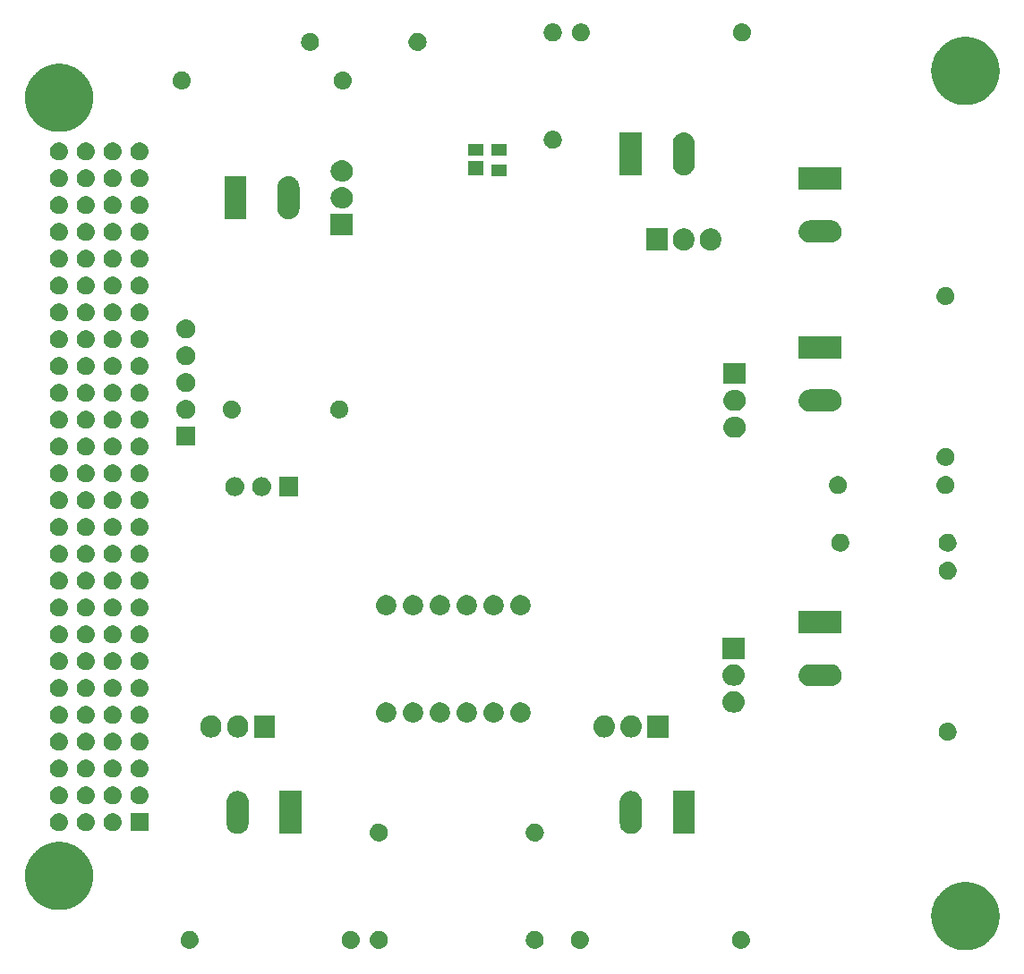
<source format=gbs>
G04 #@! TF.GenerationSoftware,KiCad,Pcbnew,6.0.0-unknown-dc56678~86~ubuntu18.04.1*
G04 #@! TF.CreationDate,2019-06-15T15:52:31-04:00*
G04 #@! TF.ProjectId,DPL,44504c2e-6b69-4636-9164-5f7063625858,rev?*
G04 #@! TF.SameCoordinates,Original*
G04 #@! TF.FileFunction,Soldermask,Bot*
G04 #@! TF.FilePolarity,Negative*
%FSLAX46Y46*%
G04 Gerber Fmt 4.6, Leading zero omitted, Abs format (unit mm)*
G04 Created by KiCad (PCBNEW 6.0.0-unknown-dc56678~86~ubuntu18.04.1) date 2019-06-15 15:52:31*
%MOMM*%
%LPD*%
G04 APERTURE LIST*
%ADD10C,0.100000*%
G04 APERTURE END LIST*
D10*
G36*
X165835652Y-129589579D02*
G01*
X165937881Y-129590293D01*
X166016862Y-129599711D01*
X166089518Y-129603773D01*
X166188880Y-129620222D01*
X166296072Y-129633004D01*
X166368013Y-129649878D01*
X166434267Y-129660846D01*
X166536647Y-129689431D01*
X166647269Y-129715377D01*
X166711517Y-129738255D01*
X166770812Y-129754810D01*
X166874684Y-129796356D01*
X166987095Y-129836384D01*
X167043314Y-129863804D01*
X167095258Y-129884580D01*
X167198910Y-129939692D01*
X167311315Y-129994516D01*
X167359350Y-130025000D01*
X167403786Y-130048627D01*
X167505449Y-130117717D01*
X167615888Y-130187804D01*
X167655815Y-130219906D01*
X167692794Y-130245037D01*
X167790587Y-130328266D01*
X167897017Y-130413837D01*
X167929126Y-130446171D01*
X167958891Y-130471503D01*
X168050870Y-130568768D01*
X168151198Y-130669799D01*
X168175989Y-130701078D01*
X168198983Y-130725393D01*
X168283191Y-130836333D01*
X168375263Y-130952499D01*
X168393413Y-130981545D01*
X168410244Y-131003719D01*
X168484707Y-131127645D01*
X168566420Y-131258414D01*
X168578775Y-131284201D01*
X168590216Y-131303242D01*
X168653023Y-131439168D01*
X168722285Y-131583730D01*
X168729827Y-131605388D01*
X168736783Y-131620442D01*
X168786082Y-131766931D01*
X168840916Y-131924393D01*
X168844743Y-131941239D01*
X168848238Y-131951623D01*
X168882282Y-132106463D01*
X168920835Y-132276156D01*
X168922131Y-132287711D01*
X168923272Y-132292900D01*
X168940455Y-132451077D01*
X168961045Y-132634636D01*
X168960971Y-132639926D01*
X168960987Y-132640072D01*
X168959687Y-133012444D01*
X168955232Y-133050951D01*
X168954751Y-133085370D01*
X168934935Y-133226371D01*
X168919549Y-133359347D01*
X168910890Y-133397458D01*
X168904548Y-133442587D01*
X168870584Y-133574868D01*
X168842134Y-133700090D01*
X168827578Y-133742365D01*
X168814838Y-133791982D01*
X168768394Y-133914247D01*
X168728369Y-134030488D01*
X168706937Y-134076033D01*
X168686741Y-134129200D01*
X168629596Y-134240391D01*
X168579595Y-134346650D01*
X168550438Y-134394418D01*
X168521853Y-134450037D01*
X168455826Y-134549416D01*
X168397535Y-134644912D01*
X168359973Y-134693686D01*
X168322230Y-134750495D01*
X168249189Y-134837542D01*
X168184331Y-134921761D01*
X168137844Y-134970237D01*
X168090358Y-135026829D01*
X168012210Y-135101248D01*
X167942483Y-135173959D01*
X167886723Y-135220747D01*
X167829129Y-135275593D01*
X167747703Y-135337399D01*
X167674795Y-135398576D01*
X167609657Y-135442182D01*
X167541799Y-135493689D01*
X167458868Y-135543126D01*
X167384438Y-135592952D01*
X167310020Y-135631857D01*
X167231948Y-135678397D01*
X167149175Y-135715945D01*
X167074758Y-135754849D01*
X166991372Y-135787528D01*
X166903439Y-135827416D01*
X166822400Y-135853747D01*
X166749427Y-135882345D01*
X166657599Y-135907294D01*
X166560366Y-135938887D01*
X166482454Y-135954880D01*
X166412224Y-135973961D01*
X166312722Y-135989721D01*
X166207006Y-136011421D01*
X166133446Y-136018116D01*
X166067099Y-136028624D01*
X165960921Y-136033817D01*
X165847763Y-136044115D01*
X165779561Y-136042686D01*
X165718082Y-136045693D01*
X165606417Y-136039059D01*
X165487114Y-136036560D01*
X165425125Y-136028289D01*
X165369274Y-136024971D01*
X165253514Y-136005391D01*
X165129555Y-135988852D01*
X165074350Y-135975088D01*
X165024729Y-135966695D01*
X164906453Y-135933226D01*
X164779543Y-135901584D01*
X164731531Y-135883728D01*
X164688511Y-135871555D01*
X164569443Y-135823448D01*
X164441439Y-135775844D01*
X164400763Y-135755297D01*
X164364520Y-135740654D01*
X164246539Y-135677393D01*
X164119458Y-135613200D01*
X164086060Y-135591345D01*
X164056567Y-135575531D01*
X163941658Y-135496851D01*
X163817614Y-135415679D01*
X163791220Y-135393844D01*
X163768253Y-135378118D01*
X163658489Y-135284039D01*
X163539669Y-135185742D01*
X163519805Y-135165172D01*
X163502941Y-135150718D01*
X163400480Y-135041607D01*
X163289086Y-134926256D01*
X163275084Y-134908075D01*
X163263741Y-134895995D01*
X163170779Y-134772631D01*
X163068990Y-134640455D01*
X163060038Y-134625673D01*
X163053447Y-134616927D01*
X162972301Y-134480803D01*
X162882123Y-134331902D01*
X162877245Y-134321344D01*
X162874528Y-134316787D01*
X162808366Y-134172276D01*
X162730815Y-134004441D01*
X162616952Y-133662155D01*
X162578601Y-133481727D01*
X162544924Y-133325966D01*
X162544368Y-133320677D01*
X162541952Y-133309310D01*
X162524964Y-133136052D01*
X162508400Y-132978453D01*
X162508438Y-132967511D01*
X162506751Y-132950304D01*
X162509080Y-132783526D01*
X162509619Y-132629028D01*
X162511468Y-132612546D01*
X162511788Y-132589611D01*
X162531880Y-132430569D01*
X162548569Y-132281779D01*
X162553415Y-132260101D01*
X162556999Y-132231728D01*
X162593265Y-132081822D01*
X162624797Y-131940756D01*
X162633766Y-131914411D01*
X162641821Y-131881114D01*
X162692534Y-131741782D01*
X162737403Y-131609980D01*
X162751541Y-131579662D01*
X162765197Y-131542141D01*
X162828517Y-131414583D01*
X162885080Y-131293284D01*
X162905327Y-131259852D01*
X162925590Y-131219033D01*
X162999572Y-131104235D01*
X163066096Y-130994391D01*
X163093250Y-130958874D01*
X163120999Y-130915817D01*
X163203657Y-130814469D01*
X163278324Y-130716808D01*
X163313037Y-130680356D01*
X163348990Y-130636273D01*
X163438333Y-130548782D01*
X163519300Y-130463758D01*
X163562032Y-130427646D01*
X163606720Y-130383885D01*
X163700756Y-130310416D01*
X163786198Y-130238212D01*
X163837232Y-130203789D01*
X163890977Y-130161799D01*
X163987749Y-130102264D01*
X164075879Y-130042820D01*
X164135292Y-130011495D01*
X164198219Y-129972782D01*
X164295881Y-129926826D01*
X164384986Y-129879846D01*
X164452650Y-129853056D01*
X164524615Y-129819192D01*
X164621396Y-129786245D01*
X164709870Y-129751216D01*
X164785435Y-129730402D01*
X164866098Y-129702942D01*
X164960398Y-129682209D01*
X165046755Y-129658422D01*
X165129660Y-129644994D01*
X165218411Y-129625481D01*
X165308783Y-129615982D01*
X165391685Y-129602555D01*
X165481133Y-129597867D01*
X165577162Y-129587774D01*
X165662370Y-129588369D01*
X165740642Y-129584267D01*
X165835652Y-129589579D01*
X165835652Y-129589579D01*
G37*
G36*
X110252976Y-134197826D02*
G01*
X110294766Y-134195782D01*
X110339056Y-134202639D01*
X110389810Y-134205476D01*
X110430163Y-134216743D01*
X110465621Y-134222232D01*
X110513204Y-134239928D01*
X110567898Y-134255199D01*
X110599622Y-134272067D01*
X110627659Y-134282494D01*
X110675757Y-134312549D01*
X110731153Y-134342004D01*
X110753968Y-134361421D01*
X110774271Y-134374108D01*
X110819641Y-134417313D01*
X110871961Y-134461841D01*
X110886463Y-134480947D01*
X110899472Y-134493335D01*
X110938616Y-134549655D01*
X110983751Y-134609118D01*
X110991302Y-134625459D01*
X110998142Y-134635301D01*
X111027508Y-134703817D01*
X111061307Y-134776965D01*
X111063885Y-134788692D01*
X111066247Y-134794202D01*
X111082429Y-134873036D01*
X111101011Y-134957551D01*
X111100345Y-135148388D01*
X111081181Y-135232738D01*
X111064443Y-135311485D01*
X111062041Y-135316982D01*
X111059381Y-135328692D01*
X111025069Y-135401609D01*
X110995227Y-135469915D01*
X110988318Y-135479709D01*
X110980655Y-135495994D01*
X110935114Y-135555130D01*
X110895570Y-135611187D01*
X110882472Y-135623487D01*
X110867840Y-135642487D01*
X110815227Y-135686635D01*
X110769544Y-135729534D01*
X110749147Y-135742082D01*
X110726199Y-135761338D01*
X110670600Y-135790405D01*
X110622293Y-135820123D01*
X110594184Y-135830354D01*
X110562341Y-135847001D01*
X110507534Y-135861892D01*
X110459831Y-135879254D01*
X110424340Y-135884495D01*
X110383911Y-135895479D01*
X110333139Y-135897962D01*
X110288803Y-135904509D01*
X110247027Y-135902174D01*
X110199233Y-135904511D01*
X110154992Y-135897028D01*
X110116189Y-135894859D01*
X110069980Y-135882650D01*
X110016923Y-135873676D01*
X109980839Y-135859097D01*
X109949035Y-135850694D01*
X109900897Y-135826799D01*
X109845488Y-135804412D01*
X109818311Y-135785804D01*
X109794182Y-135773826D01*
X109747128Y-135737063D01*
X109692926Y-135699950D01*
X109674469Y-135680295D01*
X109657950Y-135667389D01*
X109615400Y-135617393D01*
X109566354Y-135565164D01*
X109555608Y-135547138D01*
X109545896Y-135535726D01*
X109511401Y-135472981D01*
X109471678Y-135406344D01*
X109466943Y-135392111D01*
X109462610Y-135384229D01*
X109439692Y-135310192D01*
X109413314Y-135230898D01*
X109412372Y-135221934D01*
X109411486Y-135219072D01*
X109403347Y-135136068D01*
X109393987Y-135047012D01*
X109403967Y-134958044D01*
X109412687Y-134875078D01*
X109413593Y-134872220D01*
X109414598Y-134863265D01*
X109441530Y-134784153D01*
X109464963Y-134710281D01*
X109469350Y-134702432D01*
X109474184Y-134688231D01*
X109514382Y-134621857D01*
X109549304Y-134559371D01*
X109559092Y-134548031D01*
X109569967Y-134530075D01*
X109619385Y-134478181D01*
X109662273Y-134428495D01*
X109678879Y-134415707D01*
X109697477Y-134396177D01*
X109751952Y-134359433D01*
X109799250Y-134323009D01*
X109823458Y-134311202D01*
X109850765Y-134292783D01*
X109906319Y-134270787D01*
X109954633Y-134247223D01*
X109986503Y-134239040D01*
X110022679Y-134224717D01*
X110075795Y-134216114D01*
X110122088Y-134204228D01*
X110160903Y-134202330D01*
X110205199Y-134195155D01*
X110252976Y-134197826D01*
X110252976Y-134197826D01*
G37*
G36*
X92352976Y-134197826D02*
G01*
X92394766Y-134195782D01*
X92439056Y-134202639D01*
X92489810Y-134205476D01*
X92530163Y-134216743D01*
X92565621Y-134222232D01*
X92613204Y-134239928D01*
X92667898Y-134255199D01*
X92699622Y-134272067D01*
X92727659Y-134282494D01*
X92775757Y-134312549D01*
X92831153Y-134342004D01*
X92853968Y-134361421D01*
X92874271Y-134374108D01*
X92919641Y-134417313D01*
X92971961Y-134461841D01*
X92986463Y-134480947D01*
X92999472Y-134493335D01*
X93038616Y-134549655D01*
X93083751Y-134609118D01*
X93091302Y-134625459D01*
X93098142Y-134635301D01*
X93127508Y-134703817D01*
X93161307Y-134776965D01*
X93163885Y-134788692D01*
X93166247Y-134794202D01*
X93182429Y-134873036D01*
X93201011Y-134957551D01*
X93200345Y-135148388D01*
X93181181Y-135232738D01*
X93164443Y-135311485D01*
X93162041Y-135316982D01*
X93159381Y-135328692D01*
X93125069Y-135401609D01*
X93095227Y-135469915D01*
X93088318Y-135479709D01*
X93080655Y-135495994D01*
X93035114Y-135555130D01*
X92995570Y-135611187D01*
X92982472Y-135623487D01*
X92967840Y-135642487D01*
X92915227Y-135686635D01*
X92869544Y-135729534D01*
X92849147Y-135742082D01*
X92826199Y-135761338D01*
X92770600Y-135790405D01*
X92722293Y-135820123D01*
X92694184Y-135830354D01*
X92662341Y-135847001D01*
X92607534Y-135861892D01*
X92559831Y-135879254D01*
X92524340Y-135884495D01*
X92483911Y-135895479D01*
X92433139Y-135897962D01*
X92388803Y-135904509D01*
X92347027Y-135902174D01*
X92299233Y-135904511D01*
X92254992Y-135897028D01*
X92216189Y-135894859D01*
X92169980Y-135882650D01*
X92116923Y-135873676D01*
X92080839Y-135859097D01*
X92049035Y-135850694D01*
X92000897Y-135826799D01*
X91945488Y-135804412D01*
X91918311Y-135785804D01*
X91894182Y-135773826D01*
X91847128Y-135737063D01*
X91792926Y-135699950D01*
X91774469Y-135680295D01*
X91757950Y-135667389D01*
X91715400Y-135617393D01*
X91666354Y-135565164D01*
X91655608Y-135547138D01*
X91645896Y-135535726D01*
X91611401Y-135472981D01*
X91571678Y-135406344D01*
X91566943Y-135392111D01*
X91562610Y-135384229D01*
X91539692Y-135310192D01*
X91513314Y-135230898D01*
X91512372Y-135221934D01*
X91511486Y-135219072D01*
X91503347Y-135136068D01*
X91493987Y-135047012D01*
X91503967Y-134958044D01*
X91512687Y-134875078D01*
X91513593Y-134872220D01*
X91514598Y-134863265D01*
X91541530Y-134784153D01*
X91564963Y-134710281D01*
X91569350Y-134702432D01*
X91574184Y-134688231D01*
X91614382Y-134621857D01*
X91649304Y-134559371D01*
X91659092Y-134548031D01*
X91669967Y-134530075D01*
X91719385Y-134478181D01*
X91762273Y-134428495D01*
X91778879Y-134415707D01*
X91797477Y-134396177D01*
X91851952Y-134359433D01*
X91899250Y-134323009D01*
X91923458Y-134311202D01*
X91950765Y-134292783D01*
X92006319Y-134270787D01*
X92054633Y-134247223D01*
X92086503Y-134239040D01*
X92122679Y-134224717D01*
X92175795Y-134216114D01*
X92222088Y-134204228D01*
X92260903Y-134202330D01*
X92305199Y-134195155D01*
X92352976Y-134197826D01*
X92352976Y-134197826D01*
G37*
G36*
X144502976Y-134197826D02*
G01*
X144544766Y-134195782D01*
X144589056Y-134202639D01*
X144639810Y-134205476D01*
X144680163Y-134216743D01*
X144715621Y-134222232D01*
X144763204Y-134239928D01*
X144817898Y-134255199D01*
X144849622Y-134272067D01*
X144877659Y-134282494D01*
X144925757Y-134312549D01*
X144981153Y-134342004D01*
X145003968Y-134361421D01*
X145024271Y-134374108D01*
X145069641Y-134417313D01*
X145121961Y-134461841D01*
X145136463Y-134480947D01*
X145149472Y-134493335D01*
X145188616Y-134549655D01*
X145233751Y-134609118D01*
X145241302Y-134625459D01*
X145248142Y-134635301D01*
X145277508Y-134703817D01*
X145311307Y-134776965D01*
X145313885Y-134788692D01*
X145316247Y-134794202D01*
X145332429Y-134873036D01*
X145351011Y-134957551D01*
X145350345Y-135148388D01*
X145331181Y-135232738D01*
X145314443Y-135311485D01*
X145312041Y-135316982D01*
X145309381Y-135328692D01*
X145275069Y-135401609D01*
X145245227Y-135469915D01*
X145238318Y-135479709D01*
X145230655Y-135495994D01*
X145185114Y-135555130D01*
X145145570Y-135611187D01*
X145132472Y-135623487D01*
X145117840Y-135642487D01*
X145065227Y-135686635D01*
X145019544Y-135729534D01*
X144999147Y-135742082D01*
X144976199Y-135761338D01*
X144920600Y-135790405D01*
X144872293Y-135820123D01*
X144844184Y-135830354D01*
X144812341Y-135847001D01*
X144757534Y-135861892D01*
X144709831Y-135879254D01*
X144674340Y-135884495D01*
X144633911Y-135895479D01*
X144583139Y-135897962D01*
X144538803Y-135904509D01*
X144497027Y-135902174D01*
X144449233Y-135904511D01*
X144404992Y-135897028D01*
X144366189Y-135894859D01*
X144319980Y-135882650D01*
X144266923Y-135873676D01*
X144230839Y-135859097D01*
X144199035Y-135850694D01*
X144150897Y-135826799D01*
X144095488Y-135804412D01*
X144068311Y-135785804D01*
X144044182Y-135773826D01*
X143997128Y-135737063D01*
X143942926Y-135699950D01*
X143924469Y-135680295D01*
X143907950Y-135667389D01*
X143865400Y-135617393D01*
X143816354Y-135565164D01*
X143805608Y-135547138D01*
X143795896Y-135535726D01*
X143761401Y-135472981D01*
X143721678Y-135406344D01*
X143716943Y-135392111D01*
X143712610Y-135384229D01*
X143689692Y-135310192D01*
X143663314Y-135230898D01*
X143662372Y-135221934D01*
X143661486Y-135219072D01*
X143653347Y-135136068D01*
X143643987Y-135047012D01*
X143653967Y-134958044D01*
X143662687Y-134875078D01*
X143663593Y-134872220D01*
X143664598Y-134863265D01*
X143691530Y-134784153D01*
X143714963Y-134710281D01*
X143719350Y-134702432D01*
X143724184Y-134688231D01*
X143764382Y-134621857D01*
X143799304Y-134559371D01*
X143809092Y-134548031D01*
X143819967Y-134530075D01*
X143869385Y-134478181D01*
X143912273Y-134428495D01*
X143928879Y-134415707D01*
X143947477Y-134396177D01*
X144001952Y-134359433D01*
X144049250Y-134323009D01*
X144073458Y-134311202D01*
X144100765Y-134292783D01*
X144156319Y-134270787D01*
X144204633Y-134247223D01*
X144236503Y-134239040D01*
X144272679Y-134224717D01*
X144325795Y-134216114D01*
X144372088Y-134204228D01*
X144410903Y-134202330D01*
X144455199Y-134195155D01*
X144502976Y-134197826D01*
X144502976Y-134197826D01*
G37*
G36*
X125002976Y-134197826D02*
G01*
X125044766Y-134195782D01*
X125089056Y-134202639D01*
X125139810Y-134205476D01*
X125180163Y-134216743D01*
X125215621Y-134222232D01*
X125263204Y-134239928D01*
X125317898Y-134255199D01*
X125349622Y-134272067D01*
X125377659Y-134282494D01*
X125425757Y-134312549D01*
X125481153Y-134342004D01*
X125503968Y-134361421D01*
X125524271Y-134374108D01*
X125569641Y-134417313D01*
X125621961Y-134461841D01*
X125636463Y-134480947D01*
X125649472Y-134493335D01*
X125688616Y-134549655D01*
X125733751Y-134609118D01*
X125741302Y-134625459D01*
X125748142Y-134635301D01*
X125777508Y-134703817D01*
X125811307Y-134776965D01*
X125813885Y-134788692D01*
X125816247Y-134794202D01*
X125832429Y-134873036D01*
X125851011Y-134957551D01*
X125850345Y-135148388D01*
X125831181Y-135232738D01*
X125814443Y-135311485D01*
X125812041Y-135316982D01*
X125809381Y-135328692D01*
X125775069Y-135401609D01*
X125745227Y-135469915D01*
X125738318Y-135479709D01*
X125730655Y-135495994D01*
X125685114Y-135555130D01*
X125645570Y-135611187D01*
X125632472Y-135623487D01*
X125617840Y-135642487D01*
X125565227Y-135686635D01*
X125519544Y-135729534D01*
X125499147Y-135742082D01*
X125476199Y-135761338D01*
X125420600Y-135790405D01*
X125372293Y-135820123D01*
X125344184Y-135830354D01*
X125312341Y-135847001D01*
X125257534Y-135861892D01*
X125209831Y-135879254D01*
X125174340Y-135884495D01*
X125133911Y-135895479D01*
X125083139Y-135897962D01*
X125038803Y-135904509D01*
X124997027Y-135902174D01*
X124949233Y-135904511D01*
X124904992Y-135897028D01*
X124866189Y-135894859D01*
X124819980Y-135882650D01*
X124766923Y-135873676D01*
X124730839Y-135859097D01*
X124699035Y-135850694D01*
X124650897Y-135826799D01*
X124595488Y-135804412D01*
X124568311Y-135785804D01*
X124544182Y-135773826D01*
X124497128Y-135737063D01*
X124442926Y-135699950D01*
X124424469Y-135680295D01*
X124407950Y-135667389D01*
X124365400Y-135617393D01*
X124316354Y-135565164D01*
X124305608Y-135547138D01*
X124295896Y-135535726D01*
X124261401Y-135472981D01*
X124221678Y-135406344D01*
X124216943Y-135392111D01*
X124212610Y-135384229D01*
X124189692Y-135310192D01*
X124163314Y-135230898D01*
X124162372Y-135221934D01*
X124161486Y-135219072D01*
X124153347Y-135136068D01*
X124143987Y-135047012D01*
X124153967Y-134958044D01*
X124162687Y-134875078D01*
X124163593Y-134872220D01*
X124164598Y-134863265D01*
X124191530Y-134784153D01*
X124214963Y-134710281D01*
X124219350Y-134702432D01*
X124224184Y-134688231D01*
X124264382Y-134621857D01*
X124299304Y-134559371D01*
X124309092Y-134548031D01*
X124319967Y-134530075D01*
X124369385Y-134478181D01*
X124412273Y-134428495D01*
X124428879Y-134415707D01*
X124447477Y-134396177D01*
X124501952Y-134359433D01*
X124549250Y-134323009D01*
X124573458Y-134311202D01*
X124600765Y-134292783D01*
X124656319Y-134270787D01*
X124704633Y-134247223D01*
X124736503Y-134239040D01*
X124772679Y-134224717D01*
X124825795Y-134216114D01*
X124872088Y-134204228D01*
X124910903Y-134202330D01*
X124955199Y-134195155D01*
X125002976Y-134197826D01*
X125002976Y-134197826D01*
G37*
G36*
X129397270Y-134216707D02*
G01*
X129521689Y-134235968D01*
X129526690Y-134238132D01*
X129535865Y-134239651D01*
X129608903Y-134273709D01*
X129677312Y-134303313D01*
X129687129Y-134310187D01*
X129703440Y-134317793D01*
X129762726Y-134363121D01*
X129818929Y-134402474D01*
X129831276Y-134415530D01*
X129850327Y-134430096D01*
X129894657Y-134482554D01*
X129937715Y-134528086D01*
X129950335Y-134548439D01*
X129969671Y-134571321D01*
X129998930Y-134626816D01*
X130028819Y-134675022D01*
X130039150Y-134703099D01*
X130055905Y-134734879D01*
X130070983Y-134789619D01*
X130088516Y-134837272D01*
X130093882Y-134872753D01*
X130105006Y-134913139D01*
X130107666Y-134963903D01*
X130114368Y-135008216D01*
X130112178Y-135049995D01*
X130114683Y-135097784D01*
X130107354Y-135142056D01*
X130105320Y-135180863D01*
X130093272Y-135227117D01*
X130084484Y-135280200D01*
X130070035Y-135316325D01*
X130061741Y-135348167D01*
X130038009Y-135396396D01*
X130015819Y-135451876D01*
X129997303Y-135479121D01*
X129985413Y-135503285D01*
X129948825Y-135550454D01*
X129911890Y-135604802D01*
X129892296Y-135623332D01*
X129879447Y-135639896D01*
X129829605Y-135682616D01*
X129777548Y-135731844D01*
X129759557Y-135742654D01*
X129748185Y-135752401D01*
X129685589Y-135787098D01*
X129619059Y-135827074D01*
X129604838Y-135831860D01*
X129596972Y-135836220D01*
X129522991Y-135859404D01*
X129443817Y-135886049D01*
X129434863Y-135887022D01*
X129432000Y-135887919D01*
X129348954Y-135896354D01*
X129306191Y-135901000D01*
X129229689Y-135901000D01*
X129122730Y-135883293D01*
X128998311Y-135864032D01*
X128993310Y-135861868D01*
X128984135Y-135860349D01*
X128911097Y-135826291D01*
X128842688Y-135796687D01*
X128832871Y-135789813D01*
X128816560Y-135782207D01*
X128757274Y-135736879D01*
X128701071Y-135697526D01*
X128688724Y-135684470D01*
X128669673Y-135669904D01*
X128625343Y-135617446D01*
X128582285Y-135571914D01*
X128569665Y-135551561D01*
X128550329Y-135528679D01*
X128521070Y-135473184D01*
X128491181Y-135424978D01*
X128480850Y-135396901D01*
X128464095Y-135365121D01*
X128449017Y-135310381D01*
X128431484Y-135262728D01*
X128426118Y-135227247D01*
X128414994Y-135186861D01*
X128412334Y-135136097D01*
X128405632Y-135091784D01*
X128407822Y-135050005D01*
X128405317Y-135002216D01*
X128412646Y-134957944D01*
X128414680Y-134919137D01*
X128426728Y-134872883D01*
X128435516Y-134819800D01*
X128449965Y-134783675D01*
X128458259Y-134751833D01*
X128481991Y-134703604D01*
X128504181Y-134648124D01*
X128522697Y-134620879D01*
X128534587Y-134596715D01*
X128571175Y-134549546D01*
X128608110Y-134495198D01*
X128627704Y-134476668D01*
X128640553Y-134460104D01*
X128690395Y-134417384D01*
X128742452Y-134368156D01*
X128760443Y-134357346D01*
X128771815Y-134347599D01*
X128834411Y-134312902D01*
X128900941Y-134272926D01*
X128915162Y-134268140D01*
X128923028Y-134263780D01*
X128997009Y-134240596D01*
X129076183Y-134213951D01*
X129085137Y-134212978D01*
X129088000Y-134212081D01*
X129171046Y-134203646D01*
X129213809Y-134199000D01*
X129290311Y-134199000D01*
X129397270Y-134216707D01*
X129397270Y-134216707D01*
G37*
G36*
X107727270Y-134216707D02*
G01*
X107851689Y-134235968D01*
X107856690Y-134238132D01*
X107865865Y-134239651D01*
X107938903Y-134273709D01*
X108007312Y-134303313D01*
X108017129Y-134310187D01*
X108033440Y-134317793D01*
X108092726Y-134363121D01*
X108148929Y-134402474D01*
X108161276Y-134415530D01*
X108180327Y-134430096D01*
X108224657Y-134482554D01*
X108267715Y-134528086D01*
X108280335Y-134548439D01*
X108299671Y-134571321D01*
X108328930Y-134626816D01*
X108358819Y-134675022D01*
X108369150Y-134703099D01*
X108385905Y-134734879D01*
X108400983Y-134789619D01*
X108418516Y-134837272D01*
X108423882Y-134872753D01*
X108435006Y-134913139D01*
X108437666Y-134963903D01*
X108444368Y-135008216D01*
X108442178Y-135049995D01*
X108444683Y-135097784D01*
X108437354Y-135142056D01*
X108435320Y-135180863D01*
X108423272Y-135227117D01*
X108414484Y-135280200D01*
X108400035Y-135316325D01*
X108391741Y-135348167D01*
X108368009Y-135396396D01*
X108345819Y-135451876D01*
X108327303Y-135479121D01*
X108315413Y-135503285D01*
X108278825Y-135550454D01*
X108241890Y-135604802D01*
X108222296Y-135623332D01*
X108209447Y-135639896D01*
X108159605Y-135682616D01*
X108107548Y-135731844D01*
X108089557Y-135742654D01*
X108078185Y-135752401D01*
X108015589Y-135787098D01*
X107949059Y-135827074D01*
X107934838Y-135831860D01*
X107926972Y-135836220D01*
X107852991Y-135859404D01*
X107773817Y-135886049D01*
X107764863Y-135887022D01*
X107762000Y-135887919D01*
X107678954Y-135896354D01*
X107636191Y-135901000D01*
X107559689Y-135901000D01*
X107452730Y-135883293D01*
X107328311Y-135864032D01*
X107323310Y-135861868D01*
X107314135Y-135860349D01*
X107241097Y-135826291D01*
X107172688Y-135796687D01*
X107162871Y-135789813D01*
X107146560Y-135782207D01*
X107087274Y-135736879D01*
X107031071Y-135697526D01*
X107018724Y-135684470D01*
X106999673Y-135669904D01*
X106955343Y-135617446D01*
X106912285Y-135571914D01*
X106899665Y-135551561D01*
X106880329Y-135528679D01*
X106851070Y-135473184D01*
X106821181Y-135424978D01*
X106810850Y-135396901D01*
X106794095Y-135365121D01*
X106779017Y-135310381D01*
X106761484Y-135262728D01*
X106756118Y-135227247D01*
X106744994Y-135186861D01*
X106742334Y-135136097D01*
X106735632Y-135091784D01*
X106737822Y-135050005D01*
X106735317Y-135002216D01*
X106742646Y-134957944D01*
X106744680Y-134919137D01*
X106756728Y-134872883D01*
X106765516Y-134819800D01*
X106779965Y-134783675D01*
X106788259Y-134751833D01*
X106811991Y-134703604D01*
X106834181Y-134648124D01*
X106852697Y-134620879D01*
X106864587Y-134596715D01*
X106901175Y-134549546D01*
X106938110Y-134495198D01*
X106957704Y-134476668D01*
X106970553Y-134460104D01*
X107020395Y-134417384D01*
X107072452Y-134368156D01*
X107090443Y-134357346D01*
X107101815Y-134347599D01*
X107164411Y-134312902D01*
X107230941Y-134272926D01*
X107245162Y-134268140D01*
X107253028Y-134263780D01*
X107327009Y-134240596D01*
X107406183Y-134213951D01*
X107415137Y-134212978D01*
X107418000Y-134212081D01*
X107501046Y-134203646D01*
X107543809Y-134199000D01*
X107620311Y-134199000D01*
X107727270Y-134216707D01*
X107727270Y-134216707D01*
G37*
G36*
X80105652Y-125779579D02*
G01*
X80207881Y-125780293D01*
X80286862Y-125789711D01*
X80359518Y-125793773D01*
X80458880Y-125810222D01*
X80566072Y-125823004D01*
X80638013Y-125839878D01*
X80704267Y-125850846D01*
X80806647Y-125879431D01*
X80917269Y-125905377D01*
X80981517Y-125928255D01*
X81040812Y-125944810D01*
X81144684Y-125986356D01*
X81257095Y-126026384D01*
X81313314Y-126053804D01*
X81365258Y-126074580D01*
X81468910Y-126129692D01*
X81581315Y-126184516D01*
X81629350Y-126215000D01*
X81673786Y-126238627D01*
X81775449Y-126307717D01*
X81885888Y-126377804D01*
X81925815Y-126409906D01*
X81962794Y-126435037D01*
X82060587Y-126518266D01*
X82167017Y-126603837D01*
X82199126Y-126636171D01*
X82228891Y-126661503D01*
X82320870Y-126758768D01*
X82421198Y-126859799D01*
X82445989Y-126891078D01*
X82468983Y-126915393D01*
X82553191Y-127026333D01*
X82645263Y-127142499D01*
X82663413Y-127171545D01*
X82680244Y-127193719D01*
X82754707Y-127317645D01*
X82836420Y-127448414D01*
X82848775Y-127474201D01*
X82860216Y-127493242D01*
X82923023Y-127629168D01*
X82992285Y-127773730D01*
X82999827Y-127795388D01*
X83006783Y-127810442D01*
X83056082Y-127956931D01*
X83110916Y-128114393D01*
X83114743Y-128131239D01*
X83118238Y-128141623D01*
X83152282Y-128296463D01*
X83190835Y-128466156D01*
X83192131Y-128477711D01*
X83193272Y-128482900D01*
X83210455Y-128641077D01*
X83231045Y-128824636D01*
X83230971Y-128829926D01*
X83230987Y-128830072D01*
X83229687Y-129202444D01*
X83225232Y-129240951D01*
X83224751Y-129275370D01*
X83204935Y-129416371D01*
X83189549Y-129549347D01*
X83180890Y-129587458D01*
X83174548Y-129632587D01*
X83140584Y-129764868D01*
X83112134Y-129890090D01*
X83097578Y-129932365D01*
X83084838Y-129981982D01*
X83038394Y-130104247D01*
X82998369Y-130220488D01*
X82976937Y-130266033D01*
X82956741Y-130319200D01*
X82899596Y-130430391D01*
X82849595Y-130536650D01*
X82820438Y-130584418D01*
X82791853Y-130640037D01*
X82725826Y-130739416D01*
X82667535Y-130834912D01*
X82629973Y-130883686D01*
X82592230Y-130940495D01*
X82519189Y-131027542D01*
X82454331Y-131111761D01*
X82407844Y-131160237D01*
X82360358Y-131216829D01*
X82282210Y-131291248D01*
X82212483Y-131363959D01*
X82156723Y-131410747D01*
X82099129Y-131465593D01*
X82017703Y-131527399D01*
X81944795Y-131588576D01*
X81879657Y-131632182D01*
X81811799Y-131683689D01*
X81728868Y-131733126D01*
X81654438Y-131782952D01*
X81580020Y-131821857D01*
X81501948Y-131868397D01*
X81419175Y-131905945D01*
X81344758Y-131944849D01*
X81261372Y-131977528D01*
X81173439Y-132017416D01*
X81092400Y-132043747D01*
X81019427Y-132072345D01*
X80927599Y-132097294D01*
X80830366Y-132128887D01*
X80752454Y-132144880D01*
X80682224Y-132163961D01*
X80582722Y-132179721D01*
X80477006Y-132201421D01*
X80403446Y-132208116D01*
X80337099Y-132218624D01*
X80230921Y-132223817D01*
X80117763Y-132234115D01*
X80049561Y-132232686D01*
X79988082Y-132235693D01*
X79876417Y-132229059D01*
X79757114Y-132226560D01*
X79695125Y-132218289D01*
X79639274Y-132214971D01*
X79523514Y-132195391D01*
X79399555Y-132178852D01*
X79344350Y-132165088D01*
X79294729Y-132156695D01*
X79176453Y-132123226D01*
X79049543Y-132091584D01*
X79001531Y-132073728D01*
X78958511Y-132061555D01*
X78839443Y-132013448D01*
X78711439Y-131965844D01*
X78670763Y-131945297D01*
X78634520Y-131930654D01*
X78516539Y-131867393D01*
X78389458Y-131803200D01*
X78356060Y-131781345D01*
X78326567Y-131765531D01*
X78211658Y-131686851D01*
X78087614Y-131605679D01*
X78061220Y-131583844D01*
X78038253Y-131568118D01*
X77928489Y-131474039D01*
X77809669Y-131375742D01*
X77789805Y-131355172D01*
X77772941Y-131340718D01*
X77670480Y-131231607D01*
X77559086Y-131116256D01*
X77545084Y-131098075D01*
X77533741Y-131085995D01*
X77440779Y-130962631D01*
X77338990Y-130830455D01*
X77330038Y-130815673D01*
X77323447Y-130806927D01*
X77242301Y-130670803D01*
X77152123Y-130521902D01*
X77147245Y-130511344D01*
X77144528Y-130506787D01*
X77078366Y-130362276D01*
X77000815Y-130194441D01*
X76886952Y-129852155D01*
X76848601Y-129671727D01*
X76814924Y-129515966D01*
X76814368Y-129510677D01*
X76811952Y-129499310D01*
X76794964Y-129326052D01*
X76778400Y-129168453D01*
X76778438Y-129157511D01*
X76776751Y-129140304D01*
X76779080Y-128973526D01*
X76779619Y-128819028D01*
X76781468Y-128802546D01*
X76781788Y-128779611D01*
X76801880Y-128620569D01*
X76818569Y-128471779D01*
X76823415Y-128450101D01*
X76826999Y-128421728D01*
X76863265Y-128271822D01*
X76894797Y-128130756D01*
X76903766Y-128104411D01*
X76911821Y-128071114D01*
X76962534Y-127931782D01*
X77007403Y-127799980D01*
X77021541Y-127769662D01*
X77035197Y-127732141D01*
X77098517Y-127604583D01*
X77155080Y-127483284D01*
X77175327Y-127449852D01*
X77195590Y-127409033D01*
X77269572Y-127294235D01*
X77336096Y-127184391D01*
X77363250Y-127148874D01*
X77390999Y-127105817D01*
X77473657Y-127004469D01*
X77548324Y-126906808D01*
X77583037Y-126870356D01*
X77618990Y-126826273D01*
X77708333Y-126738782D01*
X77789300Y-126653758D01*
X77832032Y-126617646D01*
X77876720Y-126573885D01*
X77970756Y-126500416D01*
X78056198Y-126428212D01*
X78107232Y-126393789D01*
X78160977Y-126351799D01*
X78257749Y-126292264D01*
X78345879Y-126232820D01*
X78405292Y-126201495D01*
X78468219Y-126162782D01*
X78565881Y-126116826D01*
X78654986Y-126069846D01*
X78722650Y-126043056D01*
X78794615Y-126009192D01*
X78891396Y-125976245D01*
X78979870Y-125941216D01*
X79055435Y-125920402D01*
X79136098Y-125892942D01*
X79230398Y-125872209D01*
X79316755Y-125848422D01*
X79399660Y-125834994D01*
X79488411Y-125815481D01*
X79578783Y-125805982D01*
X79661685Y-125792555D01*
X79751133Y-125787867D01*
X79847162Y-125777774D01*
X79932370Y-125778369D01*
X80010642Y-125774267D01*
X80105652Y-125779579D01*
X80105652Y-125779579D01*
G37*
G36*
X110387270Y-124056707D02*
G01*
X110511689Y-124075968D01*
X110516690Y-124078132D01*
X110525865Y-124079651D01*
X110598903Y-124113709D01*
X110667312Y-124143313D01*
X110677129Y-124150187D01*
X110693440Y-124157793D01*
X110752726Y-124203121D01*
X110808929Y-124242474D01*
X110821276Y-124255530D01*
X110840327Y-124270096D01*
X110884657Y-124322554D01*
X110927715Y-124368086D01*
X110940335Y-124388439D01*
X110959671Y-124411321D01*
X110988930Y-124466816D01*
X111018819Y-124515022D01*
X111029150Y-124543099D01*
X111045905Y-124574879D01*
X111060983Y-124629619D01*
X111078516Y-124677272D01*
X111083882Y-124712753D01*
X111095006Y-124753139D01*
X111097666Y-124803903D01*
X111104368Y-124848216D01*
X111102178Y-124889995D01*
X111104683Y-124937784D01*
X111097354Y-124982056D01*
X111095320Y-125020863D01*
X111083272Y-125067117D01*
X111074484Y-125120200D01*
X111060035Y-125156325D01*
X111051741Y-125188167D01*
X111028009Y-125236396D01*
X111005819Y-125291876D01*
X110987303Y-125319121D01*
X110975413Y-125343285D01*
X110938825Y-125390454D01*
X110901890Y-125444802D01*
X110882296Y-125463332D01*
X110869447Y-125479896D01*
X110819605Y-125522616D01*
X110767548Y-125571844D01*
X110749557Y-125582654D01*
X110738185Y-125592401D01*
X110675589Y-125627098D01*
X110609059Y-125667074D01*
X110594838Y-125671860D01*
X110586972Y-125676220D01*
X110512991Y-125699404D01*
X110433817Y-125726049D01*
X110424863Y-125727022D01*
X110422000Y-125727919D01*
X110338954Y-125736354D01*
X110296191Y-125741000D01*
X110219689Y-125741000D01*
X110112730Y-125723293D01*
X109988311Y-125704032D01*
X109983310Y-125701868D01*
X109974135Y-125700349D01*
X109901097Y-125666291D01*
X109832688Y-125636687D01*
X109822871Y-125629813D01*
X109806560Y-125622207D01*
X109747274Y-125576879D01*
X109691071Y-125537526D01*
X109678724Y-125524470D01*
X109659673Y-125509904D01*
X109615343Y-125457446D01*
X109572285Y-125411914D01*
X109559665Y-125391561D01*
X109540329Y-125368679D01*
X109511070Y-125313184D01*
X109481181Y-125264978D01*
X109470850Y-125236901D01*
X109454095Y-125205121D01*
X109439017Y-125150381D01*
X109421484Y-125102728D01*
X109416118Y-125067247D01*
X109404994Y-125026861D01*
X109402334Y-124976097D01*
X109395632Y-124931784D01*
X109397822Y-124890005D01*
X109395317Y-124842216D01*
X109402646Y-124797944D01*
X109404680Y-124759137D01*
X109416728Y-124712883D01*
X109425516Y-124659800D01*
X109439965Y-124623675D01*
X109448259Y-124591833D01*
X109471991Y-124543604D01*
X109494181Y-124488124D01*
X109512697Y-124460879D01*
X109524587Y-124436715D01*
X109561175Y-124389546D01*
X109598110Y-124335198D01*
X109617704Y-124316668D01*
X109630553Y-124300104D01*
X109680395Y-124257384D01*
X109732452Y-124208156D01*
X109750443Y-124197346D01*
X109761815Y-124187599D01*
X109824411Y-124152902D01*
X109890941Y-124112926D01*
X109905162Y-124108140D01*
X109913028Y-124103780D01*
X109987009Y-124080596D01*
X110066183Y-124053951D01*
X110075137Y-124052978D01*
X110078000Y-124052081D01*
X110161046Y-124043646D01*
X110203809Y-124039000D01*
X110280311Y-124039000D01*
X110387270Y-124056707D01*
X110387270Y-124056707D01*
G37*
G36*
X125137270Y-124056707D02*
G01*
X125261689Y-124075968D01*
X125266690Y-124078132D01*
X125275865Y-124079651D01*
X125348903Y-124113709D01*
X125417312Y-124143313D01*
X125427129Y-124150187D01*
X125443440Y-124157793D01*
X125502726Y-124203121D01*
X125558929Y-124242474D01*
X125571276Y-124255530D01*
X125590327Y-124270096D01*
X125634657Y-124322554D01*
X125677715Y-124368086D01*
X125690335Y-124388439D01*
X125709671Y-124411321D01*
X125738930Y-124466816D01*
X125768819Y-124515022D01*
X125779150Y-124543099D01*
X125795905Y-124574879D01*
X125810983Y-124629619D01*
X125828516Y-124677272D01*
X125833882Y-124712753D01*
X125845006Y-124753139D01*
X125847666Y-124803903D01*
X125854368Y-124848216D01*
X125852178Y-124889995D01*
X125854683Y-124937784D01*
X125847354Y-124982056D01*
X125845320Y-125020863D01*
X125833272Y-125067117D01*
X125824484Y-125120200D01*
X125810035Y-125156325D01*
X125801741Y-125188167D01*
X125778009Y-125236396D01*
X125755819Y-125291876D01*
X125737303Y-125319121D01*
X125725413Y-125343285D01*
X125688825Y-125390454D01*
X125651890Y-125444802D01*
X125632296Y-125463332D01*
X125619447Y-125479896D01*
X125569605Y-125522616D01*
X125517548Y-125571844D01*
X125499557Y-125582654D01*
X125488185Y-125592401D01*
X125425589Y-125627098D01*
X125359059Y-125667074D01*
X125344838Y-125671860D01*
X125336972Y-125676220D01*
X125262991Y-125699404D01*
X125183817Y-125726049D01*
X125174863Y-125727022D01*
X125172000Y-125727919D01*
X125088954Y-125736354D01*
X125046191Y-125741000D01*
X124969689Y-125741000D01*
X124862730Y-125723293D01*
X124738311Y-125704032D01*
X124733310Y-125701868D01*
X124724135Y-125700349D01*
X124651097Y-125666291D01*
X124582688Y-125636687D01*
X124572871Y-125629813D01*
X124556560Y-125622207D01*
X124497274Y-125576879D01*
X124441071Y-125537526D01*
X124428724Y-125524470D01*
X124409673Y-125509904D01*
X124365343Y-125457446D01*
X124322285Y-125411914D01*
X124309665Y-125391561D01*
X124290329Y-125368679D01*
X124261070Y-125313184D01*
X124231181Y-125264978D01*
X124220850Y-125236901D01*
X124204095Y-125205121D01*
X124189017Y-125150381D01*
X124171484Y-125102728D01*
X124166118Y-125067247D01*
X124154994Y-125026861D01*
X124152334Y-124976097D01*
X124145632Y-124931784D01*
X124147822Y-124890005D01*
X124145317Y-124842216D01*
X124152646Y-124797944D01*
X124154680Y-124759137D01*
X124166728Y-124712883D01*
X124175516Y-124659800D01*
X124189965Y-124623675D01*
X124198259Y-124591833D01*
X124221991Y-124543604D01*
X124244181Y-124488124D01*
X124262697Y-124460879D01*
X124274587Y-124436715D01*
X124311175Y-124389546D01*
X124348110Y-124335198D01*
X124367704Y-124316668D01*
X124380553Y-124300104D01*
X124430395Y-124257384D01*
X124482452Y-124208156D01*
X124500443Y-124197346D01*
X124511815Y-124187599D01*
X124574411Y-124152902D01*
X124640941Y-124112926D01*
X124655162Y-124108140D01*
X124663028Y-124103780D01*
X124737009Y-124080596D01*
X124816183Y-124053951D01*
X124825137Y-124052978D01*
X124828000Y-124052081D01*
X124911046Y-124043646D01*
X124953809Y-124039000D01*
X125030311Y-124039000D01*
X125137270Y-124056707D01*
X125137270Y-124056707D01*
G37*
G36*
X134150934Y-120969626D02*
G01*
X134199280Y-120970259D01*
X134246704Y-120979692D01*
X134300335Y-120985329D01*
X134345801Y-120999403D01*
X134386930Y-121007584D01*
X134437826Y-121027890D01*
X134495355Y-121045698D01*
X134531648Y-121065321D01*
X134564632Y-121078481D01*
X134616433Y-121111164D01*
X134674936Y-121142797D01*
X134701830Y-121165045D01*
X134726440Y-121180573D01*
X134776185Y-121226557D01*
X134832237Y-121272927D01*
X134850280Y-121295050D01*
X134866934Y-121310445D01*
X134911397Y-121369987D01*
X134961266Y-121431133D01*
X134971672Y-121450704D01*
X134981411Y-121463746D01*
X135017273Y-121536468D01*
X135057108Y-121611387D01*
X135061670Y-121626496D01*
X135066028Y-121635334D01*
X135089994Y-121720310D01*
X135116114Y-121806824D01*
X135117031Y-121816176D01*
X135117962Y-121819477D01*
X135127008Y-121917931D01*
X135131000Y-121958640D01*
X135131000Y-124037915D01*
X135113178Y-124207483D01*
X135085209Y-124295653D01*
X135055888Y-124390081D01*
X135054292Y-124393114D01*
X135051449Y-124402077D01*
X135007892Y-124481306D01*
X134966803Y-124559404D01*
X134960704Y-124567140D01*
X134953098Y-124580976D01*
X134898531Y-124646007D01*
X134848356Y-124709653D01*
X134836125Y-124720380D01*
X134821873Y-124737364D01*
X134760375Y-124786810D01*
X134704510Y-124835802D01*
X134685019Y-124847398D01*
X134662771Y-124865286D01*
X134598303Y-124898989D01*
X134540085Y-124933625D01*
X134512784Y-124943697D01*
X134481851Y-124959868D01*
X134418045Y-124978647D01*
X134360590Y-124999843D01*
X134325597Y-125005856D01*
X134286007Y-125017508D01*
X134226016Y-125022968D01*
X134172021Y-125032246D01*
X134130099Y-125031697D01*
X134082697Y-125036011D01*
X134029066Y-125030374D01*
X133980720Y-125029741D01*
X133933296Y-125020308D01*
X133879665Y-125014671D01*
X133834199Y-125000597D01*
X133793070Y-124992416D01*
X133742174Y-124972110D01*
X133684645Y-124954302D01*
X133648352Y-124934679D01*
X133615368Y-124921519D01*
X133563567Y-124888836D01*
X133505064Y-124857203D01*
X133478170Y-124834955D01*
X133453560Y-124819427D01*
X133403815Y-124773443D01*
X133347763Y-124727073D01*
X133329720Y-124704950D01*
X133313066Y-124689555D01*
X133268611Y-124630023D01*
X133218734Y-124568867D01*
X133208324Y-124549288D01*
X133198590Y-124536253D01*
X133162738Y-124463552D01*
X133122892Y-124388612D01*
X133118330Y-124373502D01*
X133113972Y-124364665D01*
X133090006Y-124279689D01*
X133063886Y-124193175D01*
X133062969Y-124183823D01*
X133062038Y-124180522D01*
X133052992Y-124082068D01*
X133049000Y-124041359D01*
X133049001Y-121962085D01*
X133066823Y-121792517D01*
X133094792Y-121704347D01*
X133124113Y-121609919D01*
X133125709Y-121606886D01*
X133128552Y-121597923D01*
X133172109Y-121518694D01*
X133213198Y-121440596D01*
X133219297Y-121432860D01*
X133226903Y-121419024D01*
X133281470Y-121353993D01*
X133331645Y-121290347D01*
X133343876Y-121279620D01*
X133358128Y-121262636D01*
X133419626Y-121213190D01*
X133475491Y-121164198D01*
X133494982Y-121152602D01*
X133517230Y-121134714D01*
X133581696Y-121101012D01*
X133639915Y-121066375D01*
X133667216Y-121056303D01*
X133698149Y-121040132D01*
X133761955Y-121021353D01*
X133819410Y-121000157D01*
X133854403Y-120994144D01*
X133893993Y-120982492D01*
X133953984Y-120977032D01*
X134007979Y-120967754D01*
X134049901Y-120968303D01*
X134097303Y-120963989D01*
X134150934Y-120969626D01*
X134150934Y-120969626D01*
G37*
G36*
X96950934Y-120969626D02*
G01*
X96999280Y-120970259D01*
X97046704Y-120979692D01*
X97100335Y-120985329D01*
X97145801Y-120999403D01*
X97186930Y-121007584D01*
X97237826Y-121027890D01*
X97295355Y-121045698D01*
X97331648Y-121065321D01*
X97364632Y-121078481D01*
X97416433Y-121111164D01*
X97474936Y-121142797D01*
X97501830Y-121165045D01*
X97526440Y-121180573D01*
X97576185Y-121226557D01*
X97632237Y-121272927D01*
X97650280Y-121295050D01*
X97666934Y-121310445D01*
X97711397Y-121369987D01*
X97761266Y-121431133D01*
X97771672Y-121450704D01*
X97781411Y-121463746D01*
X97817273Y-121536468D01*
X97857108Y-121611387D01*
X97861670Y-121626496D01*
X97866028Y-121635334D01*
X97889994Y-121720310D01*
X97916114Y-121806824D01*
X97917031Y-121816176D01*
X97917962Y-121819477D01*
X97927008Y-121917931D01*
X97931000Y-121958640D01*
X97931000Y-124037915D01*
X97913178Y-124207483D01*
X97885209Y-124295653D01*
X97855888Y-124390081D01*
X97854292Y-124393114D01*
X97851449Y-124402077D01*
X97807892Y-124481306D01*
X97766803Y-124559404D01*
X97760704Y-124567140D01*
X97753098Y-124580976D01*
X97698531Y-124646007D01*
X97648356Y-124709653D01*
X97636125Y-124720380D01*
X97621873Y-124737364D01*
X97560375Y-124786810D01*
X97504510Y-124835802D01*
X97485019Y-124847398D01*
X97462771Y-124865286D01*
X97398303Y-124898989D01*
X97340085Y-124933625D01*
X97312784Y-124943697D01*
X97281851Y-124959868D01*
X97218045Y-124978647D01*
X97160590Y-124999843D01*
X97125597Y-125005856D01*
X97086007Y-125017508D01*
X97026016Y-125022968D01*
X96972021Y-125032246D01*
X96930099Y-125031697D01*
X96882697Y-125036011D01*
X96829066Y-125030374D01*
X96780720Y-125029741D01*
X96733296Y-125020308D01*
X96679665Y-125014671D01*
X96634199Y-125000597D01*
X96593070Y-124992416D01*
X96542174Y-124972110D01*
X96484645Y-124954302D01*
X96448352Y-124934679D01*
X96415368Y-124921519D01*
X96363567Y-124888836D01*
X96305064Y-124857203D01*
X96278170Y-124834955D01*
X96253560Y-124819427D01*
X96203815Y-124773443D01*
X96147763Y-124727073D01*
X96129720Y-124704950D01*
X96113066Y-124689555D01*
X96068611Y-124630023D01*
X96018734Y-124568867D01*
X96008324Y-124549288D01*
X95998590Y-124536253D01*
X95962738Y-124463552D01*
X95922892Y-124388612D01*
X95918330Y-124373502D01*
X95913972Y-124364665D01*
X95890006Y-124279689D01*
X95863886Y-124193175D01*
X95862969Y-124183823D01*
X95862038Y-124180522D01*
X95852992Y-124082068D01*
X95849000Y-124041359D01*
X95849001Y-121962085D01*
X95866823Y-121792517D01*
X95894792Y-121704347D01*
X95924113Y-121609919D01*
X95925709Y-121606886D01*
X95928552Y-121597923D01*
X95972109Y-121518694D01*
X96013198Y-121440596D01*
X96019297Y-121432860D01*
X96026903Y-121419024D01*
X96081470Y-121353993D01*
X96131645Y-121290347D01*
X96143876Y-121279620D01*
X96158128Y-121262636D01*
X96219626Y-121213190D01*
X96275491Y-121164198D01*
X96294982Y-121152602D01*
X96317230Y-121134714D01*
X96381696Y-121101012D01*
X96439915Y-121066375D01*
X96467216Y-121056303D01*
X96498149Y-121040132D01*
X96561955Y-121021353D01*
X96619410Y-121000157D01*
X96654403Y-120994144D01*
X96693993Y-120982492D01*
X96753984Y-120977032D01*
X96807979Y-120967754D01*
X96849901Y-120968303D01*
X96897303Y-120963989D01*
X96950934Y-120969626D01*
X96950934Y-120969626D01*
G37*
G36*
X140131000Y-125031000D02*
G01*
X138049000Y-125031000D01*
X138049000Y-120969000D01*
X140131000Y-120969000D01*
X140131000Y-125031000D01*
X140131000Y-125031000D01*
G37*
G36*
X102931000Y-125031000D02*
G01*
X100849000Y-125031000D01*
X100849000Y-120969000D01*
X102931000Y-120969000D01*
X102931000Y-125031000D01*
X102931000Y-125031000D01*
G37*
G36*
X85067976Y-123072826D02*
G01*
X85109766Y-123070782D01*
X85154056Y-123077639D01*
X85204810Y-123080476D01*
X85245163Y-123091743D01*
X85280621Y-123097232D01*
X85328204Y-123114928D01*
X85382898Y-123130199D01*
X85414622Y-123147067D01*
X85442659Y-123157494D01*
X85490757Y-123187549D01*
X85546153Y-123217004D01*
X85568968Y-123236421D01*
X85589271Y-123249108D01*
X85634641Y-123292313D01*
X85686961Y-123336841D01*
X85701463Y-123355947D01*
X85714472Y-123368335D01*
X85753616Y-123424655D01*
X85798751Y-123484118D01*
X85806302Y-123500459D01*
X85813142Y-123510301D01*
X85842508Y-123578817D01*
X85876307Y-123651965D01*
X85878885Y-123663692D01*
X85881247Y-123669202D01*
X85897429Y-123748036D01*
X85916011Y-123832551D01*
X85915345Y-124023388D01*
X85896181Y-124107738D01*
X85879443Y-124186485D01*
X85877041Y-124191982D01*
X85874381Y-124203692D01*
X85840069Y-124276609D01*
X85810227Y-124344915D01*
X85803318Y-124354709D01*
X85795655Y-124370994D01*
X85750114Y-124430130D01*
X85710570Y-124486187D01*
X85697472Y-124498487D01*
X85682840Y-124517487D01*
X85630227Y-124561635D01*
X85584544Y-124604534D01*
X85564147Y-124617082D01*
X85541199Y-124636338D01*
X85485600Y-124665405D01*
X85437293Y-124695123D01*
X85409184Y-124705354D01*
X85377341Y-124722001D01*
X85322534Y-124736892D01*
X85274831Y-124754254D01*
X85239340Y-124759495D01*
X85198911Y-124770479D01*
X85148139Y-124772962D01*
X85103803Y-124779509D01*
X85062027Y-124777174D01*
X85014233Y-124779511D01*
X84969992Y-124772028D01*
X84931189Y-124769859D01*
X84884980Y-124757650D01*
X84831923Y-124748676D01*
X84795839Y-124734097D01*
X84764035Y-124725694D01*
X84715897Y-124701799D01*
X84660488Y-124679412D01*
X84633311Y-124660804D01*
X84609182Y-124648826D01*
X84562128Y-124612063D01*
X84507926Y-124574950D01*
X84489469Y-124555295D01*
X84472950Y-124542389D01*
X84430400Y-124492393D01*
X84381354Y-124440164D01*
X84370608Y-124422138D01*
X84360896Y-124410726D01*
X84326401Y-124347981D01*
X84286678Y-124281344D01*
X84281943Y-124267111D01*
X84277610Y-124259229D01*
X84254692Y-124185192D01*
X84228314Y-124105898D01*
X84227372Y-124096934D01*
X84226486Y-124094072D01*
X84218347Y-124011068D01*
X84208987Y-123922012D01*
X84218967Y-123833044D01*
X84227687Y-123750078D01*
X84228593Y-123747220D01*
X84229598Y-123738265D01*
X84256530Y-123659153D01*
X84279963Y-123585281D01*
X84284350Y-123577432D01*
X84289184Y-123563231D01*
X84329382Y-123496857D01*
X84364304Y-123434371D01*
X84374092Y-123423031D01*
X84384967Y-123405075D01*
X84434385Y-123353181D01*
X84477273Y-123303495D01*
X84493879Y-123290707D01*
X84512477Y-123271177D01*
X84566952Y-123234433D01*
X84614250Y-123198009D01*
X84638458Y-123186202D01*
X84665765Y-123167783D01*
X84721319Y-123145787D01*
X84769633Y-123122223D01*
X84801503Y-123114040D01*
X84837679Y-123099717D01*
X84890795Y-123091114D01*
X84937088Y-123079228D01*
X84975903Y-123077330D01*
X85020199Y-123070155D01*
X85067976Y-123072826D01*
X85067976Y-123072826D01*
G37*
G36*
X82527976Y-123072826D02*
G01*
X82569766Y-123070782D01*
X82614056Y-123077639D01*
X82664810Y-123080476D01*
X82705163Y-123091743D01*
X82740621Y-123097232D01*
X82788204Y-123114928D01*
X82842898Y-123130199D01*
X82874622Y-123147067D01*
X82902659Y-123157494D01*
X82950757Y-123187549D01*
X83006153Y-123217004D01*
X83028968Y-123236421D01*
X83049271Y-123249108D01*
X83094641Y-123292313D01*
X83146961Y-123336841D01*
X83161463Y-123355947D01*
X83174472Y-123368335D01*
X83213616Y-123424655D01*
X83258751Y-123484118D01*
X83266302Y-123500459D01*
X83273142Y-123510301D01*
X83302508Y-123578817D01*
X83336307Y-123651965D01*
X83338885Y-123663692D01*
X83341247Y-123669202D01*
X83357429Y-123748036D01*
X83376011Y-123832551D01*
X83375345Y-124023388D01*
X83356181Y-124107738D01*
X83339443Y-124186485D01*
X83337041Y-124191982D01*
X83334381Y-124203692D01*
X83300069Y-124276609D01*
X83270227Y-124344915D01*
X83263318Y-124354709D01*
X83255655Y-124370994D01*
X83210114Y-124430130D01*
X83170570Y-124486187D01*
X83157472Y-124498487D01*
X83142840Y-124517487D01*
X83090227Y-124561635D01*
X83044544Y-124604534D01*
X83024147Y-124617082D01*
X83001199Y-124636338D01*
X82945600Y-124665405D01*
X82897293Y-124695123D01*
X82869184Y-124705354D01*
X82837341Y-124722001D01*
X82782534Y-124736892D01*
X82734831Y-124754254D01*
X82699340Y-124759495D01*
X82658911Y-124770479D01*
X82608139Y-124772962D01*
X82563803Y-124779509D01*
X82522027Y-124777174D01*
X82474233Y-124779511D01*
X82429992Y-124772028D01*
X82391189Y-124769859D01*
X82344980Y-124757650D01*
X82291923Y-124748676D01*
X82255839Y-124734097D01*
X82224035Y-124725694D01*
X82175897Y-124701799D01*
X82120488Y-124679412D01*
X82093311Y-124660804D01*
X82069182Y-124648826D01*
X82022128Y-124612063D01*
X81967926Y-124574950D01*
X81949469Y-124555295D01*
X81932950Y-124542389D01*
X81890400Y-124492393D01*
X81841354Y-124440164D01*
X81830608Y-124422138D01*
X81820896Y-124410726D01*
X81786401Y-124347981D01*
X81746678Y-124281344D01*
X81741943Y-124267111D01*
X81737610Y-124259229D01*
X81714692Y-124185192D01*
X81688314Y-124105898D01*
X81687372Y-124096934D01*
X81686486Y-124094072D01*
X81678347Y-124011068D01*
X81668987Y-123922012D01*
X81678967Y-123833044D01*
X81687687Y-123750078D01*
X81688593Y-123747220D01*
X81689598Y-123738265D01*
X81716530Y-123659153D01*
X81739963Y-123585281D01*
X81744350Y-123577432D01*
X81749184Y-123563231D01*
X81789382Y-123496857D01*
X81824304Y-123434371D01*
X81834092Y-123423031D01*
X81844967Y-123405075D01*
X81894385Y-123353181D01*
X81937273Y-123303495D01*
X81953879Y-123290707D01*
X81972477Y-123271177D01*
X82026952Y-123234433D01*
X82074250Y-123198009D01*
X82098458Y-123186202D01*
X82125765Y-123167783D01*
X82181319Y-123145787D01*
X82229633Y-123122223D01*
X82261503Y-123114040D01*
X82297679Y-123099717D01*
X82350795Y-123091114D01*
X82397088Y-123079228D01*
X82435903Y-123077330D01*
X82480199Y-123070155D01*
X82527976Y-123072826D01*
X82527976Y-123072826D01*
G37*
G36*
X79987976Y-123072826D02*
G01*
X80029766Y-123070782D01*
X80074056Y-123077639D01*
X80124810Y-123080476D01*
X80165163Y-123091743D01*
X80200621Y-123097232D01*
X80248204Y-123114928D01*
X80302898Y-123130199D01*
X80334622Y-123147067D01*
X80362659Y-123157494D01*
X80410757Y-123187549D01*
X80466153Y-123217004D01*
X80488968Y-123236421D01*
X80509271Y-123249108D01*
X80554641Y-123292313D01*
X80606961Y-123336841D01*
X80621463Y-123355947D01*
X80634472Y-123368335D01*
X80673616Y-123424655D01*
X80718751Y-123484118D01*
X80726302Y-123500459D01*
X80733142Y-123510301D01*
X80762508Y-123578817D01*
X80796307Y-123651965D01*
X80798885Y-123663692D01*
X80801247Y-123669202D01*
X80817429Y-123748036D01*
X80836011Y-123832551D01*
X80835345Y-124023388D01*
X80816181Y-124107738D01*
X80799443Y-124186485D01*
X80797041Y-124191982D01*
X80794381Y-124203692D01*
X80760069Y-124276609D01*
X80730227Y-124344915D01*
X80723318Y-124354709D01*
X80715655Y-124370994D01*
X80670114Y-124430130D01*
X80630570Y-124486187D01*
X80617472Y-124498487D01*
X80602840Y-124517487D01*
X80550227Y-124561635D01*
X80504544Y-124604534D01*
X80484147Y-124617082D01*
X80461199Y-124636338D01*
X80405600Y-124665405D01*
X80357293Y-124695123D01*
X80329184Y-124705354D01*
X80297341Y-124722001D01*
X80242534Y-124736892D01*
X80194831Y-124754254D01*
X80159340Y-124759495D01*
X80118911Y-124770479D01*
X80068139Y-124772962D01*
X80023803Y-124779509D01*
X79982027Y-124777174D01*
X79934233Y-124779511D01*
X79889992Y-124772028D01*
X79851189Y-124769859D01*
X79804980Y-124757650D01*
X79751923Y-124748676D01*
X79715839Y-124734097D01*
X79684035Y-124725694D01*
X79635897Y-124701799D01*
X79580488Y-124679412D01*
X79553311Y-124660804D01*
X79529182Y-124648826D01*
X79482128Y-124612063D01*
X79427926Y-124574950D01*
X79409469Y-124555295D01*
X79392950Y-124542389D01*
X79350400Y-124492393D01*
X79301354Y-124440164D01*
X79290608Y-124422138D01*
X79280896Y-124410726D01*
X79246401Y-124347981D01*
X79206678Y-124281344D01*
X79201943Y-124267111D01*
X79197610Y-124259229D01*
X79174692Y-124185192D01*
X79148314Y-124105898D01*
X79147372Y-124096934D01*
X79146486Y-124094072D01*
X79138347Y-124011068D01*
X79128987Y-123922012D01*
X79138967Y-123833044D01*
X79147687Y-123750078D01*
X79148593Y-123747220D01*
X79149598Y-123738265D01*
X79176530Y-123659153D01*
X79199963Y-123585281D01*
X79204350Y-123577432D01*
X79209184Y-123563231D01*
X79249382Y-123496857D01*
X79284304Y-123434371D01*
X79294092Y-123423031D01*
X79304967Y-123405075D01*
X79354385Y-123353181D01*
X79397273Y-123303495D01*
X79413879Y-123290707D01*
X79432477Y-123271177D01*
X79486952Y-123234433D01*
X79534250Y-123198009D01*
X79558458Y-123186202D01*
X79585765Y-123167783D01*
X79641319Y-123145787D01*
X79689633Y-123122223D01*
X79721503Y-123114040D01*
X79757679Y-123099717D01*
X79810795Y-123091114D01*
X79857088Y-123079228D01*
X79895903Y-123077330D01*
X79940199Y-123070155D01*
X79987976Y-123072826D01*
X79987976Y-123072826D01*
G37*
G36*
X88456000Y-124776000D02*
G01*
X86754000Y-124776000D01*
X86754000Y-123074000D01*
X88456000Y-123074000D01*
X88456000Y-124776000D01*
X88456000Y-124776000D01*
G37*
G36*
X85067976Y-120532826D02*
G01*
X85109766Y-120530782D01*
X85154056Y-120537639D01*
X85204810Y-120540476D01*
X85245163Y-120551743D01*
X85280621Y-120557232D01*
X85328204Y-120574928D01*
X85382898Y-120590199D01*
X85414622Y-120607067D01*
X85442659Y-120617494D01*
X85490757Y-120647549D01*
X85546153Y-120677004D01*
X85568968Y-120696421D01*
X85589271Y-120709108D01*
X85634641Y-120752313D01*
X85686961Y-120796841D01*
X85701463Y-120815947D01*
X85714472Y-120828335D01*
X85753616Y-120884655D01*
X85798751Y-120944118D01*
X85806302Y-120960459D01*
X85813142Y-120970301D01*
X85842508Y-121038817D01*
X85876307Y-121111965D01*
X85878885Y-121123692D01*
X85881247Y-121129202D01*
X85897429Y-121208036D01*
X85916011Y-121292551D01*
X85915345Y-121483388D01*
X85896181Y-121567738D01*
X85879443Y-121646485D01*
X85877041Y-121651982D01*
X85874381Y-121663692D01*
X85840069Y-121736609D01*
X85810227Y-121804915D01*
X85803318Y-121814709D01*
X85795655Y-121830994D01*
X85750114Y-121890130D01*
X85710570Y-121946187D01*
X85697472Y-121958487D01*
X85682840Y-121977487D01*
X85630227Y-122021635D01*
X85584544Y-122064534D01*
X85564147Y-122077082D01*
X85541199Y-122096338D01*
X85485600Y-122125405D01*
X85437293Y-122155123D01*
X85409184Y-122165354D01*
X85377341Y-122182001D01*
X85322534Y-122196892D01*
X85274831Y-122214254D01*
X85239340Y-122219495D01*
X85198911Y-122230479D01*
X85148139Y-122232962D01*
X85103803Y-122239509D01*
X85062027Y-122237174D01*
X85014233Y-122239511D01*
X84969992Y-122232028D01*
X84931189Y-122229859D01*
X84884980Y-122217650D01*
X84831923Y-122208676D01*
X84795839Y-122194097D01*
X84764035Y-122185694D01*
X84715897Y-122161799D01*
X84660488Y-122139412D01*
X84633311Y-122120804D01*
X84609182Y-122108826D01*
X84562128Y-122072063D01*
X84507926Y-122034950D01*
X84489469Y-122015295D01*
X84472950Y-122002389D01*
X84430400Y-121952393D01*
X84381354Y-121900164D01*
X84370608Y-121882138D01*
X84360896Y-121870726D01*
X84326401Y-121807981D01*
X84286678Y-121741344D01*
X84281943Y-121727111D01*
X84277610Y-121719229D01*
X84254692Y-121645192D01*
X84228314Y-121565898D01*
X84227372Y-121556934D01*
X84226486Y-121554072D01*
X84218347Y-121471068D01*
X84208987Y-121382012D01*
X84218967Y-121293044D01*
X84227687Y-121210078D01*
X84228593Y-121207220D01*
X84229598Y-121198265D01*
X84256530Y-121119153D01*
X84279963Y-121045281D01*
X84284350Y-121037432D01*
X84289184Y-121023231D01*
X84329382Y-120956857D01*
X84364304Y-120894371D01*
X84374092Y-120883031D01*
X84384967Y-120865075D01*
X84434385Y-120813181D01*
X84477273Y-120763495D01*
X84493879Y-120750707D01*
X84512477Y-120731177D01*
X84566952Y-120694433D01*
X84614250Y-120658009D01*
X84638458Y-120646202D01*
X84665765Y-120627783D01*
X84721319Y-120605787D01*
X84769633Y-120582223D01*
X84801503Y-120574040D01*
X84837679Y-120559717D01*
X84890795Y-120551114D01*
X84937088Y-120539228D01*
X84975903Y-120537330D01*
X85020199Y-120530155D01*
X85067976Y-120532826D01*
X85067976Y-120532826D01*
G37*
G36*
X87607976Y-120532826D02*
G01*
X87649766Y-120530782D01*
X87694056Y-120537639D01*
X87744810Y-120540476D01*
X87785163Y-120551743D01*
X87820621Y-120557232D01*
X87868204Y-120574928D01*
X87922898Y-120590199D01*
X87954622Y-120607067D01*
X87982659Y-120617494D01*
X88030757Y-120647549D01*
X88086153Y-120677004D01*
X88108968Y-120696421D01*
X88129271Y-120709108D01*
X88174641Y-120752313D01*
X88226961Y-120796841D01*
X88241463Y-120815947D01*
X88254472Y-120828335D01*
X88293616Y-120884655D01*
X88338751Y-120944118D01*
X88346302Y-120960459D01*
X88353142Y-120970301D01*
X88382508Y-121038817D01*
X88416307Y-121111965D01*
X88418885Y-121123692D01*
X88421247Y-121129202D01*
X88437429Y-121208036D01*
X88456011Y-121292551D01*
X88455345Y-121483388D01*
X88436181Y-121567738D01*
X88419443Y-121646485D01*
X88417041Y-121651982D01*
X88414381Y-121663692D01*
X88380069Y-121736609D01*
X88350227Y-121804915D01*
X88343318Y-121814709D01*
X88335655Y-121830994D01*
X88290114Y-121890130D01*
X88250570Y-121946187D01*
X88237472Y-121958487D01*
X88222840Y-121977487D01*
X88170227Y-122021635D01*
X88124544Y-122064534D01*
X88104147Y-122077082D01*
X88081199Y-122096338D01*
X88025600Y-122125405D01*
X87977293Y-122155123D01*
X87949184Y-122165354D01*
X87917341Y-122182001D01*
X87862534Y-122196892D01*
X87814831Y-122214254D01*
X87779340Y-122219495D01*
X87738911Y-122230479D01*
X87688139Y-122232962D01*
X87643803Y-122239509D01*
X87602027Y-122237174D01*
X87554233Y-122239511D01*
X87509992Y-122232028D01*
X87471189Y-122229859D01*
X87424980Y-122217650D01*
X87371923Y-122208676D01*
X87335839Y-122194097D01*
X87304035Y-122185694D01*
X87255897Y-122161799D01*
X87200488Y-122139412D01*
X87173311Y-122120804D01*
X87149182Y-122108826D01*
X87102128Y-122072063D01*
X87047926Y-122034950D01*
X87029469Y-122015295D01*
X87012950Y-122002389D01*
X86970400Y-121952393D01*
X86921354Y-121900164D01*
X86910608Y-121882138D01*
X86900896Y-121870726D01*
X86866401Y-121807981D01*
X86826678Y-121741344D01*
X86821943Y-121727111D01*
X86817610Y-121719229D01*
X86794692Y-121645192D01*
X86768314Y-121565898D01*
X86767372Y-121556934D01*
X86766486Y-121554072D01*
X86758347Y-121471068D01*
X86748987Y-121382012D01*
X86758967Y-121293044D01*
X86767687Y-121210078D01*
X86768593Y-121207220D01*
X86769598Y-121198265D01*
X86796530Y-121119153D01*
X86819963Y-121045281D01*
X86824350Y-121037432D01*
X86829184Y-121023231D01*
X86869382Y-120956857D01*
X86904304Y-120894371D01*
X86914092Y-120883031D01*
X86924967Y-120865075D01*
X86974385Y-120813181D01*
X87017273Y-120763495D01*
X87033879Y-120750707D01*
X87052477Y-120731177D01*
X87106952Y-120694433D01*
X87154250Y-120658009D01*
X87178458Y-120646202D01*
X87205765Y-120627783D01*
X87261319Y-120605787D01*
X87309633Y-120582223D01*
X87341503Y-120574040D01*
X87377679Y-120559717D01*
X87430795Y-120551114D01*
X87477088Y-120539228D01*
X87515903Y-120537330D01*
X87560199Y-120530155D01*
X87607976Y-120532826D01*
X87607976Y-120532826D01*
G37*
G36*
X79987976Y-120532826D02*
G01*
X80029766Y-120530782D01*
X80074056Y-120537639D01*
X80124810Y-120540476D01*
X80165163Y-120551743D01*
X80200621Y-120557232D01*
X80248204Y-120574928D01*
X80302898Y-120590199D01*
X80334622Y-120607067D01*
X80362659Y-120617494D01*
X80410757Y-120647549D01*
X80466153Y-120677004D01*
X80488968Y-120696421D01*
X80509271Y-120709108D01*
X80554641Y-120752313D01*
X80606961Y-120796841D01*
X80621463Y-120815947D01*
X80634472Y-120828335D01*
X80673616Y-120884655D01*
X80718751Y-120944118D01*
X80726302Y-120960459D01*
X80733142Y-120970301D01*
X80762508Y-121038817D01*
X80796307Y-121111965D01*
X80798885Y-121123692D01*
X80801247Y-121129202D01*
X80817429Y-121208036D01*
X80836011Y-121292551D01*
X80835345Y-121483388D01*
X80816181Y-121567738D01*
X80799443Y-121646485D01*
X80797041Y-121651982D01*
X80794381Y-121663692D01*
X80760069Y-121736609D01*
X80730227Y-121804915D01*
X80723318Y-121814709D01*
X80715655Y-121830994D01*
X80670114Y-121890130D01*
X80630570Y-121946187D01*
X80617472Y-121958487D01*
X80602840Y-121977487D01*
X80550227Y-122021635D01*
X80504544Y-122064534D01*
X80484147Y-122077082D01*
X80461199Y-122096338D01*
X80405600Y-122125405D01*
X80357293Y-122155123D01*
X80329184Y-122165354D01*
X80297341Y-122182001D01*
X80242534Y-122196892D01*
X80194831Y-122214254D01*
X80159340Y-122219495D01*
X80118911Y-122230479D01*
X80068139Y-122232962D01*
X80023803Y-122239509D01*
X79982027Y-122237174D01*
X79934233Y-122239511D01*
X79889992Y-122232028D01*
X79851189Y-122229859D01*
X79804980Y-122217650D01*
X79751923Y-122208676D01*
X79715839Y-122194097D01*
X79684035Y-122185694D01*
X79635897Y-122161799D01*
X79580488Y-122139412D01*
X79553311Y-122120804D01*
X79529182Y-122108826D01*
X79482128Y-122072063D01*
X79427926Y-122034950D01*
X79409469Y-122015295D01*
X79392950Y-122002389D01*
X79350400Y-121952393D01*
X79301354Y-121900164D01*
X79290608Y-121882138D01*
X79280896Y-121870726D01*
X79246401Y-121807981D01*
X79206678Y-121741344D01*
X79201943Y-121727111D01*
X79197610Y-121719229D01*
X79174692Y-121645192D01*
X79148314Y-121565898D01*
X79147372Y-121556934D01*
X79146486Y-121554072D01*
X79138347Y-121471068D01*
X79128987Y-121382012D01*
X79138967Y-121293044D01*
X79147687Y-121210078D01*
X79148593Y-121207220D01*
X79149598Y-121198265D01*
X79176530Y-121119153D01*
X79199963Y-121045281D01*
X79204350Y-121037432D01*
X79209184Y-121023231D01*
X79249382Y-120956857D01*
X79284304Y-120894371D01*
X79294092Y-120883031D01*
X79304967Y-120865075D01*
X79354385Y-120813181D01*
X79397273Y-120763495D01*
X79413879Y-120750707D01*
X79432477Y-120731177D01*
X79486952Y-120694433D01*
X79534250Y-120658009D01*
X79558458Y-120646202D01*
X79585765Y-120627783D01*
X79641319Y-120605787D01*
X79689633Y-120582223D01*
X79721503Y-120574040D01*
X79757679Y-120559717D01*
X79810795Y-120551114D01*
X79857088Y-120539228D01*
X79895903Y-120537330D01*
X79940199Y-120530155D01*
X79987976Y-120532826D01*
X79987976Y-120532826D01*
G37*
G36*
X82527976Y-120532826D02*
G01*
X82569766Y-120530782D01*
X82614056Y-120537639D01*
X82664810Y-120540476D01*
X82705163Y-120551743D01*
X82740621Y-120557232D01*
X82788204Y-120574928D01*
X82842898Y-120590199D01*
X82874622Y-120607067D01*
X82902659Y-120617494D01*
X82950757Y-120647549D01*
X83006153Y-120677004D01*
X83028968Y-120696421D01*
X83049271Y-120709108D01*
X83094641Y-120752313D01*
X83146961Y-120796841D01*
X83161463Y-120815947D01*
X83174472Y-120828335D01*
X83213616Y-120884655D01*
X83258751Y-120944118D01*
X83266302Y-120960459D01*
X83273142Y-120970301D01*
X83302508Y-121038817D01*
X83336307Y-121111965D01*
X83338885Y-121123692D01*
X83341247Y-121129202D01*
X83357429Y-121208036D01*
X83376011Y-121292551D01*
X83375345Y-121483388D01*
X83356181Y-121567738D01*
X83339443Y-121646485D01*
X83337041Y-121651982D01*
X83334381Y-121663692D01*
X83300069Y-121736609D01*
X83270227Y-121804915D01*
X83263318Y-121814709D01*
X83255655Y-121830994D01*
X83210114Y-121890130D01*
X83170570Y-121946187D01*
X83157472Y-121958487D01*
X83142840Y-121977487D01*
X83090227Y-122021635D01*
X83044544Y-122064534D01*
X83024147Y-122077082D01*
X83001199Y-122096338D01*
X82945600Y-122125405D01*
X82897293Y-122155123D01*
X82869184Y-122165354D01*
X82837341Y-122182001D01*
X82782534Y-122196892D01*
X82734831Y-122214254D01*
X82699340Y-122219495D01*
X82658911Y-122230479D01*
X82608139Y-122232962D01*
X82563803Y-122239509D01*
X82522027Y-122237174D01*
X82474233Y-122239511D01*
X82429992Y-122232028D01*
X82391189Y-122229859D01*
X82344980Y-122217650D01*
X82291923Y-122208676D01*
X82255839Y-122194097D01*
X82224035Y-122185694D01*
X82175897Y-122161799D01*
X82120488Y-122139412D01*
X82093311Y-122120804D01*
X82069182Y-122108826D01*
X82022128Y-122072063D01*
X81967926Y-122034950D01*
X81949469Y-122015295D01*
X81932950Y-122002389D01*
X81890400Y-121952393D01*
X81841354Y-121900164D01*
X81830608Y-121882138D01*
X81820896Y-121870726D01*
X81786401Y-121807981D01*
X81746678Y-121741344D01*
X81741943Y-121727111D01*
X81737610Y-121719229D01*
X81714692Y-121645192D01*
X81688314Y-121565898D01*
X81687372Y-121556934D01*
X81686486Y-121554072D01*
X81678347Y-121471068D01*
X81668987Y-121382012D01*
X81678967Y-121293044D01*
X81687687Y-121210078D01*
X81688593Y-121207220D01*
X81689598Y-121198265D01*
X81716530Y-121119153D01*
X81739963Y-121045281D01*
X81744350Y-121037432D01*
X81749184Y-121023231D01*
X81789382Y-120956857D01*
X81824304Y-120894371D01*
X81834092Y-120883031D01*
X81844967Y-120865075D01*
X81894385Y-120813181D01*
X81937273Y-120763495D01*
X81953879Y-120750707D01*
X81972477Y-120731177D01*
X82026952Y-120694433D01*
X82074250Y-120658009D01*
X82098458Y-120646202D01*
X82125765Y-120627783D01*
X82181319Y-120605787D01*
X82229633Y-120582223D01*
X82261503Y-120574040D01*
X82297679Y-120559717D01*
X82350795Y-120551114D01*
X82397088Y-120539228D01*
X82435903Y-120537330D01*
X82480199Y-120530155D01*
X82527976Y-120532826D01*
X82527976Y-120532826D01*
G37*
G36*
X85067976Y-117992826D02*
G01*
X85109766Y-117990782D01*
X85154056Y-117997639D01*
X85204810Y-118000476D01*
X85245163Y-118011743D01*
X85280621Y-118017232D01*
X85328204Y-118034928D01*
X85382898Y-118050199D01*
X85414622Y-118067067D01*
X85442659Y-118077494D01*
X85490757Y-118107549D01*
X85546153Y-118137004D01*
X85568968Y-118156421D01*
X85589271Y-118169108D01*
X85634641Y-118212313D01*
X85686961Y-118256841D01*
X85701463Y-118275947D01*
X85714472Y-118288335D01*
X85753616Y-118344655D01*
X85798751Y-118404118D01*
X85806302Y-118420459D01*
X85813142Y-118430301D01*
X85842508Y-118498817D01*
X85876307Y-118571965D01*
X85878885Y-118583692D01*
X85881247Y-118589202D01*
X85897429Y-118668036D01*
X85916011Y-118752551D01*
X85915345Y-118943388D01*
X85896181Y-119027738D01*
X85879443Y-119106485D01*
X85877041Y-119111982D01*
X85874381Y-119123692D01*
X85840069Y-119196609D01*
X85810227Y-119264915D01*
X85803318Y-119274709D01*
X85795655Y-119290994D01*
X85750114Y-119350130D01*
X85710570Y-119406187D01*
X85697472Y-119418487D01*
X85682840Y-119437487D01*
X85630227Y-119481635D01*
X85584544Y-119524534D01*
X85564147Y-119537082D01*
X85541199Y-119556338D01*
X85485600Y-119585405D01*
X85437293Y-119615123D01*
X85409184Y-119625354D01*
X85377341Y-119642001D01*
X85322534Y-119656892D01*
X85274831Y-119674254D01*
X85239340Y-119679495D01*
X85198911Y-119690479D01*
X85148139Y-119692962D01*
X85103803Y-119699509D01*
X85062027Y-119697174D01*
X85014233Y-119699511D01*
X84969992Y-119692028D01*
X84931189Y-119689859D01*
X84884980Y-119677650D01*
X84831923Y-119668676D01*
X84795839Y-119654097D01*
X84764035Y-119645694D01*
X84715897Y-119621799D01*
X84660488Y-119599412D01*
X84633311Y-119580804D01*
X84609182Y-119568826D01*
X84562128Y-119532063D01*
X84507926Y-119494950D01*
X84489469Y-119475295D01*
X84472950Y-119462389D01*
X84430400Y-119412393D01*
X84381354Y-119360164D01*
X84370608Y-119342138D01*
X84360896Y-119330726D01*
X84326401Y-119267981D01*
X84286678Y-119201344D01*
X84281943Y-119187111D01*
X84277610Y-119179229D01*
X84254692Y-119105192D01*
X84228314Y-119025898D01*
X84227372Y-119016934D01*
X84226486Y-119014072D01*
X84218347Y-118931068D01*
X84208987Y-118842012D01*
X84218967Y-118753044D01*
X84227687Y-118670078D01*
X84228593Y-118667220D01*
X84229598Y-118658265D01*
X84256530Y-118579153D01*
X84279963Y-118505281D01*
X84284350Y-118497432D01*
X84289184Y-118483231D01*
X84329382Y-118416857D01*
X84364304Y-118354371D01*
X84374092Y-118343031D01*
X84384967Y-118325075D01*
X84434385Y-118273181D01*
X84477273Y-118223495D01*
X84493879Y-118210707D01*
X84512477Y-118191177D01*
X84566952Y-118154433D01*
X84614250Y-118118009D01*
X84638458Y-118106202D01*
X84665765Y-118087783D01*
X84721319Y-118065787D01*
X84769633Y-118042223D01*
X84801503Y-118034040D01*
X84837679Y-118019717D01*
X84890795Y-118011114D01*
X84937088Y-117999228D01*
X84975903Y-117997330D01*
X85020199Y-117990155D01*
X85067976Y-117992826D01*
X85067976Y-117992826D01*
G37*
G36*
X79987976Y-117992826D02*
G01*
X80029766Y-117990782D01*
X80074056Y-117997639D01*
X80124810Y-118000476D01*
X80165163Y-118011743D01*
X80200621Y-118017232D01*
X80248204Y-118034928D01*
X80302898Y-118050199D01*
X80334622Y-118067067D01*
X80362659Y-118077494D01*
X80410757Y-118107549D01*
X80466153Y-118137004D01*
X80488968Y-118156421D01*
X80509271Y-118169108D01*
X80554641Y-118212313D01*
X80606961Y-118256841D01*
X80621463Y-118275947D01*
X80634472Y-118288335D01*
X80673616Y-118344655D01*
X80718751Y-118404118D01*
X80726302Y-118420459D01*
X80733142Y-118430301D01*
X80762508Y-118498817D01*
X80796307Y-118571965D01*
X80798885Y-118583692D01*
X80801247Y-118589202D01*
X80817429Y-118668036D01*
X80836011Y-118752551D01*
X80835345Y-118943388D01*
X80816181Y-119027738D01*
X80799443Y-119106485D01*
X80797041Y-119111982D01*
X80794381Y-119123692D01*
X80760069Y-119196609D01*
X80730227Y-119264915D01*
X80723318Y-119274709D01*
X80715655Y-119290994D01*
X80670114Y-119350130D01*
X80630570Y-119406187D01*
X80617472Y-119418487D01*
X80602840Y-119437487D01*
X80550227Y-119481635D01*
X80504544Y-119524534D01*
X80484147Y-119537082D01*
X80461199Y-119556338D01*
X80405600Y-119585405D01*
X80357293Y-119615123D01*
X80329184Y-119625354D01*
X80297341Y-119642001D01*
X80242534Y-119656892D01*
X80194831Y-119674254D01*
X80159340Y-119679495D01*
X80118911Y-119690479D01*
X80068139Y-119692962D01*
X80023803Y-119699509D01*
X79982027Y-119697174D01*
X79934233Y-119699511D01*
X79889992Y-119692028D01*
X79851189Y-119689859D01*
X79804980Y-119677650D01*
X79751923Y-119668676D01*
X79715839Y-119654097D01*
X79684035Y-119645694D01*
X79635897Y-119621799D01*
X79580488Y-119599412D01*
X79553311Y-119580804D01*
X79529182Y-119568826D01*
X79482128Y-119532063D01*
X79427926Y-119494950D01*
X79409469Y-119475295D01*
X79392950Y-119462389D01*
X79350400Y-119412393D01*
X79301354Y-119360164D01*
X79290608Y-119342138D01*
X79280896Y-119330726D01*
X79246401Y-119267981D01*
X79206678Y-119201344D01*
X79201943Y-119187111D01*
X79197610Y-119179229D01*
X79174692Y-119105192D01*
X79148314Y-119025898D01*
X79147372Y-119016934D01*
X79146486Y-119014072D01*
X79138347Y-118931068D01*
X79128987Y-118842012D01*
X79138967Y-118753044D01*
X79147687Y-118670078D01*
X79148593Y-118667220D01*
X79149598Y-118658265D01*
X79176530Y-118579153D01*
X79199963Y-118505281D01*
X79204350Y-118497432D01*
X79209184Y-118483231D01*
X79249382Y-118416857D01*
X79284304Y-118354371D01*
X79294092Y-118343031D01*
X79304967Y-118325075D01*
X79354385Y-118273181D01*
X79397273Y-118223495D01*
X79413879Y-118210707D01*
X79432477Y-118191177D01*
X79486952Y-118154433D01*
X79534250Y-118118009D01*
X79558458Y-118106202D01*
X79585765Y-118087783D01*
X79641319Y-118065787D01*
X79689633Y-118042223D01*
X79721503Y-118034040D01*
X79757679Y-118019717D01*
X79810795Y-118011114D01*
X79857088Y-117999228D01*
X79895903Y-117997330D01*
X79940199Y-117990155D01*
X79987976Y-117992826D01*
X79987976Y-117992826D01*
G37*
G36*
X87607976Y-117992826D02*
G01*
X87649766Y-117990782D01*
X87694056Y-117997639D01*
X87744810Y-118000476D01*
X87785163Y-118011743D01*
X87820621Y-118017232D01*
X87868204Y-118034928D01*
X87922898Y-118050199D01*
X87954622Y-118067067D01*
X87982659Y-118077494D01*
X88030757Y-118107549D01*
X88086153Y-118137004D01*
X88108968Y-118156421D01*
X88129271Y-118169108D01*
X88174641Y-118212313D01*
X88226961Y-118256841D01*
X88241463Y-118275947D01*
X88254472Y-118288335D01*
X88293616Y-118344655D01*
X88338751Y-118404118D01*
X88346302Y-118420459D01*
X88353142Y-118430301D01*
X88382508Y-118498817D01*
X88416307Y-118571965D01*
X88418885Y-118583692D01*
X88421247Y-118589202D01*
X88437429Y-118668036D01*
X88456011Y-118752551D01*
X88455345Y-118943388D01*
X88436181Y-119027738D01*
X88419443Y-119106485D01*
X88417041Y-119111982D01*
X88414381Y-119123692D01*
X88380069Y-119196609D01*
X88350227Y-119264915D01*
X88343318Y-119274709D01*
X88335655Y-119290994D01*
X88290114Y-119350130D01*
X88250570Y-119406187D01*
X88237472Y-119418487D01*
X88222840Y-119437487D01*
X88170227Y-119481635D01*
X88124544Y-119524534D01*
X88104147Y-119537082D01*
X88081199Y-119556338D01*
X88025600Y-119585405D01*
X87977293Y-119615123D01*
X87949184Y-119625354D01*
X87917341Y-119642001D01*
X87862534Y-119656892D01*
X87814831Y-119674254D01*
X87779340Y-119679495D01*
X87738911Y-119690479D01*
X87688139Y-119692962D01*
X87643803Y-119699509D01*
X87602027Y-119697174D01*
X87554233Y-119699511D01*
X87509992Y-119692028D01*
X87471189Y-119689859D01*
X87424980Y-119677650D01*
X87371923Y-119668676D01*
X87335839Y-119654097D01*
X87304035Y-119645694D01*
X87255897Y-119621799D01*
X87200488Y-119599412D01*
X87173311Y-119580804D01*
X87149182Y-119568826D01*
X87102128Y-119532063D01*
X87047926Y-119494950D01*
X87029469Y-119475295D01*
X87012950Y-119462389D01*
X86970400Y-119412393D01*
X86921354Y-119360164D01*
X86910608Y-119342138D01*
X86900896Y-119330726D01*
X86866401Y-119267981D01*
X86826678Y-119201344D01*
X86821943Y-119187111D01*
X86817610Y-119179229D01*
X86794692Y-119105192D01*
X86768314Y-119025898D01*
X86767372Y-119016934D01*
X86766486Y-119014072D01*
X86758347Y-118931068D01*
X86748987Y-118842012D01*
X86758967Y-118753044D01*
X86767687Y-118670078D01*
X86768593Y-118667220D01*
X86769598Y-118658265D01*
X86796530Y-118579153D01*
X86819963Y-118505281D01*
X86824350Y-118497432D01*
X86829184Y-118483231D01*
X86869382Y-118416857D01*
X86904304Y-118354371D01*
X86914092Y-118343031D01*
X86924967Y-118325075D01*
X86974385Y-118273181D01*
X87017273Y-118223495D01*
X87033879Y-118210707D01*
X87052477Y-118191177D01*
X87106952Y-118154433D01*
X87154250Y-118118009D01*
X87178458Y-118106202D01*
X87205765Y-118087783D01*
X87261319Y-118065787D01*
X87309633Y-118042223D01*
X87341503Y-118034040D01*
X87377679Y-118019717D01*
X87430795Y-118011114D01*
X87477088Y-117999228D01*
X87515903Y-117997330D01*
X87560199Y-117990155D01*
X87607976Y-117992826D01*
X87607976Y-117992826D01*
G37*
G36*
X82527976Y-117992826D02*
G01*
X82569766Y-117990782D01*
X82614056Y-117997639D01*
X82664810Y-118000476D01*
X82705163Y-118011743D01*
X82740621Y-118017232D01*
X82788204Y-118034928D01*
X82842898Y-118050199D01*
X82874622Y-118067067D01*
X82902659Y-118077494D01*
X82950757Y-118107549D01*
X83006153Y-118137004D01*
X83028968Y-118156421D01*
X83049271Y-118169108D01*
X83094641Y-118212313D01*
X83146961Y-118256841D01*
X83161463Y-118275947D01*
X83174472Y-118288335D01*
X83213616Y-118344655D01*
X83258751Y-118404118D01*
X83266302Y-118420459D01*
X83273142Y-118430301D01*
X83302508Y-118498817D01*
X83336307Y-118571965D01*
X83338885Y-118583692D01*
X83341247Y-118589202D01*
X83357429Y-118668036D01*
X83376011Y-118752551D01*
X83375345Y-118943388D01*
X83356181Y-119027738D01*
X83339443Y-119106485D01*
X83337041Y-119111982D01*
X83334381Y-119123692D01*
X83300069Y-119196609D01*
X83270227Y-119264915D01*
X83263318Y-119274709D01*
X83255655Y-119290994D01*
X83210114Y-119350130D01*
X83170570Y-119406187D01*
X83157472Y-119418487D01*
X83142840Y-119437487D01*
X83090227Y-119481635D01*
X83044544Y-119524534D01*
X83024147Y-119537082D01*
X83001199Y-119556338D01*
X82945600Y-119585405D01*
X82897293Y-119615123D01*
X82869184Y-119625354D01*
X82837341Y-119642001D01*
X82782534Y-119656892D01*
X82734831Y-119674254D01*
X82699340Y-119679495D01*
X82658911Y-119690479D01*
X82608139Y-119692962D01*
X82563803Y-119699509D01*
X82522027Y-119697174D01*
X82474233Y-119699511D01*
X82429992Y-119692028D01*
X82391189Y-119689859D01*
X82344980Y-119677650D01*
X82291923Y-119668676D01*
X82255839Y-119654097D01*
X82224035Y-119645694D01*
X82175897Y-119621799D01*
X82120488Y-119599412D01*
X82093311Y-119580804D01*
X82069182Y-119568826D01*
X82022128Y-119532063D01*
X81967926Y-119494950D01*
X81949469Y-119475295D01*
X81932950Y-119462389D01*
X81890400Y-119412393D01*
X81841354Y-119360164D01*
X81830608Y-119342138D01*
X81820896Y-119330726D01*
X81786401Y-119267981D01*
X81746678Y-119201344D01*
X81741943Y-119187111D01*
X81737610Y-119179229D01*
X81714692Y-119105192D01*
X81688314Y-119025898D01*
X81687372Y-119016934D01*
X81686486Y-119014072D01*
X81678347Y-118931068D01*
X81668987Y-118842012D01*
X81678967Y-118753044D01*
X81687687Y-118670078D01*
X81688593Y-118667220D01*
X81689598Y-118658265D01*
X81716530Y-118579153D01*
X81739963Y-118505281D01*
X81744350Y-118497432D01*
X81749184Y-118483231D01*
X81789382Y-118416857D01*
X81824304Y-118354371D01*
X81834092Y-118343031D01*
X81844967Y-118325075D01*
X81894385Y-118273181D01*
X81937273Y-118223495D01*
X81953879Y-118210707D01*
X81972477Y-118191177D01*
X82026952Y-118154433D01*
X82074250Y-118118009D01*
X82098458Y-118106202D01*
X82125765Y-118087783D01*
X82181319Y-118065787D01*
X82229633Y-118042223D01*
X82261503Y-118034040D01*
X82297679Y-118019717D01*
X82350795Y-118011114D01*
X82397088Y-117999228D01*
X82435903Y-117997330D01*
X82480199Y-117990155D01*
X82527976Y-117992826D01*
X82527976Y-117992826D01*
G37*
G36*
X85067976Y-115452826D02*
G01*
X85109766Y-115450782D01*
X85154056Y-115457639D01*
X85204810Y-115460476D01*
X85245163Y-115471743D01*
X85280621Y-115477232D01*
X85328204Y-115494928D01*
X85382898Y-115510199D01*
X85414622Y-115527067D01*
X85442659Y-115537494D01*
X85490757Y-115567549D01*
X85546153Y-115597004D01*
X85568968Y-115616421D01*
X85589271Y-115629108D01*
X85634641Y-115672313D01*
X85686961Y-115716841D01*
X85701463Y-115735947D01*
X85714472Y-115748335D01*
X85753616Y-115804655D01*
X85798751Y-115864118D01*
X85806302Y-115880459D01*
X85813142Y-115890301D01*
X85842508Y-115958817D01*
X85876307Y-116031965D01*
X85878885Y-116043692D01*
X85881247Y-116049202D01*
X85897429Y-116128036D01*
X85916011Y-116212551D01*
X85915345Y-116403388D01*
X85896181Y-116487738D01*
X85879443Y-116566485D01*
X85877041Y-116571982D01*
X85874381Y-116583692D01*
X85840069Y-116656609D01*
X85810227Y-116724915D01*
X85803318Y-116734709D01*
X85795655Y-116750994D01*
X85750114Y-116810130D01*
X85710570Y-116866187D01*
X85697472Y-116878487D01*
X85682840Y-116897487D01*
X85630227Y-116941635D01*
X85584544Y-116984534D01*
X85564147Y-116997082D01*
X85541199Y-117016338D01*
X85485600Y-117045405D01*
X85437293Y-117075123D01*
X85409184Y-117085354D01*
X85377341Y-117102001D01*
X85322534Y-117116892D01*
X85274831Y-117134254D01*
X85239340Y-117139495D01*
X85198911Y-117150479D01*
X85148139Y-117152962D01*
X85103803Y-117159509D01*
X85062027Y-117157174D01*
X85014233Y-117159511D01*
X84969992Y-117152028D01*
X84931189Y-117149859D01*
X84884980Y-117137650D01*
X84831923Y-117128676D01*
X84795839Y-117114097D01*
X84764035Y-117105694D01*
X84715897Y-117081799D01*
X84660488Y-117059412D01*
X84633311Y-117040804D01*
X84609182Y-117028826D01*
X84562128Y-116992063D01*
X84507926Y-116954950D01*
X84489469Y-116935295D01*
X84472950Y-116922389D01*
X84430400Y-116872393D01*
X84381354Y-116820164D01*
X84370608Y-116802138D01*
X84360896Y-116790726D01*
X84326401Y-116727981D01*
X84286678Y-116661344D01*
X84281943Y-116647111D01*
X84277610Y-116639229D01*
X84254692Y-116565192D01*
X84228314Y-116485898D01*
X84227372Y-116476934D01*
X84226486Y-116474072D01*
X84218347Y-116391068D01*
X84208987Y-116302012D01*
X84218967Y-116213044D01*
X84227687Y-116130078D01*
X84228593Y-116127220D01*
X84229598Y-116118265D01*
X84256530Y-116039153D01*
X84279963Y-115965281D01*
X84284350Y-115957432D01*
X84289184Y-115943231D01*
X84329382Y-115876857D01*
X84364304Y-115814371D01*
X84374092Y-115803031D01*
X84384967Y-115785075D01*
X84434385Y-115733181D01*
X84477273Y-115683495D01*
X84493879Y-115670707D01*
X84512477Y-115651177D01*
X84566952Y-115614433D01*
X84614250Y-115578009D01*
X84638458Y-115566202D01*
X84665765Y-115547783D01*
X84721319Y-115525787D01*
X84769633Y-115502223D01*
X84801503Y-115494040D01*
X84837679Y-115479717D01*
X84890795Y-115471114D01*
X84937088Y-115459228D01*
X84975903Y-115457330D01*
X85020199Y-115450155D01*
X85067976Y-115452826D01*
X85067976Y-115452826D01*
G37*
G36*
X82527976Y-115452826D02*
G01*
X82569766Y-115450782D01*
X82614056Y-115457639D01*
X82664810Y-115460476D01*
X82705163Y-115471743D01*
X82740621Y-115477232D01*
X82788204Y-115494928D01*
X82842898Y-115510199D01*
X82874622Y-115527067D01*
X82902659Y-115537494D01*
X82950757Y-115567549D01*
X83006153Y-115597004D01*
X83028968Y-115616421D01*
X83049271Y-115629108D01*
X83094641Y-115672313D01*
X83146961Y-115716841D01*
X83161463Y-115735947D01*
X83174472Y-115748335D01*
X83213616Y-115804655D01*
X83258751Y-115864118D01*
X83266302Y-115880459D01*
X83273142Y-115890301D01*
X83302508Y-115958817D01*
X83336307Y-116031965D01*
X83338885Y-116043692D01*
X83341247Y-116049202D01*
X83357429Y-116128036D01*
X83376011Y-116212551D01*
X83375345Y-116403388D01*
X83356181Y-116487738D01*
X83339443Y-116566485D01*
X83337041Y-116571982D01*
X83334381Y-116583692D01*
X83300069Y-116656609D01*
X83270227Y-116724915D01*
X83263318Y-116734709D01*
X83255655Y-116750994D01*
X83210114Y-116810130D01*
X83170570Y-116866187D01*
X83157472Y-116878487D01*
X83142840Y-116897487D01*
X83090227Y-116941635D01*
X83044544Y-116984534D01*
X83024147Y-116997082D01*
X83001199Y-117016338D01*
X82945600Y-117045405D01*
X82897293Y-117075123D01*
X82869184Y-117085354D01*
X82837341Y-117102001D01*
X82782534Y-117116892D01*
X82734831Y-117134254D01*
X82699340Y-117139495D01*
X82658911Y-117150479D01*
X82608139Y-117152962D01*
X82563803Y-117159509D01*
X82522027Y-117157174D01*
X82474233Y-117159511D01*
X82429992Y-117152028D01*
X82391189Y-117149859D01*
X82344980Y-117137650D01*
X82291923Y-117128676D01*
X82255839Y-117114097D01*
X82224035Y-117105694D01*
X82175897Y-117081799D01*
X82120488Y-117059412D01*
X82093311Y-117040804D01*
X82069182Y-117028826D01*
X82022128Y-116992063D01*
X81967926Y-116954950D01*
X81949469Y-116935295D01*
X81932950Y-116922389D01*
X81890400Y-116872393D01*
X81841354Y-116820164D01*
X81830608Y-116802138D01*
X81820896Y-116790726D01*
X81786401Y-116727981D01*
X81746678Y-116661344D01*
X81741943Y-116647111D01*
X81737610Y-116639229D01*
X81714692Y-116565192D01*
X81688314Y-116485898D01*
X81687372Y-116476934D01*
X81686486Y-116474072D01*
X81678347Y-116391068D01*
X81668987Y-116302012D01*
X81678967Y-116213044D01*
X81687687Y-116130078D01*
X81688593Y-116127220D01*
X81689598Y-116118265D01*
X81716530Y-116039153D01*
X81739963Y-115965281D01*
X81744350Y-115957432D01*
X81749184Y-115943231D01*
X81789382Y-115876857D01*
X81824304Y-115814371D01*
X81834092Y-115803031D01*
X81844967Y-115785075D01*
X81894385Y-115733181D01*
X81937273Y-115683495D01*
X81953879Y-115670707D01*
X81972477Y-115651177D01*
X82026952Y-115614433D01*
X82074250Y-115578009D01*
X82098458Y-115566202D01*
X82125765Y-115547783D01*
X82181319Y-115525787D01*
X82229633Y-115502223D01*
X82261503Y-115494040D01*
X82297679Y-115479717D01*
X82350795Y-115471114D01*
X82397088Y-115459228D01*
X82435903Y-115457330D01*
X82480199Y-115450155D01*
X82527976Y-115452826D01*
X82527976Y-115452826D01*
G37*
G36*
X87607976Y-115452826D02*
G01*
X87649766Y-115450782D01*
X87694056Y-115457639D01*
X87744810Y-115460476D01*
X87785163Y-115471743D01*
X87820621Y-115477232D01*
X87868204Y-115494928D01*
X87922898Y-115510199D01*
X87954622Y-115527067D01*
X87982659Y-115537494D01*
X88030757Y-115567549D01*
X88086153Y-115597004D01*
X88108968Y-115616421D01*
X88129271Y-115629108D01*
X88174641Y-115672313D01*
X88226961Y-115716841D01*
X88241463Y-115735947D01*
X88254472Y-115748335D01*
X88293616Y-115804655D01*
X88338751Y-115864118D01*
X88346302Y-115880459D01*
X88353142Y-115890301D01*
X88382508Y-115958817D01*
X88416307Y-116031965D01*
X88418885Y-116043692D01*
X88421247Y-116049202D01*
X88437429Y-116128036D01*
X88456011Y-116212551D01*
X88455345Y-116403388D01*
X88436181Y-116487738D01*
X88419443Y-116566485D01*
X88417041Y-116571982D01*
X88414381Y-116583692D01*
X88380069Y-116656609D01*
X88350227Y-116724915D01*
X88343318Y-116734709D01*
X88335655Y-116750994D01*
X88290114Y-116810130D01*
X88250570Y-116866187D01*
X88237472Y-116878487D01*
X88222840Y-116897487D01*
X88170227Y-116941635D01*
X88124544Y-116984534D01*
X88104147Y-116997082D01*
X88081199Y-117016338D01*
X88025600Y-117045405D01*
X87977293Y-117075123D01*
X87949184Y-117085354D01*
X87917341Y-117102001D01*
X87862534Y-117116892D01*
X87814831Y-117134254D01*
X87779340Y-117139495D01*
X87738911Y-117150479D01*
X87688139Y-117152962D01*
X87643803Y-117159509D01*
X87602027Y-117157174D01*
X87554233Y-117159511D01*
X87509992Y-117152028D01*
X87471189Y-117149859D01*
X87424980Y-117137650D01*
X87371923Y-117128676D01*
X87335839Y-117114097D01*
X87304035Y-117105694D01*
X87255897Y-117081799D01*
X87200488Y-117059412D01*
X87173311Y-117040804D01*
X87149182Y-117028826D01*
X87102128Y-116992063D01*
X87047926Y-116954950D01*
X87029469Y-116935295D01*
X87012950Y-116922389D01*
X86970400Y-116872393D01*
X86921354Y-116820164D01*
X86910608Y-116802138D01*
X86900896Y-116790726D01*
X86866401Y-116727981D01*
X86826678Y-116661344D01*
X86821943Y-116647111D01*
X86817610Y-116639229D01*
X86794692Y-116565192D01*
X86768314Y-116485898D01*
X86767372Y-116476934D01*
X86766486Y-116474072D01*
X86758347Y-116391068D01*
X86748987Y-116302012D01*
X86758967Y-116213044D01*
X86767687Y-116130078D01*
X86768593Y-116127220D01*
X86769598Y-116118265D01*
X86796530Y-116039153D01*
X86819963Y-115965281D01*
X86824350Y-115957432D01*
X86829184Y-115943231D01*
X86869382Y-115876857D01*
X86904304Y-115814371D01*
X86914092Y-115803031D01*
X86924967Y-115785075D01*
X86974385Y-115733181D01*
X87017273Y-115683495D01*
X87033879Y-115670707D01*
X87052477Y-115651177D01*
X87106952Y-115614433D01*
X87154250Y-115578009D01*
X87178458Y-115566202D01*
X87205765Y-115547783D01*
X87261319Y-115525787D01*
X87309633Y-115502223D01*
X87341503Y-115494040D01*
X87377679Y-115479717D01*
X87430795Y-115471114D01*
X87477088Y-115459228D01*
X87515903Y-115457330D01*
X87560199Y-115450155D01*
X87607976Y-115452826D01*
X87607976Y-115452826D01*
G37*
G36*
X79987976Y-115452826D02*
G01*
X80029766Y-115450782D01*
X80074056Y-115457639D01*
X80124810Y-115460476D01*
X80165163Y-115471743D01*
X80200621Y-115477232D01*
X80248204Y-115494928D01*
X80302898Y-115510199D01*
X80334622Y-115527067D01*
X80362659Y-115537494D01*
X80410757Y-115567549D01*
X80466153Y-115597004D01*
X80488968Y-115616421D01*
X80509271Y-115629108D01*
X80554641Y-115672313D01*
X80606961Y-115716841D01*
X80621463Y-115735947D01*
X80634472Y-115748335D01*
X80673616Y-115804655D01*
X80718751Y-115864118D01*
X80726302Y-115880459D01*
X80733142Y-115890301D01*
X80762508Y-115958817D01*
X80796307Y-116031965D01*
X80798885Y-116043692D01*
X80801247Y-116049202D01*
X80817429Y-116128036D01*
X80836011Y-116212551D01*
X80835345Y-116403388D01*
X80816181Y-116487738D01*
X80799443Y-116566485D01*
X80797041Y-116571982D01*
X80794381Y-116583692D01*
X80760069Y-116656609D01*
X80730227Y-116724915D01*
X80723318Y-116734709D01*
X80715655Y-116750994D01*
X80670114Y-116810130D01*
X80630570Y-116866187D01*
X80617472Y-116878487D01*
X80602840Y-116897487D01*
X80550227Y-116941635D01*
X80504544Y-116984534D01*
X80484147Y-116997082D01*
X80461199Y-117016338D01*
X80405600Y-117045405D01*
X80357293Y-117075123D01*
X80329184Y-117085354D01*
X80297341Y-117102001D01*
X80242534Y-117116892D01*
X80194831Y-117134254D01*
X80159340Y-117139495D01*
X80118911Y-117150479D01*
X80068139Y-117152962D01*
X80023803Y-117159509D01*
X79982027Y-117157174D01*
X79934233Y-117159511D01*
X79889992Y-117152028D01*
X79851189Y-117149859D01*
X79804980Y-117137650D01*
X79751923Y-117128676D01*
X79715839Y-117114097D01*
X79684035Y-117105694D01*
X79635897Y-117081799D01*
X79580488Y-117059412D01*
X79553311Y-117040804D01*
X79529182Y-117028826D01*
X79482128Y-116992063D01*
X79427926Y-116954950D01*
X79409469Y-116935295D01*
X79392950Y-116922389D01*
X79350400Y-116872393D01*
X79301354Y-116820164D01*
X79290608Y-116802138D01*
X79280896Y-116790726D01*
X79246401Y-116727981D01*
X79206678Y-116661344D01*
X79201943Y-116647111D01*
X79197610Y-116639229D01*
X79174692Y-116565192D01*
X79148314Y-116485898D01*
X79147372Y-116476934D01*
X79146486Y-116474072D01*
X79138347Y-116391068D01*
X79128987Y-116302012D01*
X79138967Y-116213044D01*
X79147687Y-116130078D01*
X79148593Y-116127220D01*
X79149598Y-116118265D01*
X79176530Y-116039153D01*
X79199963Y-115965281D01*
X79204350Y-115957432D01*
X79209184Y-115943231D01*
X79249382Y-115876857D01*
X79284304Y-115814371D01*
X79294092Y-115803031D01*
X79304967Y-115785075D01*
X79354385Y-115733181D01*
X79397273Y-115683495D01*
X79413879Y-115670707D01*
X79432477Y-115651177D01*
X79486952Y-115614433D01*
X79534250Y-115578009D01*
X79558458Y-115566202D01*
X79585765Y-115547783D01*
X79641319Y-115525787D01*
X79689633Y-115502223D01*
X79721503Y-115494040D01*
X79757679Y-115479717D01*
X79810795Y-115471114D01*
X79857088Y-115459228D01*
X79895903Y-115457330D01*
X79940199Y-115450155D01*
X79987976Y-115452826D01*
X79987976Y-115452826D01*
G37*
G36*
X164052976Y-114497826D02*
G01*
X164094766Y-114495782D01*
X164139056Y-114502639D01*
X164189810Y-114505476D01*
X164230163Y-114516743D01*
X164265621Y-114522232D01*
X164313204Y-114539928D01*
X164367898Y-114555199D01*
X164399622Y-114572067D01*
X164427659Y-114582494D01*
X164475757Y-114612549D01*
X164531153Y-114642004D01*
X164553968Y-114661421D01*
X164574271Y-114674108D01*
X164619641Y-114717313D01*
X164671961Y-114761841D01*
X164686463Y-114780947D01*
X164699472Y-114793335D01*
X164738616Y-114849655D01*
X164783751Y-114909118D01*
X164791302Y-114925459D01*
X164798142Y-114935301D01*
X164827508Y-115003817D01*
X164861307Y-115076965D01*
X164863885Y-115088692D01*
X164866247Y-115094202D01*
X164882429Y-115173036D01*
X164901011Y-115257551D01*
X164900345Y-115448388D01*
X164881181Y-115532738D01*
X164864443Y-115611485D01*
X164862041Y-115616982D01*
X164859381Y-115628692D01*
X164825069Y-115701609D01*
X164795227Y-115769915D01*
X164788318Y-115779709D01*
X164780655Y-115795994D01*
X164735114Y-115855130D01*
X164695570Y-115911187D01*
X164682472Y-115923487D01*
X164667840Y-115942487D01*
X164615227Y-115986635D01*
X164569544Y-116029534D01*
X164549147Y-116042082D01*
X164526199Y-116061338D01*
X164470600Y-116090405D01*
X164422293Y-116120123D01*
X164394184Y-116130354D01*
X164362341Y-116147001D01*
X164307534Y-116161892D01*
X164259831Y-116179254D01*
X164224340Y-116184495D01*
X164183911Y-116195479D01*
X164133139Y-116197962D01*
X164088803Y-116204509D01*
X164047027Y-116202174D01*
X163999233Y-116204511D01*
X163954992Y-116197028D01*
X163916189Y-116194859D01*
X163869980Y-116182650D01*
X163816923Y-116173676D01*
X163780839Y-116159097D01*
X163749035Y-116150694D01*
X163700897Y-116126799D01*
X163645488Y-116104412D01*
X163618311Y-116085804D01*
X163594182Y-116073826D01*
X163547128Y-116037063D01*
X163492926Y-115999950D01*
X163474469Y-115980295D01*
X163457950Y-115967389D01*
X163415400Y-115917393D01*
X163366354Y-115865164D01*
X163355608Y-115847138D01*
X163345896Y-115835726D01*
X163311401Y-115772981D01*
X163271678Y-115706344D01*
X163266943Y-115692111D01*
X163262610Y-115684229D01*
X163239692Y-115610192D01*
X163213314Y-115530898D01*
X163212372Y-115521934D01*
X163211486Y-115519072D01*
X163203347Y-115436068D01*
X163193987Y-115347012D01*
X163203967Y-115258044D01*
X163212687Y-115175078D01*
X163213593Y-115172220D01*
X163214598Y-115163265D01*
X163241530Y-115084153D01*
X163264963Y-115010281D01*
X163269350Y-115002432D01*
X163274184Y-114988231D01*
X163314382Y-114921857D01*
X163349304Y-114859371D01*
X163359092Y-114848031D01*
X163369967Y-114830075D01*
X163419385Y-114778181D01*
X163462273Y-114728495D01*
X163478879Y-114715707D01*
X163497477Y-114696177D01*
X163551952Y-114659433D01*
X163599250Y-114623009D01*
X163623458Y-114611202D01*
X163650765Y-114592783D01*
X163706319Y-114570787D01*
X163754633Y-114547223D01*
X163786503Y-114539040D01*
X163822679Y-114524717D01*
X163875795Y-114516114D01*
X163922088Y-114504228D01*
X163960903Y-114502330D01*
X164005199Y-114495155D01*
X164052976Y-114497826D01*
X164052976Y-114497826D01*
G37*
G36*
X131573090Y-113797773D02*
G01*
X131619244Y-113795637D01*
X131668445Y-113802771D01*
X131724313Y-113805699D01*
X131769104Y-113817366D01*
X131808746Y-113823114D01*
X131861500Y-113841433D01*
X131921596Y-113857087D01*
X131957611Y-113874809D01*
X131989637Y-113885930D01*
X132043275Y-113916961D01*
X132104516Y-113947095D01*
X132131371Y-113967926D01*
X132155386Y-113981819D01*
X132206809Y-114026441D01*
X132265602Y-114072046D01*
X132283710Y-114093172D01*
X132300011Y-114107318D01*
X132345838Y-114165659D01*
X132398273Y-114226835D01*
X132408774Y-114245779D01*
X132418298Y-114257904D01*
X132455064Y-114329291D01*
X132497109Y-114405142D01*
X132501738Y-114419914D01*
X132505975Y-114428140D01*
X132530298Y-114511047D01*
X132558073Y-114599679D01*
X132559012Y-114608925D01*
X132559879Y-114611880D01*
X132568639Y-114703695D01*
X132573500Y-114751554D01*
X132573500Y-114930929D01*
X132557404Y-115034904D01*
X132535399Y-115186670D01*
X132532981Y-115192671D01*
X132531460Y-115202493D01*
X132495974Y-115284496D01*
X132464977Y-115361410D01*
X132458044Y-115372147D01*
X132450495Y-115389592D01*
X132402781Y-115457734D01*
X132361105Y-115522279D01*
X132348002Y-115535967D01*
X132333562Y-115556589D01*
X132277602Y-115609508D01*
X132228693Y-115660599D01*
X132208210Y-115675128D01*
X132185438Y-115696663D01*
X132125191Y-115734018D01*
X132072509Y-115771387D01*
X132044050Y-115784327D01*
X132012173Y-115804091D01*
X131951411Y-115826447D01*
X131898191Y-115850645D01*
X131861820Y-115859410D01*
X131820846Y-115874486D01*
X131762908Y-115883248D01*
X131712034Y-115895509D01*
X131668519Y-115897523D01*
X131619273Y-115904971D01*
X131566910Y-115902227D01*
X131520756Y-115904363D01*
X131471555Y-115897229D01*
X131415687Y-115894301D01*
X131370896Y-115882634D01*
X131331254Y-115876886D01*
X131278500Y-115858567D01*
X131218404Y-115842913D01*
X131182389Y-115825191D01*
X131150363Y-115814070D01*
X131096725Y-115783039D01*
X131035484Y-115752905D01*
X131008629Y-115732074D01*
X130984614Y-115718181D01*
X130933191Y-115673559D01*
X130874398Y-115627954D01*
X130856290Y-115606828D01*
X130839989Y-115592682D01*
X130794162Y-115534341D01*
X130741727Y-115473165D01*
X130731226Y-115454221D01*
X130721702Y-115442096D01*
X130684936Y-115370709D01*
X130642891Y-115294858D01*
X130638262Y-115280086D01*
X130634025Y-115271860D01*
X130609702Y-115188953D01*
X130581927Y-115100321D01*
X130580988Y-115091075D01*
X130580121Y-115088120D01*
X130571361Y-114996305D01*
X130566500Y-114948446D01*
X130566500Y-114769071D01*
X130582596Y-114665096D01*
X130604601Y-114513330D01*
X130607019Y-114507329D01*
X130608540Y-114497507D01*
X130644026Y-114415504D01*
X130675023Y-114338590D01*
X130681956Y-114327853D01*
X130689505Y-114310408D01*
X130737218Y-114242266D01*
X130778893Y-114177724D01*
X130791995Y-114164037D01*
X130806438Y-114143411D01*
X130862416Y-114090475D01*
X130911312Y-114039398D01*
X130931788Y-114024873D01*
X130954562Y-114003337D01*
X131014806Y-113965984D01*
X131067490Y-113928613D01*
X131095952Y-113915672D01*
X131127827Y-113895909D01*
X131188587Y-113873554D01*
X131241809Y-113849355D01*
X131278180Y-113840590D01*
X131319154Y-113825514D01*
X131377092Y-113816752D01*
X131427966Y-113804491D01*
X131471481Y-113802477D01*
X131520727Y-113795029D01*
X131573090Y-113797773D01*
X131573090Y-113797773D01*
G37*
G36*
X134113090Y-113797773D02*
G01*
X134159244Y-113795637D01*
X134208445Y-113802771D01*
X134264313Y-113805699D01*
X134309104Y-113817366D01*
X134348746Y-113823114D01*
X134401500Y-113841433D01*
X134461596Y-113857087D01*
X134497611Y-113874809D01*
X134529637Y-113885930D01*
X134583275Y-113916961D01*
X134644516Y-113947095D01*
X134671371Y-113967926D01*
X134695386Y-113981819D01*
X134746809Y-114026441D01*
X134805602Y-114072046D01*
X134823710Y-114093172D01*
X134840011Y-114107318D01*
X134885838Y-114165659D01*
X134938273Y-114226835D01*
X134948774Y-114245779D01*
X134958298Y-114257904D01*
X134995064Y-114329291D01*
X135037109Y-114405142D01*
X135041738Y-114419914D01*
X135045975Y-114428140D01*
X135070298Y-114511047D01*
X135098073Y-114599679D01*
X135099012Y-114608925D01*
X135099879Y-114611880D01*
X135108639Y-114703695D01*
X135113500Y-114751554D01*
X135113500Y-114930929D01*
X135097404Y-115034904D01*
X135075399Y-115186670D01*
X135072981Y-115192671D01*
X135071460Y-115202493D01*
X135035974Y-115284496D01*
X135004977Y-115361410D01*
X134998044Y-115372147D01*
X134990495Y-115389592D01*
X134942781Y-115457734D01*
X134901105Y-115522279D01*
X134888002Y-115535967D01*
X134873562Y-115556589D01*
X134817602Y-115609508D01*
X134768693Y-115660599D01*
X134748210Y-115675128D01*
X134725438Y-115696663D01*
X134665191Y-115734018D01*
X134612509Y-115771387D01*
X134584050Y-115784327D01*
X134552173Y-115804091D01*
X134491411Y-115826447D01*
X134438191Y-115850645D01*
X134401820Y-115859410D01*
X134360846Y-115874486D01*
X134302908Y-115883248D01*
X134252034Y-115895509D01*
X134208519Y-115897523D01*
X134159273Y-115904971D01*
X134106910Y-115902227D01*
X134060756Y-115904363D01*
X134011555Y-115897229D01*
X133955687Y-115894301D01*
X133910896Y-115882634D01*
X133871254Y-115876886D01*
X133818500Y-115858567D01*
X133758404Y-115842913D01*
X133722389Y-115825191D01*
X133690363Y-115814070D01*
X133636725Y-115783039D01*
X133575484Y-115752905D01*
X133548629Y-115732074D01*
X133524614Y-115718181D01*
X133473191Y-115673559D01*
X133414398Y-115627954D01*
X133396290Y-115606828D01*
X133379989Y-115592682D01*
X133334162Y-115534341D01*
X133281727Y-115473165D01*
X133271226Y-115454221D01*
X133261702Y-115442096D01*
X133224936Y-115370709D01*
X133182891Y-115294858D01*
X133178262Y-115280086D01*
X133174025Y-115271860D01*
X133149702Y-115188953D01*
X133121927Y-115100321D01*
X133120988Y-115091075D01*
X133120121Y-115088120D01*
X133111361Y-114996305D01*
X133106500Y-114948446D01*
X133106500Y-114769071D01*
X133122596Y-114665096D01*
X133144601Y-114513330D01*
X133147019Y-114507329D01*
X133148540Y-114497507D01*
X133184026Y-114415504D01*
X133215023Y-114338590D01*
X133221956Y-114327853D01*
X133229505Y-114310408D01*
X133277218Y-114242266D01*
X133318893Y-114177724D01*
X133331995Y-114164037D01*
X133346438Y-114143411D01*
X133402416Y-114090475D01*
X133451312Y-114039398D01*
X133471788Y-114024873D01*
X133494562Y-114003337D01*
X133554806Y-113965984D01*
X133607490Y-113928613D01*
X133635952Y-113915672D01*
X133667827Y-113895909D01*
X133728587Y-113873554D01*
X133781809Y-113849355D01*
X133818180Y-113840590D01*
X133859154Y-113825514D01*
X133917092Y-113816752D01*
X133967966Y-113804491D01*
X134011481Y-113802477D01*
X134060727Y-113795029D01*
X134113090Y-113797773D01*
X134113090Y-113797773D01*
G37*
G36*
X94373090Y-113797773D02*
G01*
X94419244Y-113795637D01*
X94468445Y-113802771D01*
X94524313Y-113805699D01*
X94569104Y-113817366D01*
X94608746Y-113823114D01*
X94661500Y-113841433D01*
X94721596Y-113857087D01*
X94757611Y-113874809D01*
X94789637Y-113885930D01*
X94843275Y-113916961D01*
X94904516Y-113947095D01*
X94931371Y-113967926D01*
X94955386Y-113981819D01*
X95006809Y-114026441D01*
X95065602Y-114072046D01*
X95083710Y-114093172D01*
X95100011Y-114107318D01*
X95145838Y-114165659D01*
X95198273Y-114226835D01*
X95208774Y-114245779D01*
X95218298Y-114257904D01*
X95255064Y-114329291D01*
X95297109Y-114405142D01*
X95301738Y-114419914D01*
X95305975Y-114428140D01*
X95330298Y-114511047D01*
X95358073Y-114599679D01*
X95359012Y-114608925D01*
X95359879Y-114611880D01*
X95368639Y-114703695D01*
X95373500Y-114751554D01*
X95373500Y-114930929D01*
X95357404Y-115034904D01*
X95335399Y-115186670D01*
X95332981Y-115192671D01*
X95331460Y-115202493D01*
X95295974Y-115284496D01*
X95264977Y-115361410D01*
X95258044Y-115372147D01*
X95250495Y-115389592D01*
X95202781Y-115457734D01*
X95161105Y-115522279D01*
X95148002Y-115535967D01*
X95133562Y-115556589D01*
X95077602Y-115609508D01*
X95028693Y-115660599D01*
X95008210Y-115675128D01*
X94985438Y-115696663D01*
X94925191Y-115734018D01*
X94872509Y-115771387D01*
X94844050Y-115784327D01*
X94812173Y-115804091D01*
X94751411Y-115826447D01*
X94698191Y-115850645D01*
X94661820Y-115859410D01*
X94620846Y-115874486D01*
X94562908Y-115883248D01*
X94512034Y-115895509D01*
X94468519Y-115897523D01*
X94419273Y-115904971D01*
X94366910Y-115902227D01*
X94320756Y-115904363D01*
X94271555Y-115897229D01*
X94215687Y-115894301D01*
X94170896Y-115882634D01*
X94131254Y-115876886D01*
X94078500Y-115858567D01*
X94018404Y-115842913D01*
X93982389Y-115825191D01*
X93950363Y-115814070D01*
X93896725Y-115783039D01*
X93835484Y-115752905D01*
X93808629Y-115732074D01*
X93784614Y-115718181D01*
X93733191Y-115673559D01*
X93674398Y-115627954D01*
X93656290Y-115606828D01*
X93639989Y-115592682D01*
X93594162Y-115534341D01*
X93541727Y-115473165D01*
X93531226Y-115454221D01*
X93521702Y-115442096D01*
X93484936Y-115370709D01*
X93442891Y-115294858D01*
X93438262Y-115280086D01*
X93434025Y-115271860D01*
X93409702Y-115188953D01*
X93381927Y-115100321D01*
X93380988Y-115091075D01*
X93380121Y-115088120D01*
X93371361Y-114996305D01*
X93366500Y-114948446D01*
X93366500Y-114769071D01*
X93382596Y-114665096D01*
X93404601Y-114513330D01*
X93407019Y-114507329D01*
X93408540Y-114497507D01*
X93444026Y-114415504D01*
X93475023Y-114338590D01*
X93481956Y-114327853D01*
X93489505Y-114310408D01*
X93537218Y-114242266D01*
X93578893Y-114177724D01*
X93591995Y-114164037D01*
X93606438Y-114143411D01*
X93662416Y-114090475D01*
X93711312Y-114039398D01*
X93731788Y-114024873D01*
X93754562Y-114003337D01*
X93814806Y-113965984D01*
X93867490Y-113928613D01*
X93895952Y-113915672D01*
X93927827Y-113895909D01*
X93988587Y-113873554D01*
X94041809Y-113849355D01*
X94078180Y-113840590D01*
X94119154Y-113825514D01*
X94177092Y-113816752D01*
X94227966Y-113804491D01*
X94271481Y-113802477D01*
X94320727Y-113795029D01*
X94373090Y-113797773D01*
X94373090Y-113797773D01*
G37*
G36*
X96913090Y-113797773D02*
G01*
X96959244Y-113795637D01*
X97008445Y-113802771D01*
X97064313Y-113805699D01*
X97109104Y-113817366D01*
X97148746Y-113823114D01*
X97201500Y-113841433D01*
X97261596Y-113857087D01*
X97297611Y-113874809D01*
X97329637Y-113885930D01*
X97383275Y-113916961D01*
X97444516Y-113947095D01*
X97471371Y-113967926D01*
X97495386Y-113981819D01*
X97546809Y-114026441D01*
X97605602Y-114072046D01*
X97623710Y-114093172D01*
X97640011Y-114107318D01*
X97685838Y-114165659D01*
X97738273Y-114226835D01*
X97748774Y-114245779D01*
X97758298Y-114257904D01*
X97795064Y-114329291D01*
X97837109Y-114405142D01*
X97841738Y-114419914D01*
X97845975Y-114428140D01*
X97870298Y-114511047D01*
X97898073Y-114599679D01*
X97899012Y-114608925D01*
X97899879Y-114611880D01*
X97908639Y-114703695D01*
X97913500Y-114751554D01*
X97913500Y-114930929D01*
X97897404Y-115034904D01*
X97875399Y-115186670D01*
X97872981Y-115192671D01*
X97871460Y-115202493D01*
X97835974Y-115284496D01*
X97804977Y-115361410D01*
X97798044Y-115372147D01*
X97790495Y-115389592D01*
X97742781Y-115457734D01*
X97701105Y-115522279D01*
X97688002Y-115535967D01*
X97673562Y-115556589D01*
X97617602Y-115609508D01*
X97568693Y-115660599D01*
X97548210Y-115675128D01*
X97525438Y-115696663D01*
X97465191Y-115734018D01*
X97412509Y-115771387D01*
X97384050Y-115784327D01*
X97352173Y-115804091D01*
X97291411Y-115826447D01*
X97238191Y-115850645D01*
X97201820Y-115859410D01*
X97160846Y-115874486D01*
X97102908Y-115883248D01*
X97052034Y-115895509D01*
X97008519Y-115897523D01*
X96959273Y-115904971D01*
X96906910Y-115902227D01*
X96860756Y-115904363D01*
X96811555Y-115897229D01*
X96755687Y-115894301D01*
X96710896Y-115882634D01*
X96671254Y-115876886D01*
X96618500Y-115858567D01*
X96558404Y-115842913D01*
X96522389Y-115825191D01*
X96490363Y-115814070D01*
X96436725Y-115783039D01*
X96375484Y-115752905D01*
X96348629Y-115732074D01*
X96324614Y-115718181D01*
X96273191Y-115673559D01*
X96214398Y-115627954D01*
X96196290Y-115606828D01*
X96179989Y-115592682D01*
X96134162Y-115534341D01*
X96081727Y-115473165D01*
X96071226Y-115454221D01*
X96061702Y-115442096D01*
X96024936Y-115370709D01*
X95982891Y-115294858D01*
X95978262Y-115280086D01*
X95974025Y-115271860D01*
X95949702Y-115188953D01*
X95921927Y-115100321D01*
X95920988Y-115091075D01*
X95920121Y-115088120D01*
X95911361Y-114996305D01*
X95906500Y-114948446D01*
X95906500Y-114769071D01*
X95922596Y-114665096D01*
X95944601Y-114513330D01*
X95947019Y-114507329D01*
X95948540Y-114497507D01*
X95984026Y-114415504D01*
X96015023Y-114338590D01*
X96021956Y-114327853D01*
X96029505Y-114310408D01*
X96077218Y-114242266D01*
X96118893Y-114177724D01*
X96131995Y-114164037D01*
X96146438Y-114143411D01*
X96202416Y-114090475D01*
X96251312Y-114039398D01*
X96271788Y-114024873D01*
X96294562Y-114003337D01*
X96354806Y-113965984D01*
X96407490Y-113928613D01*
X96435952Y-113915672D01*
X96467827Y-113895909D01*
X96528587Y-113873554D01*
X96581809Y-113849355D01*
X96618180Y-113840590D01*
X96659154Y-113825514D01*
X96717092Y-113816752D01*
X96767966Y-113804491D01*
X96811481Y-113802477D01*
X96860727Y-113795029D01*
X96913090Y-113797773D01*
X96913090Y-113797773D01*
G37*
G36*
X137653500Y-115901000D02*
G01*
X135646500Y-115901000D01*
X135646500Y-113799000D01*
X137653500Y-113799000D01*
X137653500Y-115901000D01*
X137653500Y-115901000D01*
G37*
G36*
X100453500Y-115901000D02*
G01*
X98446500Y-115901000D01*
X98446500Y-113799000D01*
X100453500Y-113799000D01*
X100453500Y-115901000D01*
X100453500Y-115901000D01*
G37*
G36*
X82527976Y-112912826D02*
G01*
X82569766Y-112910782D01*
X82614056Y-112917639D01*
X82664810Y-112920476D01*
X82705163Y-112931743D01*
X82740621Y-112937232D01*
X82788204Y-112954928D01*
X82842898Y-112970199D01*
X82874622Y-112987067D01*
X82902659Y-112997494D01*
X82950757Y-113027549D01*
X83006153Y-113057004D01*
X83028968Y-113076421D01*
X83049271Y-113089108D01*
X83094641Y-113132313D01*
X83146961Y-113176841D01*
X83161463Y-113195947D01*
X83174472Y-113208335D01*
X83213616Y-113264655D01*
X83258751Y-113324118D01*
X83266302Y-113340459D01*
X83273142Y-113350301D01*
X83302508Y-113418817D01*
X83336307Y-113491965D01*
X83338885Y-113503692D01*
X83341247Y-113509202D01*
X83357429Y-113588036D01*
X83376011Y-113672551D01*
X83375345Y-113863388D01*
X83356181Y-113947738D01*
X83339443Y-114026485D01*
X83337041Y-114031982D01*
X83334381Y-114043692D01*
X83300069Y-114116609D01*
X83270227Y-114184915D01*
X83263318Y-114194709D01*
X83255655Y-114210994D01*
X83210114Y-114270130D01*
X83170570Y-114326187D01*
X83157472Y-114338487D01*
X83142840Y-114357487D01*
X83090227Y-114401635D01*
X83044544Y-114444534D01*
X83024147Y-114457082D01*
X83001199Y-114476338D01*
X82945600Y-114505405D01*
X82897293Y-114535123D01*
X82869184Y-114545354D01*
X82837341Y-114562001D01*
X82782534Y-114576892D01*
X82734831Y-114594254D01*
X82699340Y-114599495D01*
X82658911Y-114610479D01*
X82608139Y-114612962D01*
X82563803Y-114619509D01*
X82522027Y-114617174D01*
X82474233Y-114619511D01*
X82429992Y-114612028D01*
X82391189Y-114609859D01*
X82344980Y-114597650D01*
X82291923Y-114588676D01*
X82255839Y-114574097D01*
X82224035Y-114565694D01*
X82175897Y-114541799D01*
X82120488Y-114519412D01*
X82093311Y-114500804D01*
X82069182Y-114488826D01*
X82022128Y-114452063D01*
X81967926Y-114414950D01*
X81949469Y-114395295D01*
X81932950Y-114382389D01*
X81890400Y-114332393D01*
X81841354Y-114280164D01*
X81830608Y-114262138D01*
X81820896Y-114250726D01*
X81786401Y-114187981D01*
X81746678Y-114121344D01*
X81741943Y-114107111D01*
X81737610Y-114099229D01*
X81714692Y-114025192D01*
X81688314Y-113945898D01*
X81687372Y-113936934D01*
X81686486Y-113934072D01*
X81678347Y-113851068D01*
X81668987Y-113762012D01*
X81678967Y-113673044D01*
X81687687Y-113590078D01*
X81688593Y-113587220D01*
X81689598Y-113578265D01*
X81716530Y-113499153D01*
X81739963Y-113425281D01*
X81744350Y-113417432D01*
X81749184Y-113403231D01*
X81789382Y-113336857D01*
X81824304Y-113274371D01*
X81834092Y-113263031D01*
X81844967Y-113245075D01*
X81894385Y-113193181D01*
X81937273Y-113143495D01*
X81953879Y-113130707D01*
X81972477Y-113111177D01*
X82026952Y-113074433D01*
X82074250Y-113038009D01*
X82098458Y-113026202D01*
X82125765Y-113007783D01*
X82181319Y-112985787D01*
X82229633Y-112962223D01*
X82261503Y-112954040D01*
X82297679Y-112939717D01*
X82350795Y-112931114D01*
X82397088Y-112919228D01*
X82435903Y-112917330D01*
X82480199Y-112910155D01*
X82527976Y-112912826D01*
X82527976Y-112912826D01*
G37*
G36*
X79987976Y-112912826D02*
G01*
X80029766Y-112910782D01*
X80074056Y-112917639D01*
X80124810Y-112920476D01*
X80165163Y-112931743D01*
X80200621Y-112937232D01*
X80248204Y-112954928D01*
X80302898Y-112970199D01*
X80334622Y-112987067D01*
X80362659Y-112997494D01*
X80410757Y-113027549D01*
X80466153Y-113057004D01*
X80488968Y-113076421D01*
X80509271Y-113089108D01*
X80554641Y-113132313D01*
X80606961Y-113176841D01*
X80621463Y-113195947D01*
X80634472Y-113208335D01*
X80673616Y-113264655D01*
X80718751Y-113324118D01*
X80726302Y-113340459D01*
X80733142Y-113350301D01*
X80762508Y-113418817D01*
X80796307Y-113491965D01*
X80798885Y-113503692D01*
X80801247Y-113509202D01*
X80817429Y-113588036D01*
X80836011Y-113672551D01*
X80835345Y-113863388D01*
X80816181Y-113947738D01*
X80799443Y-114026485D01*
X80797041Y-114031982D01*
X80794381Y-114043692D01*
X80760069Y-114116609D01*
X80730227Y-114184915D01*
X80723318Y-114194709D01*
X80715655Y-114210994D01*
X80670114Y-114270130D01*
X80630570Y-114326187D01*
X80617472Y-114338487D01*
X80602840Y-114357487D01*
X80550227Y-114401635D01*
X80504544Y-114444534D01*
X80484147Y-114457082D01*
X80461199Y-114476338D01*
X80405600Y-114505405D01*
X80357293Y-114535123D01*
X80329184Y-114545354D01*
X80297341Y-114562001D01*
X80242534Y-114576892D01*
X80194831Y-114594254D01*
X80159340Y-114599495D01*
X80118911Y-114610479D01*
X80068139Y-114612962D01*
X80023803Y-114619509D01*
X79982027Y-114617174D01*
X79934233Y-114619511D01*
X79889992Y-114612028D01*
X79851189Y-114609859D01*
X79804980Y-114597650D01*
X79751923Y-114588676D01*
X79715839Y-114574097D01*
X79684035Y-114565694D01*
X79635897Y-114541799D01*
X79580488Y-114519412D01*
X79553311Y-114500804D01*
X79529182Y-114488826D01*
X79482128Y-114452063D01*
X79427926Y-114414950D01*
X79409469Y-114395295D01*
X79392950Y-114382389D01*
X79350400Y-114332393D01*
X79301354Y-114280164D01*
X79290608Y-114262138D01*
X79280896Y-114250726D01*
X79246401Y-114187981D01*
X79206678Y-114121344D01*
X79201943Y-114107111D01*
X79197610Y-114099229D01*
X79174692Y-114025192D01*
X79148314Y-113945898D01*
X79147372Y-113936934D01*
X79146486Y-113934072D01*
X79138347Y-113851068D01*
X79128987Y-113762012D01*
X79138967Y-113673044D01*
X79147687Y-113590078D01*
X79148593Y-113587220D01*
X79149598Y-113578265D01*
X79176530Y-113499153D01*
X79199963Y-113425281D01*
X79204350Y-113417432D01*
X79209184Y-113403231D01*
X79249382Y-113336857D01*
X79284304Y-113274371D01*
X79294092Y-113263031D01*
X79304967Y-113245075D01*
X79354385Y-113193181D01*
X79397273Y-113143495D01*
X79413879Y-113130707D01*
X79432477Y-113111177D01*
X79486952Y-113074433D01*
X79534250Y-113038009D01*
X79558458Y-113026202D01*
X79585765Y-113007783D01*
X79641319Y-112985787D01*
X79689633Y-112962223D01*
X79721503Y-112954040D01*
X79757679Y-112939717D01*
X79810795Y-112931114D01*
X79857088Y-112919228D01*
X79895903Y-112917330D01*
X79940199Y-112910155D01*
X79987976Y-112912826D01*
X79987976Y-112912826D01*
G37*
G36*
X87607976Y-112912826D02*
G01*
X87649766Y-112910782D01*
X87694056Y-112917639D01*
X87744810Y-112920476D01*
X87785163Y-112931743D01*
X87820621Y-112937232D01*
X87868204Y-112954928D01*
X87922898Y-112970199D01*
X87954622Y-112987067D01*
X87982659Y-112997494D01*
X88030757Y-113027549D01*
X88086153Y-113057004D01*
X88108968Y-113076421D01*
X88129271Y-113089108D01*
X88174641Y-113132313D01*
X88226961Y-113176841D01*
X88241463Y-113195947D01*
X88254472Y-113208335D01*
X88293616Y-113264655D01*
X88338751Y-113324118D01*
X88346302Y-113340459D01*
X88353142Y-113350301D01*
X88382508Y-113418817D01*
X88416307Y-113491965D01*
X88418885Y-113503692D01*
X88421247Y-113509202D01*
X88437429Y-113588036D01*
X88456011Y-113672551D01*
X88455345Y-113863388D01*
X88436181Y-113947738D01*
X88419443Y-114026485D01*
X88417041Y-114031982D01*
X88414381Y-114043692D01*
X88380069Y-114116609D01*
X88350227Y-114184915D01*
X88343318Y-114194709D01*
X88335655Y-114210994D01*
X88290114Y-114270130D01*
X88250570Y-114326187D01*
X88237472Y-114338487D01*
X88222840Y-114357487D01*
X88170227Y-114401635D01*
X88124544Y-114444534D01*
X88104147Y-114457082D01*
X88081199Y-114476338D01*
X88025600Y-114505405D01*
X87977293Y-114535123D01*
X87949184Y-114545354D01*
X87917341Y-114562001D01*
X87862534Y-114576892D01*
X87814831Y-114594254D01*
X87779340Y-114599495D01*
X87738911Y-114610479D01*
X87688139Y-114612962D01*
X87643803Y-114619509D01*
X87602027Y-114617174D01*
X87554233Y-114619511D01*
X87509992Y-114612028D01*
X87471189Y-114609859D01*
X87424980Y-114597650D01*
X87371923Y-114588676D01*
X87335839Y-114574097D01*
X87304035Y-114565694D01*
X87255897Y-114541799D01*
X87200488Y-114519412D01*
X87173311Y-114500804D01*
X87149182Y-114488826D01*
X87102128Y-114452063D01*
X87047926Y-114414950D01*
X87029469Y-114395295D01*
X87012950Y-114382389D01*
X86970400Y-114332393D01*
X86921354Y-114280164D01*
X86910608Y-114262138D01*
X86900896Y-114250726D01*
X86866401Y-114187981D01*
X86826678Y-114121344D01*
X86821943Y-114107111D01*
X86817610Y-114099229D01*
X86794692Y-114025192D01*
X86768314Y-113945898D01*
X86767372Y-113936934D01*
X86766486Y-113934072D01*
X86758347Y-113851068D01*
X86748987Y-113762012D01*
X86758967Y-113673044D01*
X86767687Y-113590078D01*
X86768593Y-113587220D01*
X86769598Y-113578265D01*
X86796530Y-113499153D01*
X86819963Y-113425281D01*
X86824350Y-113417432D01*
X86829184Y-113403231D01*
X86869382Y-113336857D01*
X86904304Y-113274371D01*
X86914092Y-113263031D01*
X86924967Y-113245075D01*
X86974385Y-113193181D01*
X87017273Y-113143495D01*
X87033879Y-113130707D01*
X87052477Y-113111177D01*
X87106952Y-113074433D01*
X87154250Y-113038009D01*
X87178458Y-113026202D01*
X87205765Y-113007783D01*
X87261319Y-112985787D01*
X87309633Y-112962223D01*
X87341503Y-112954040D01*
X87377679Y-112939717D01*
X87430795Y-112931114D01*
X87477088Y-112919228D01*
X87515903Y-112917330D01*
X87560199Y-112910155D01*
X87607976Y-112912826D01*
X87607976Y-112912826D01*
G37*
G36*
X85067976Y-112912826D02*
G01*
X85109766Y-112910782D01*
X85154056Y-112917639D01*
X85204810Y-112920476D01*
X85245163Y-112931743D01*
X85280621Y-112937232D01*
X85328204Y-112954928D01*
X85382898Y-112970199D01*
X85414622Y-112987067D01*
X85442659Y-112997494D01*
X85490757Y-113027549D01*
X85546153Y-113057004D01*
X85568968Y-113076421D01*
X85589271Y-113089108D01*
X85634641Y-113132313D01*
X85686961Y-113176841D01*
X85701463Y-113195947D01*
X85714472Y-113208335D01*
X85753616Y-113264655D01*
X85798751Y-113324118D01*
X85806302Y-113340459D01*
X85813142Y-113350301D01*
X85842508Y-113418817D01*
X85876307Y-113491965D01*
X85878885Y-113503692D01*
X85881247Y-113509202D01*
X85897429Y-113588036D01*
X85916011Y-113672551D01*
X85915345Y-113863388D01*
X85896181Y-113947738D01*
X85879443Y-114026485D01*
X85877041Y-114031982D01*
X85874381Y-114043692D01*
X85840069Y-114116609D01*
X85810227Y-114184915D01*
X85803318Y-114194709D01*
X85795655Y-114210994D01*
X85750114Y-114270130D01*
X85710570Y-114326187D01*
X85697472Y-114338487D01*
X85682840Y-114357487D01*
X85630227Y-114401635D01*
X85584544Y-114444534D01*
X85564147Y-114457082D01*
X85541199Y-114476338D01*
X85485600Y-114505405D01*
X85437293Y-114535123D01*
X85409184Y-114545354D01*
X85377341Y-114562001D01*
X85322534Y-114576892D01*
X85274831Y-114594254D01*
X85239340Y-114599495D01*
X85198911Y-114610479D01*
X85148139Y-114612962D01*
X85103803Y-114619509D01*
X85062027Y-114617174D01*
X85014233Y-114619511D01*
X84969992Y-114612028D01*
X84931189Y-114609859D01*
X84884980Y-114597650D01*
X84831923Y-114588676D01*
X84795839Y-114574097D01*
X84764035Y-114565694D01*
X84715897Y-114541799D01*
X84660488Y-114519412D01*
X84633311Y-114500804D01*
X84609182Y-114488826D01*
X84562128Y-114452063D01*
X84507926Y-114414950D01*
X84489469Y-114395295D01*
X84472950Y-114382389D01*
X84430400Y-114332393D01*
X84381354Y-114280164D01*
X84370608Y-114262138D01*
X84360896Y-114250726D01*
X84326401Y-114187981D01*
X84286678Y-114121344D01*
X84281943Y-114107111D01*
X84277610Y-114099229D01*
X84254692Y-114025192D01*
X84228314Y-113945898D01*
X84227372Y-113936934D01*
X84226486Y-113934072D01*
X84218347Y-113851068D01*
X84208987Y-113762012D01*
X84218967Y-113673044D01*
X84227687Y-113590078D01*
X84228593Y-113587220D01*
X84229598Y-113578265D01*
X84256530Y-113499153D01*
X84279963Y-113425281D01*
X84284350Y-113417432D01*
X84289184Y-113403231D01*
X84329382Y-113336857D01*
X84364304Y-113274371D01*
X84374092Y-113263031D01*
X84384967Y-113245075D01*
X84434385Y-113193181D01*
X84477273Y-113143495D01*
X84493879Y-113130707D01*
X84512477Y-113111177D01*
X84566952Y-113074433D01*
X84614250Y-113038009D01*
X84638458Y-113026202D01*
X84665765Y-113007783D01*
X84721319Y-112985787D01*
X84769633Y-112962223D01*
X84801503Y-112954040D01*
X84837679Y-112939717D01*
X84890795Y-112931114D01*
X84937088Y-112919228D01*
X84975903Y-112917330D01*
X85020199Y-112910155D01*
X85067976Y-112912826D01*
X85067976Y-112912826D01*
G37*
G36*
X111046675Y-112582627D02*
G01*
X111087905Y-112584680D01*
X111136080Y-112596468D01*
X111190954Y-112604963D01*
X111229728Y-112619383D01*
X111264176Y-112627812D01*
X111314544Y-112650925D01*
X111372037Y-112672307D01*
X111402173Y-112691138D01*
X111429107Y-112703498D01*
X111478922Y-112739097D01*
X111535880Y-112774688D01*
X111557387Y-112795168D01*
X111576749Y-112809005D01*
X111622931Y-112857585D01*
X111675790Y-112907922D01*
X111689404Y-112927511D01*
X111701782Y-112940531D01*
X111741083Y-113001866D01*
X111786052Y-113066569D01*
X111793145Y-113083119D01*
X111799683Y-113093322D01*
X111828818Y-113166349D01*
X111862162Y-113244146D01*
X111864606Y-113256051D01*
X111866928Y-113261872D01*
X111882813Y-113344748D01*
X111901010Y-113433400D01*
X111900988Y-113439580D01*
X111901056Y-113439932D01*
X111900404Y-113626704D01*
X111900335Y-113627053D01*
X111900313Y-113633237D01*
X111881491Y-113721785D01*
X111865034Y-113804522D01*
X111862671Y-113810327D01*
X111860144Y-113822215D01*
X111826246Y-113899806D01*
X111796613Y-113972599D01*
X111790009Y-113982748D01*
X111782797Y-113999257D01*
X111737357Y-114063672D01*
X111697645Y-114124707D01*
X111685180Y-114137637D01*
X111671430Y-114157129D01*
X111618221Y-114207096D01*
X111571704Y-114255349D01*
X111552248Y-114269048D01*
X111530593Y-114289384D01*
X111473380Y-114324582D01*
X111423323Y-114359828D01*
X111396302Y-114372000D01*
X111366039Y-114390618D01*
X111308399Y-114411597D01*
X111257868Y-114434360D01*
X111223362Y-114442549D01*
X111184490Y-114456697D01*
X111129568Y-114464807D01*
X111081307Y-114476260D01*
X111040057Y-114478025D01*
X110993363Y-114484920D01*
X110943741Y-114482146D01*
X110900000Y-114484017D01*
X110853403Y-114477095D01*
X110800464Y-114474135D01*
X110758057Y-114462931D01*
X110720504Y-114457352D01*
X110670566Y-114439815D01*
X110613673Y-114424783D01*
X110579600Y-114407869D01*
X110549288Y-114397224D01*
X110498557Y-114367639D01*
X110440621Y-114338879D01*
X110415245Y-114319053D01*
X110392528Y-114305805D01*
X110343930Y-114263335D01*
X110288378Y-114219933D01*
X110271292Y-114199857D01*
X110255884Y-114186392D01*
X110212628Y-114130928D01*
X110163161Y-114072804D01*
X110153277Y-114054825D01*
X110144285Y-114043295D01*
X110109661Y-113975488D01*
X110070086Y-113903501D01*
X110065749Y-113889492D01*
X110061760Y-113881679D01*
X110038983Y-113803022D01*
X110012955Y-113718941D01*
X110012095Y-113710173D01*
X110011285Y-113707375D01*
X110003295Y-113620423D01*
X109994102Y-113526663D01*
X110003949Y-113432976D01*
X110012546Y-113346079D01*
X110013376Y-113343287D01*
X110014297Y-113334521D01*
X110040920Y-113250594D01*
X110064237Y-113172129D01*
X110068280Y-113164346D01*
X110072715Y-113150365D01*
X110112811Y-113078621D01*
X110147891Y-113011090D01*
X110156956Y-112999632D01*
X110166969Y-112981716D01*
X110216849Y-112923930D01*
X110260484Y-112868776D01*
X110275984Y-112855420D01*
X110293210Y-112835464D01*
X110349069Y-112792447D01*
X110397959Y-112750321D01*
X110420768Y-112737232D01*
X110446281Y-112717584D01*
X110504401Y-112689237D01*
X110555350Y-112659999D01*
X110585746Y-112649562D01*
X110619928Y-112632891D01*
X110676921Y-112618258D01*
X110726983Y-112601069D01*
X110764572Y-112595753D01*
X110807059Y-112584844D01*
X110860020Y-112582254D01*
X110906663Y-112575657D01*
X110950388Y-112577834D01*
X111000028Y-112575406D01*
X111046675Y-112582627D01*
X111046675Y-112582627D01*
G37*
G36*
X118666675Y-112582627D02*
G01*
X118707905Y-112584680D01*
X118756080Y-112596468D01*
X118810954Y-112604963D01*
X118849728Y-112619383D01*
X118884176Y-112627812D01*
X118934544Y-112650925D01*
X118992037Y-112672307D01*
X119022173Y-112691138D01*
X119049107Y-112703498D01*
X119098922Y-112739097D01*
X119155880Y-112774688D01*
X119177387Y-112795168D01*
X119196749Y-112809005D01*
X119242931Y-112857585D01*
X119295790Y-112907922D01*
X119309404Y-112927511D01*
X119321782Y-112940531D01*
X119361083Y-113001866D01*
X119406052Y-113066569D01*
X119413145Y-113083119D01*
X119419683Y-113093322D01*
X119448818Y-113166349D01*
X119482162Y-113244146D01*
X119484606Y-113256051D01*
X119486928Y-113261872D01*
X119502813Y-113344748D01*
X119521010Y-113433400D01*
X119520988Y-113439580D01*
X119521056Y-113439932D01*
X119520404Y-113626704D01*
X119520335Y-113627053D01*
X119520313Y-113633237D01*
X119501491Y-113721785D01*
X119485034Y-113804522D01*
X119482671Y-113810327D01*
X119480144Y-113822215D01*
X119446246Y-113899806D01*
X119416613Y-113972599D01*
X119410009Y-113982748D01*
X119402797Y-113999257D01*
X119357357Y-114063672D01*
X119317645Y-114124707D01*
X119305180Y-114137637D01*
X119291430Y-114157129D01*
X119238221Y-114207096D01*
X119191704Y-114255349D01*
X119172248Y-114269048D01*
X119150593Y-114289384D01*
X119093380Y-114324582D01*
X119043323Y-114359828D01*
X119016302Y-114372000D01*
X118986039Y-114390618D01*
X118928399Y-114411597D01*
X118877868Y-114434360D01*
X118843362Y-114442549D01*
X118804490Y-114456697D01*
X118749568Y-114464807D01*
X118701307Y-114476260D01*
X118660057Y-114478025D01*
X118613363Y-114484920D01*
X118563741Y-114482146D01*
X118520000Y-114484017D01*
X118473403Y-114477095D01*
X118420464Y-114474135D01*
X118378057Y-114462931D01*
X118340504Y-114457352D01*
X118290566Y-114439815D01*
X118233673Y-114424783D01*
X118199600Y-114407869D01*
X118169288Y-114397224D01*
X118118557Y-114367639D01*
X118060621Y-114338879D01*
X118035245Y-114319053D01*
X118012528Y-114305805D01*
X117963930Y-114263335D01*
X117908378Y-114219933D01*
X117891292Y-114199857D01*
X117875884Y-114186392D01*
X117832628Y-114130928D01*
X117783161Y-114072804D01*
X117773277Y-114054825D01*
X117764285Y-114043295D01*
X117729661Y-113975488D01*
X117690086Y-113903501D01*
X117685749Y-113889492D01*
X117681760Y-113881679D01*
X117658983Y-113803022D01*
X117632955Y-113718941D01*
X117632095Y-113710173D01*
X117631285Y-113707375D01*
X117623295Y-113620423D01*
X117614102Y-113526663D01*
X117623949Y-113432976D01*
X117632546Y-113346079D01*
X117633376Y-113343287D01*
X117634297Y-113334521D01*
X117660920Y-113250594D01*
X117684237Y-113172129D01*
X117688280Y-113164346D01*
X117692715Y-113150365D01*
X117732811Y-113078621D01*
X117767891Y-113011090D01*
X117776956Y-112999632D01*
X117786969Y-112981716D01*
X117836849Y-112923930D01*
X117880484Y-112868776D01*
X117895984Y-112855420D01*
X117913210Y-112835464D01*
X117969069Y-112792447D01*
X118017959Y-112750321D01*
X118040768Y-112737232D01*
X118066281Y-112717584D01*
X118124401Y-112689237D01*
X118175350Y-112659999D01*
X118205746Y-112649562D01*
X118239928Y-112632891D01*
X118296921Y-112618258D01*
X118346983Y-112601069D01*
X118384572Y-112595753D01*
X118427059Y-112584844D01*
X118480020Y-112582254D01*
X118526663Y-112575657D01*
X118570388Y-112577834D01*
X118620028Y-112575406D01*
X118666675Y-112582627D01*
X118666675Y-112582627D01*
G37*
G36*
X123746675Y-112582627D02*
G01*
X123787905Y-112584680D01*
X123836080Y-112596468D01*
X123890954Y-112604963D01*
X123929728Y-112619383D01*
X123964176Y-112627812D01*
X124014544Y-112650925D01*
X124072037Y-112672307D01*
X124102173Y-112691138D01*
X124129107Y-112703498D01*
X124178922Y-112739097D01*
X124235880Y-112774688D01*
X124257387Y-112795168D01*
X124276749Y-112809005D01*
X124322931Y-112857585D01*
X124375790Y-112907922D01*
X124389404Y-112927511D01*
X124401782Y-112940531D01*
X124441083Y-113001866D01*
X124486052Y-113066569D01*
X124493145Y-113083119D01*
X124499683Y-113093322D01*
X124528818Y-113166349D01*
X124562162Y-113244146D01*
X124564606Y-113256051D01*
X124566928Y-113261872D01*
X124582813Y-113344748D01*
X124601010Y-113433400D01*
X124600988Y-113439580D01*
X124601056Y-113439932D01*
X124600404Y-113626704D01*
X124600335Y-113627053D01*
X124600313Y-113633237D01*
X124581491Y-113721785D01*
X124565034Y-113804522D01*
X124562671Y-113810327D01*
X124560144Y-113822215D01*
X124526246Y-113899806D01*
X124496613Y-113972599D01*
X124490009Y-113982748D01*
X124482797Y-113999257D01*
X124437357Y-114063672D01*
X124397645Y-114124707D01*
X124385180Y-114137637D01*
X124371430Y-114157129D01*
X124318221Y-114207096D01*
X124271704Y-114255349D01*
X124252248Y-114269048D01*
X124230593Y-114289384D01*
X124173380Y-114324582D01*
X124123323Y-114359828D01*
X124096302Y-114372000D01*
X124066039Y-114390618D01*
X124008399Y-114411597D01*
X123957868Y-114434360D01*
X123923362Y-114442549D01*
X123884490Y-114456697D01*
X123829568Y-114464807D01*
X123781307Y-114476260D01*
X123740057Y-114478025D01*
X123693363Y-114484920D01*
X123643741Y-114482146D01*
X123600000Y-114484017D01*
X123553403Y-114477095D01*
X123500464Y-114474135D01*
X123458057Y-114462931D01*
X123420504Y-114457352D01*
X123370566Y-114439815D01*
X123313673Y-114424783D01*
X123279600Y-114407869D01*
X123249288Y-114397224D01*
X123198557Y-114367639D01*
X123140621Y-114338879D01*
X123115245Y-114319053D01*
X123092528Y-114305805D01*
X123043930Y-114263335D01*
X122988378Y-114219933D01*
X122971292Y-114199857D01*
X122955884Y-114186392D01*
X122912628Y-114130928D01*
X122863161Y-114072804D01*
X122853277Y-114054825D01*
X122844285Y-114043295D01*
X122809661Y-113975488D01*
X122770086Y-113903501D01*
X122765749Y-113889492D01*
X122761760Y-113881679D01*
X122738983Y-113803022D01*
X122712955Y-113718941D01*
X122712095Y-113710173D01*
X122711285Y-113707375D01*
X122703295Y-113620423D01*
X122694102Y-113526663D01*
X122703949Y-113432976D01*
X122712546Y-113346079D01*
X122713376Y-113343287D01*
X122714297Y-113334521D01*
X122740920Y-113250594D01*
X122764237Y-113172129D01*
X122768280Y-113164346D01*
X122772715Y-113150365D01*
X122812811Y-113078621D01*
X122847891Y-113011090D01*
X122856956Y-112999632D01*
X122866969Y-112981716D01*
X122916849Y-112923930D01*
X122960484Y-112868776D01*
X122975984Y-112855420D01*
X122993210Y-112835464D01*
X123049069Y-112792447D01*
X123097959Y-112750321D01*
X123120768Y-112737232D01*
X123146281Y-112717584D01*
X123204401Y-112689237D01*
X123255350Y-112659999D01*
X123285746Y-112649562D01*
X123319928Y-112632891D01*
X123376921Y-112618258D01*
X123426983Y-112601069D01*
X123464572Y-112595753D01*
X123507059Y-112584844D01*
X123560020Y-112582254D01*
X123606663Y-112575657D01*
X123650388Y-112577834D01*
X123700028Y-112575406D01*
X123746675Y-112582627D01*
X123746675Y-112582627D01*
G37*
G36*
X121206675Y-112582627D02*
G01*
X121247905Y-112584680D01*
X121296080Y-112596468D01*
X121350954Y-112604963D01*
X121389728Y-112619383D01*
X121424176Y-112627812D01*
X121474544Y-112650925D01*
X121532037Y-112672307D01*
X121562173Y-112691138D01*
X121589107Y-112703498D01*
X121638922Y-112739097D01*
X121695880Y-112774688D01*
X121717387Y-112795168D01*
X121736749Y-112809005D01*
X121782931Y-112857585D01*
X121835790Y-112907922D01*
X121849404Y-112927511D01*
X121861782Y-112940531D01*
X121901083Y-113001866D01*
X121946052Y-113066569D01*
X121953145Y-113083119D01*
X121959683Y-113093322D01*
X121988818Y-113166349D01*
X122022162Y-113244146D01*
X122024606Y-113256051D01*
X122026928Y-113261872D01*
X122042813Y-113344748D01*
X122061010Y-113433400D01*
X122060988Y-113439580D01*
X122061056Y-113439932D01*
X122060404Y-113626704D01*
X122060335Y-113627053D01*
X122060313Y-113633237D01*
X122041491Y-113721785D01*
X122025034Y-113804522D01*
X122022671Y-113810327D01*
X122020144Y-113822215D01*
X121986246Y-113899806D01*
X121956613Y-113972599D01*
X121950009Y-113982748D01*
X121942797Y-113999257D01*
X121897357Y-114063672D01*
X121857645Y-114124707D01*
X121845180Y-114137637D01*
X121831430Y-114157129D01*
X121778221Y-114207096D01*
X121731704Y-114255349D01*
X121712248Y-114269048D01*
X121690593Y-114289384D01*
X121633380Y-114324582D01*
X121583323Y-114359828D01*
X121556302Y-114372000D01*
X121526039Y-114390618D01*
X121468399Y-114411597D01*
X121417868Y-114434360D01*
X121383362Y-114442549D01*
X121344490Y-114456697D01*
X121289568Y-114464807D01*
X121241307Y-114476260D01*
X121200057Y-114478025D01*
X121153363Y-114484920D01*
X121103741Y-114482146D01*
X121060000Y-114484017D01*
X121013403Y-114477095D01*
X120960464Y-114474135D01*
X120918057Y-114462931D01*
X120880504Y-114457352D01*
X120830566Y-114439815D01*
X120773673Y-114424783D01*
X120739600Y-114407869D01*
X120709288Y-114397224D01*
X120658557Y-114367639D01*
X120600621Y-114338879D01*
X120575245Y-114319053D01*
X120552528Y-114305805D01*
X120503930Y-114263335D01*
X120448378Y-114219933D01*
X120431292Y-114199857D01*
X120415884Y-114186392D01*
X120372628Y-114130928D01*
X120323161Y-114072804D01*
X120313277Y-114054825D01*
X120304285Y-114043295D01*
X120269661Y-113975488D01*
X120230086Y-113903501D01*
X120225749Y-113889492D01*
X120221760Y-113881679D01*
X120198983Y-113803022D01*
X120172955Y-113718941D01*
X120172095Y-113710173D01*
X120171285Y-113707375D01*
X120163295Y-113620423D01*
X120154102Y-113526663D01*
X120163949Y-113432976D01*
X120172546Y-113346079D01*
X120173376Y-113343287D01*
X120174297Y-113334521D01*
X120200920Y-113250594D01*
X120224237Y-113172129D01*
X120228280Y-113164346D01*
X120232715Y-113150365D01*
X120272811Y-113078621D01*
X120307891Y-113011090D01*
X120316956Y-112999632D01*
X120326969Y-112981716D01*
X120376849Y-112923930D01*
X120420484Y-112868776D01*
X120435984Y-112855420D01*
X120453210Y-112835464D01*
X120509069Y-112792447D01*
X120557959Y-112750321D01*
X120580768Y-112737232D01*
X120606281Y-112717584D01*
X120664401Y-112689237D01*
X120715350Y-112659999D01*
X120745746Y-112649562D01*
X120779928Y-112632891D01*
X120836921Y-112618258D01*
X120886983Y-112601069D01*
X120924572Y-112595753D01*
X120967059Y-112584844D01*
X121020020Y-112582254D01*
X121066663Y-112575657D01*
X121110388Y-112577834D01*
X121160028Y-112575406D01*
X121206675Y-112582627D01*
X121206675Y-112582627D01*
G37*
G36*
X113586675Y-112582627D02*
G01*
X113627905Y-112584680D01*
X113676080Y-112596468D01*
X113730954Y-112604963D01*
X113769728Y-112619383D01*
X113804176Y-112627812D01*
X113854544Y-112650925D01*
X113912037Y-112672307D01*
X113942173Y-112691138D01*
X113969107Y-112703498D01*
X114018922Y-112739097D01*
X114075880Y-112774688D01*
X114097387Y-112795168D01*
X114116749Y-112809005D01*
X114162931Y-112857585D01*
X114215790Y-112907922D01*
X114229404Y-112927511D01*
X114241782Y-112940531D01*
X114281083Y-113001866D01*
X114326052Y-113066569D01*
X114333145Y-113083119D01*
X114339683Y-113093322D01*
X114368818Y-113166349D01*
X114402162Y-113244146D01*
X114404606Y-113256051D01*
X114406928Y-113261872D01*
X114422813Y-113344748D01*
X114441010Y-113433400D01*
X114440988Y-113439580D01*
X114441056Y-113439932D01*
X114440404Y-113626704D01*
X114440335Y-113627053D01*
X114440313Y-113633237D01*
X114421491Y-113721785D01*
X114405034Y-113804522D01*
X114402671Y-113810327D01*
X114400144Y-113822215D01*
X114366246Y-113899806D01*
X114336613Y-113972599D01*
X114330009Y-113982748D01*
X114322797Y-113999257D01*
X114277357Y-114063672D01*
X114237645Y-114124707D01*
X114225180Y-114137637D01*
X114211430Y-114157129D01*
X114158221Y-114207096D01*
X114111704Y-114255349D01*
X114092248Y-114269048D01*
X114070593Y-114289384D01*
X114013380Y-114324582D01*
X113963323Y-114359828D01*
X113936302Y-114372000D01*
X113906039Y-114390618D01*
X113848399Y-114411597D01*
X113797868Y-114434360D01*
X113763362Y-114442549D01*
X113724490Y-114456697D01*
X113669568Y-114464807D01*
X113621307Y-114476260D01*
X113580057Y-114478025D01*
X113533363Y-114484920D01*
X113483741Y-114482146D01*
X113440000Y-114484017D01*
X113393403Y-114477095D01*
X113340464Y-114474135D01*
X113298057Y-114462931D01*
X113260504Y-114457352D01*
X113210566Y-114439815D01*
X113153673Y-114424783D01*
X113119600Y-114407869D01*
X113089288Y-114397224D01*
X113038557Y-114367639D01*
X112980621Y-114338879D01*
X112955245Y-114319053D01*
X112932528Y-114305805D01*
X112883930Y-114263335D01*
X112828378Y-114219933D01*
X112811292Y-114199857D01*
X112795884Y-114186392D01*
X112752628Y-114130928D01*
X112703161Y-114072804D01*
X112693277Y-114054825D01*
X112684285Y-114043295D01*
X112649661Y-113975488D01*
X112610086Y-113903501D01*
X112605749Y-113889492D01*
X112601760Y-113881679D01*
X112578983Y-113803022D01*
X112552955Y-113718941D01*
X112552095Y-113710173D01*
X112551285Y-113707375D01*
X112543295Y-113620423D01*
X112534102Y-113526663D01*
X112543949Y-113432976D01*
X112552546Y-113346079D01*
X112553376Y-113343287D01*
X112554297Y-113334521D01*
X112580920Y-113250594D01*
X112604237Y-113172129D01*
X112608280Y-113164346D01*
X112612715Y-113150365D01*
X112652811Y-113078621D01*
X112687891Y-113011090D01*
X112696956Y-112999632D01*
X112706969Y-112981716D01*
X112756849Y-112923930D01*
X112800484Y-112868776D01*
X112815984Y-112855420D01*
X112833210Y-112835464D01*
X112889069Y-112792447D01*
X112937959Y-112750321D01*
X112960768Y-112737232D01*
X112986281Y-112717584D01*
X113044401Y-112689237D01*
X113095350Y-112659999D01*
X113125746Y-112649562D01*
X113159928Y-112632891D01*
X113216921Y-112618258D01*
X113266983Y-112601069D01*
X113304572Y-112595753D01*
X113347059Y-112584844D01*
X113400020Y-112582254D01*
X113446663Y-112575657D01*
X113490388Y-112577834D01*
X113540028Y-112575406D01*
X113586675Y-112582627D01*
X113586675Y-112582627D01*
G37*
G36*
X116126675Y-112582627D02*
G01*
X116167905Y-112584680D01*
X116216080Y-112596468D01*
X116270954Y-112604963D01*
X116309728Y-112619383D01*
X116344176Y-112627812D01*
X116394544Y-112650925D01*
X116452037Y-112672307D01*
X116482173Y-112691138D01*
X116509107Y-112703498D01*
X116558922Y-112739097D01*
X116615880Y-112774688D01*
X116637387Y-112795168D01*
X116656749Y-112809005D01*
X116702931Y-112857585D01*
X116755790Y-112907922D01*
X116769404Y-112927511D01*
X116781782Y-112940531D01*
X116821083Y-113001866D01*
X116866052Y-113066569D01*
X116873145Y-113083119D01*
X116879683Y-113093322D01*
X116908818Y-113166349D01*
X116942162Y-113244146D01*
X116944606Y-113256051D01*
X116946928Y-113261872D01*
X116962813Y-113344748D01*
X116981010Y-113433400D01*
X116980988Y-113439580D01*
X116981056Y-113439932D01*
X116980404Y-113626704D01*
X116980335Y-113627053D01*
X116980313Y-113633237D01*
X116961491Y-113721785D01*
X116945034Y-113804522D01*
X116942671Y-113810327D01*
X116940144Y-113822215D01*
X116906246Y-113899806D01*
X116876613Y-113972599D01*
X116870009Y-113982748D01*
X116862797Y-113999257D01*
X116817357Y-114063672D01*
X116777645Y-114124707D01*
X116765180Y-114137637D01*
X116751430Y-114157129D01*
X116698221Y-114207096D01*
X116651704Y-114255349D01*
X116632248Y-114269048D01*
X116610593Y-114289384D01*
X116553380Y-114324582D01*
X116503323Y-114359828D01*
X116476302Y-114372000D01*
X116446039Y-114390618D01*
X116388399Y-114411597D01*
X116337868Y-114434360D01*
X116303362Y-114442549D01*
X116264490Y-114456697D01*
X116209568Y-114464807D01*
X116161307Y-114476260D01*
X116120057Y-114478025D01*
X116073363Y-114484920D01*
X116023741Y-114482146D01*
X115980000Y-114484017D01*
X115933403Y-114477095D01*
X115880464Y-114474135D01*
X115838057Y-114462931D01*
X115800504Y-114457352D01*
X115750566Y-114439815D01*
X115693673Y-114424783D01*
X115659600Y-114407869D01*
X115629288Y-114397224D01*
X115578557Y-114367639D01*
X115520621Y-114338879D01*
X115495245Y-114319053D01*
X115472528Y-114305805D01*
X115423930Y-114263335D01*
X115368378Y-114219933D01*
X115351292Y-114199857D01*
X115335884Y-114186392D01*
X115292628Y-114130928D01*
X115243161Y-114072804D01*
X115233277Y-114054825D01*
X115224285Y-114043295D01*
X115189661Y-113975488D01*
X115150086Y-113903501D01*
X115145749Y-113889492D01*
X115141760Y-113881679D01*
X115118983Y-113803022D01*
X115092955Y-113718941D01*
X115092095Y-113710173D01*
X115091285Y-113707375D01*
X115083295Y-113620423D01*
X115074102Y-113526663D01*
X115083949Y-113432976D01*
X115092546Y-113346079D01*
X115093376Y-113343287D01*
X115094297Y-113334521D01*
X115120920Y-113250594D01*
X115144237Y-113172129D01*
X115148280Y-113164346D01*
X115152715Y-113150365D01*
X115192811Y-113078621D01*
X115227891Y-113011090D01*
X115236956Y-112999632D01*
X115246969Y-112981716D01*
X115296849Y-112923930D01*
X115340484Y-112868776D01*
X115355984Y-112855420D01*
X115373210Y-112835464D01*
X115429069Y-112792447D01*
X115477959Y-112750321D01*
X115500768Y-112737232D01*
X115526281Y-112717584D01*
X115584401Y-112689237D01*
X115635350Y-112659999D01*
X115665746Y-112649562D01*
X115699928Y-112632891D01*
X115756921Y-112618258D01*
X115806983Y-112601069D01*
X115844572Y-112595753D01*
X115887059Y-112584844D01*
X115940020Y-112582254D01*
X115986663Y-112575657D01*
X116030388Y-112577834D01*
X116080028Y-112575406D01*
X116126675Y-112582627D01*
X116126675Y-112582627D01*
G37*
G36*
X143984904Y-111542596D02*
G01*
X144136670Y-111564601D01*
X144142671Y-111567019D01*
X144152493Y-111568540D01*
X144234496Y-111604026D01*
X144311410Y-111635023D01*
X144322147Y-111641956D01*
X144339592Y-111649505D01*
X144407734Y-111697219D01*
X144472279Y-111738895D01*
X144485967Y-111751998D01*
X144506589Y-111766438D01*
X144559508Y-111822398D01*
X144610600Y-111871308D01*
X144625130Y-111891791D01*
X144646663Y-111914562D01*
X144684012Y-111974800D01*
X144721387Y-112027489D01*
X144734328Y-112055952D01*
X144754091Y-112087826D01*
X144776446Y-112148586D01*
X144800645Y-112201808D01*
X144809410Y-112238179D01*
X144824486Y-112279153D01*
X144833248Y-112337091D01*
X144845509Y-112387965D01*
X144847523Y-112431480D01*
X144854971Y-112480726D01*
X144852227Y-112533090D01*
X144854363Y-112579244D01*
X144847229Y-112628445D01*
X144844301Y-112684313D01*
X144832634Y-112729104D01*
X144826886Y-112768746D01*
X144808567Y-112821500D01*
X144792913Y-112881596D01*
X144775191Y-112917611D01*
X144764070Y-112949637D01*
X144733039Y-113003275D01*
X144702905Y-113064516D01*
X144682074Y-113091371D01*
X144668181Y-113115386D01*
X144623557Y-113166811D01*
X144577954Y-113225602D01*
X144556830Y-113243708D01*
X144542680Y-113260014D01*
X144484318Y-113305858D01*
X144423165Y-113358273D01*
X144404229Y-113368769D01*
X144392101Y-113378296D01*
X144320703Y-113415068D01*
X144244859Y-113457109D01*
X144230087Y-113461738D01*
X144221861Y-113465975D01*
X144138954Y-113490298D01*
X144050322Y-113518073D01*
X144041076Y-113519012D01*
X144038121Y-113519879D01*
X143946306Y-113528639D01*
X143898447Y-113533500D01*
X143719071Y-113533500D01*
X143615096Y-113517404D01*
X143463330Y-113495399D01*
X143457329Y-113492981D01*
X143447507Y-113491460D01*
X143365504Y-113455974D01*
X143288590Y-113424977D01*
X143277853Y-113418044D01*
X143260408Y-113410495D01*
X143192266Y-113362781D01*
X143127721Y-113321105D01*
X143114033Y-113308002D01*
X143093411Y-113293562D01*
X143040492Y-113237602D01*
X142989400Y-113188692D01*
X142974870Y-113168209D01*
X142953337Y-113145438D01*
X142915988Y-113085200D01*
X142878613Y-113032511D01*
X142865672Y-113004048D01*
X142845909Y-112972174D01*
X142823554Y-112911414D01*
X142799355Y-112858192D01*
X142790590Y-112821821D01*
X142775514Y-112780847D01*
X142766752Y-112722909D01*
X142754491Y-112672035D01*
X142752477Y-112628520D01*
X142745029Y-112579274D01*
X142747773Y-112526910D01*
X142745637Y-112480756D01*
X142752771Y-112431555D01*
X142755699Y-112375687D01*
X142767366Y-112330896D01*
X142773114Y-112291254D01*
X142791433Y-112238500D01*
X142807087Y-112178404D01*
X142824809Y-112142389D01*
X142835930Y-112110363D01*
X142866961Y-112056725D01*
X142897095Y-111995484D01*
X142917926Y-111968629D01*
X142931819Y-111944614D01*
X142976443Y-111893189D01*
X143022046Y-111834398D01*
X143043170Y-111816292D01*
X143057320Y-111799986D01*
X143115682Y-111754142D01*
X143176835Y-111701727D01*
X143195771Y-111691231D01*
X143207899Y-111681704D01*
X143279297Y-111644932D01*
X143355141Y-111602891D01*
X143369913Y-111598262D01*
X143378139Y-111594025D01*
X143461046Y-111569702D01*
X143549678Y-111541927D01*
X143558924Y-111540988D01*
X143561879Y-111540121D01*
X143653694Y-111531361D01*
X143701553Y-111526500D01*
X143880929Y-111526500D01*
X143984904Y-111542596D01*
X143984904Y-111542596D01*
G37*
G36*
X87607976Y-110372826D02*
G01*
X87649766Y-110370782D01*
X87694056Y-110377639D01*
X87744810Y-110380476D01*
X87785163Y-110391743D01*
X87820621Y-110397232D01*
X87868204Y-110414928D01*
X87922898Y-110430199D01*
X87954622Y-110447067D01*
X87982659Y-110457494D01*
X88030757Y-110487549D01*
X88086153Y-110517004D01*
X88108968Y-110536421D01*
X88129271Y-110549108D01*
X88174641Y-110592313D01*
X88226961Y-110636841D01*
X88241463Y-110655947D01*
X88254472Y-110668335D01*
X88293616Y-110724655D01*
X88338751Y-110784118D01*
X88346302Y-110800459D01*
X88353142Y-110810301D01*
X88382508Y-110878817D01*
X88416307Y-110951965D01*
X88418885Y-110963692D01*
X88421247Y-110969202D01*
X88437429Y-111048036D01*
X88456011Y-111132551D01*
X88455345Y-111323388D01*
X88436181Y-111407738D01*
X88419443Y-111486485D01*
X88417041Y-111491982D01*
X88414381Y-111503692D01*
X88380069Y-111576609D01*
X88350227Y-111644915D01*
X88343318Y-111654709D01*
X88335655Y-111670994D01*
X88290114Y-111730130D01*
X88250570Y-111786187D01*
X88237472Y-111798487D01*
X88222840Y-111817487D01*
X88170227Y-111861635D01*
X88124544Y-111904534D01*
X88104147Y-111917082D01*
X88081199Y-111936338D01*
X88025600Y-111965405D01*
X87977293Y-111995123D01*
X87949184Y-112005354D01*
X87917341Y-112022001D01*
X87862534Y-112036892D01*
X87814831Y-112054254D01*
X87779340Y-112059495D01*
X87738911Y-112070479D01*
X87688139Y-112072962D01*
X87643803Y-112079509D01*
X87602027Y-112077174D01*
X87554233Y-112079511D01*
X87509992Y-112072028D01*
X87471189Y-112069859D01*
X87424980Y-112057650D01*
X87371923Y-112048676D01*
X87335839Y-112034097D01*
X87304035Y-112025694D01*
X87255897Y-112001799D01*
X87200488Y-111979412D01*
X87173311Y-111960804D01*
X87149182Y-111948826D01*
X87102128Y-111912063D01*
X87047926Y-111874950D01*
X87029469Y-111855295D01*
X87012950Y-111842389D01*
X86970400Y-111792393D01*
X86921354Y-111740164D01*
X86910608Y-111722138D01*
X86900896Y-111710726D01*
X86866401Y-111647981D01*
X86826678Y-111581344D01*
X86821943Y-111567111D01*
X86817610Y-111559229D01*
X86794692Y-111485192D01*
X86768314Y-111405898D01*
X86767372Y-111396934D01*
X86766486Y-111394072D01*
X86758347Y-111311068D01*
X86748987Y-111222012D01*
X86758967Y-111133044D01*
X86767687Y-111050078D01*
X86768593Y-111047220D01*
X86769598Y-111038265D01*
X86796530Y-110959153D01*
X86819963Y-110885281D01*
X86824350Y-110877432D01*
X86829184Y-110863231D01*
X86869382Y-110796857D01*
X86904304Y-110734371D01*
X86914092Y-110723031D01*
X86924967Y-110705075D01*
X86974385Y-110653181D01*
X87017273Y-110603495D01*
X87033879Y-110590707D01*
X87052477Y-110571177D01*
X87106952Y-110534433D01*
X87154250Y-110498009D01*
X87178458Y-110486202D01*
X87205765Y-110467783D01*
X87261319Y-110445787D01*
X87309633Y-110422223D01*
X87341503Y-110414040D01*
X87377679Y-110399717D01*
X87430795Y-110391114D01*
X87477088Y-110379228D01*
X87515903Y-110377330D01*
X87560199Y-110370155D01*
X87607976Y-110372826D01*
X87607976Y-110372826D01*
G37*
G36*
X85067976Y-110372826D02*
G01*
X85109766Y-110370782D01*
X85154056Y-110377639D01*
X85204810Y-110380476D01*
X85245163Y-110391743D01*
X85280621Y-110397232D01*
X85328204Y-110414928D01*
X85382898Y-110430199D01*
X85414622Y-110447067D01*
X85442659Y-110457494D01*
X85490757Y-110487549D01*
X85546153Y-110517004D01*
X85568968Y-110536421D01*
X85589271Y-110549108D01*
X85634641Y-110592313D01*
X85686961Y-110636841D01*
X85701463Y-110655947D01*
X85714472Y-110668335D01*
X85753616Y-110724655D01*
X85798751Y-110784118D01*
X85806302Y-110800459D01*
X85813142Y-110810301D01*
X85842508Y-110878817D01*
X85876307Y-110951965D01*
X85878885Y-110963692D01*
X85881247Y-110969202D01*
X85897429Y-111048036D01*
X85916011Y-111132551D01*
X85915345Y-111323388D01*
X85896181Y-111407738D01*
X85879443Y-111486485D01*
X85877041Y-111491982D01*
X85874381Y-111503692D01*
X85840069Y-111576609D01*
X85810227Y-111644915D01*
X85803318Y-111654709D01*
X85795655Y-111670994D01*
X85750114Y-111730130D01*
X85710570Y-111786187D01*
X85697472Y-111798487D01*
X85682840Y-111817487D01*
X85630227Y-111861635D01*
X85584544Y-111904534D01*
X85564147Y-111917082D01*
X85541199Y-111936338D01*
X85485600Y-111965405D01*
X85437293Y-111995123D01*
X85409184Y-112005354D01*
X85377341Y-112022001D01*
X85322534Y-112036892D01*
X85274831Y-112054254D01*
X85239340Y-112059495D01*
X85198911Y-112070479D01*
X85148139Y-112072962D01*
X85103803Y-112079509D01*
X85062027Y-112077174D01*
X85014233Y-112079511D01*
X84969992Y-112072028D01*
X84931189Y-112069859D01*
X84884980Y-112057650D01*
X84831923Y-112048676D01*
X84795839Y-112034097D01*
X84764035Y-112025694D01*
X84715897Y-112001799D01*
X84660488Y-111979412D01*
X84633311Y-111960804D01*
X84609182Y-111948826D01*
X84562128Y-111912063D01*
X84507926Y-111874950D01*
X84489469Y-111855295D01*
X84472950Y-111842389D01*
X84430400Y-111792393D01*
X84381354Y-111740164D01*
X84370608Y-111722138D01*
X84360896Y-111710726D01*
X84326401Y-111647981D01*
X84286678Y-111581344D01*
X84281943Y-111567111D01*
X84277610Y-111559229D01*
X84254692Y-111485192D01*
X84228314Y-111405898D01*
X84227372Y-111396934D01*
X84226486Y-111394072D01*
X84218347Y-111311068D01*
X84208987Y-111222012D01*
X84218967Y-111133044D01*
X84227687Y-111050078D01*
X84228593Y-111047220D01*
X84229598Y-111038265D01*
X84256530Y-110959153D01*
X84279963Y-110885281D01*
X84284350Y-110877432D01*
X84289184Y-110863231D01*
X84329382Y-110796857D01*
X84364304Y-110734371D01*
X84374092Y-110723031D01*
X84384967Y-110705075D01*
X84434385Y-110653181D01*
X84477273Y-110603495D01*
X84493879Y-110590707D01*
X84512477Y-110571177D01*
X84566952Y-110534433D01*
X84614250Y-110498009D01*
X84638458Y-110486202D01*
X84665765Y-110467783D01*
X84721319Y-110445787D01*
X84769633Y-110422223D01*
X84801503Y-110414040D01*
X84837679Y-110399717D01*
X84890795Y-110391114D01*
X84937088Y-110379228D01*
X84975903Y-110377330D01*
X85020199Y-110370155D01*
X85067976Y-110372826D01*
X85067976Y-110372826D01*
G37*
G36*
X82527976Y-110372826D02*
G01*
X82569766Y-110370782D01*
X82614056Y-110377639D01*
X82664810Y-110380476D01*
X82705163Y-110391743D01*
X82740621Y-110397232D01*
X82788204Y-110414928D01*
X82842898Y-110430199D01*
X82874622Y-110447067D01*
X82902659Y-110457494D01*
X82950757Y-110487549D01*
X83006153Y-110517004D01*
X83028968Y-110536421D01*
X83049271Y-110549108D01*
X83094641Y-110592313D01*
X83146961Y-110636841D01*
X83161463Y-110655947D01*
X83174472Y-110668335D01*
X83213616Y-110724655D01*
X83258751Y-110784118D01*
X83266302Y-110800459D01*
X83273142Y-110810301D01*
X83302508Y-110878817D01*
X83336307Y-110951965D01*
X83338885Y-110963692D01*
X83341247Y-110969202D01*
X83357429Y-111048036D01*
X83376011Y-111132551D01*
X83375345Y-111323388D01*
X83356181Y-111407738D01*
X83339443Y-111486485D01*
X83337041Y-111491982D01*
X83334381Y-111503692D01*
X83300069Y-111576609D01*
X83270227Y-111644915D01*
X83263318Y-111654709D01*
X83255655Y-111670994D01*
X83210114Y-111730130D01*
X83170570Y-111786187D01*
X83157472Y-111798487D01*
X83142840Y-111817487D01*
X83090227Y-111861635D01*
X83044544Y-111904534D01*
X83024147Y-111917082D01*
X83001199Y-111936338D01*
X82945600Y-111965405D01*
X82897293Y-111995123D01*
X82869184Y-112005354D01*
X82837341Y-112022001D01*
X82782534Y-112036892D01*
X82734831Y-112054254D01*
X82699340Y-112059495D01*
X82658911Y-112070479D01*
X82608139Y-112072962D01*
X82563803Y-112079509D01*
X82522027Y-112077174D01*
X82474233Y-112079511D01*
X82429992Y-112072028D01*
X82391189Y-112069859D01*
X82344980Y-112057650D01*
X82291923Y-112048676D01*
X82255839Y-112034097D01*
X82224035Y-112025694D01*
X82175897Y-112001799D01*
X82120488Y-111979412D01*
X82093311Y-111960804D01*
X82069182Y-111948826D01*
X82022128Y-111912063D01*
X81967926Y-111874950D01*
X81949469Y-111855295D01*
X81932950Y-111842389D01*
X81890400Y-111792393D01*
X81841354Y-111740164D01*
X81830608Y-111722138D01*
X81820896Y-111710726D01*
X81786401Y-111647981D01*
X81746678Y-111581344D01*
X81741943Y-111567111D01*
X81737610Y-111559229D01*
X81714692Y-111485192D01*
X81688314Y-111405898D01*
X81687372Y-111396934D01*
X81686486Y-111394072D01*
X81678347Y-111311068D01*
X81668987Y-111222012D01*
X81678967Y-111133044D01*
X81687687Y-111050078D01*
X81688593Y-111047220D01*
X81689598Y-111038265D01*
X81716530Y-110959153D01*
X81739963Y-110885281D01*
X81744350Y-110877432D01*
X81749184Y-110863231D01*
X81789382Y-110796857D01*
X81824304Y-110734371D01*
X81834092Y-110723031D01*
X81844967Y-110705075D01*
X81894385Y-110653181D01*
X81937273Y-110603495D01*
X81953879Y-110590707D01*
X81972477Y-110571177D01*
X82026952Y-110534433D01*
X82074250Y-110498009D01*
X82098458Y-110486202D01*
X82125765Y-110467783D01*
X82181319Y-110445787D01*
X82229633Y-110422223D01*
X82261503Y-110414040D01*
X82297679Y-110399717D01*
X82350795Y-110391114D01*
X82397088Y-110379228D01*
X82435903Y-110377330D01*
X82480199Y-110370155D01*
X82527976Y-110372826D01*
X82527976Y-110372826D01*
G37*
G36*
X79987976Y-110372826D02*
G01*
X80029766Y-110370782D01*
X80074056Y-110377639D01*
X80124810Y-110380476D01*
X80165163Y-110391743D01*
X80200621Y-110397232D01*
X80248204Y-110414928D01*
X80302898Y-110430199D01*
X80334622Y-110447067D01*
X80362659Y-110457494D01*
X80410757Y-110487549D01*
X80466153Y-110517004D01*
X80488968Y-110536421D01*
X80509271Y-110549108D01*
X80554641Y-110592313D01*
X80606961Y-110636841D01*
X80621463Y-110655947D01*
X80634472Y-110668335D01*
X80673616Y-110724655D01*
X80718751Y-110784118D01*
X80726302Y-110800459D01*
X80733142Y-110810301D01*
X80762508Y-110878817D01*
X80796307Y-110951965D01*
X80798885Y-110963692D01*
X80801247Y-110969202D01*
X80817429Y-111048036D01*
X80836011Y-111132551D01*
X80835345Y-111323388D01*
X80816181Y-111407738D01*
X80799443Y-111486485D01*
X80797041Y-111491982D01*
X80794381Y-111503692D01*
X80760069Y-111576609D01*
X80730227Y-111644915D01*
X80723318Y-111654709D01*
X80715655Y-111670994D01*
X80670114Y-111730130D01*
X80630570Y-111786187D01*
X80617472Y-111798487D01*
X80602840Y-111817487D01*
X80550227Y-111861635D01*
X80504544Y-111904534D01*
X80484147Y-111917082D01*
X80461199Y-111936338D01*
X80405600Y-111965405D01*
X80357293Y-111995123D01*
X80329184Y-112005354D01*
X80297341Y-112022001D01*
X80242534Y-112036892D01*
X80194831Y-112054254D01*
X80159340Y-112059495D01*
X80118911Y-112070479D01*
X80068139Y-112072962D01*
X80023803Y-112079509D01*
X79982027Y-112077174D01*
X79934233Y-112079511D01*
X79889992Y-112072028D01*
X79851189Y-112069859D01*
X79804980Y-112057650D01*
X79751923Y-112048676D01*
X79715839Y-112034097D01*
X79684035Y-112025694D01*
X79635897Y-112001799D01*
X79580488Y-111979412D01*
X79553311Y-111960804D01*
X79529182Y-111948826D01*
X79482128Y-111912063D01*
X79427926Y-111874950D01*
X79409469Y-111855295D01*
X79392950Y-111842389D01*
X79350400Y-111792393D01*
X79301354Y-111740164D01*
X79290608Y-111722138D01*
X79280896Y-111710726D01*
X79246401Y-111647981D01*
X79206678Y-111581344D01*
X79201943Y-111567111D01*
X79197610Y-111559229D01*
X79174692Y-111485192D01*
X79148314Y-111405898D01*
X79147372Y-111396934D01*
X79146486Y-111394072D01*
X79138347Y-111311068D01*
X79128987Y-111222012D01*
X79138967Y-111133044D01*
X79147687Y-111050078D01*
X79148593Y-111047220D01*
X79149598Y-111038265D01*
X79176530Y-110959153D01*
X79199963Y-110885281D01*
X79204350Y-110877432D01*
X79209184Y-110863231D01*
X79249382Y-110796857D01*
X79284304Y-110734371D01*
X79294092Y-110723031D01*
X79304967Y-110705075D01*
X79354385Y-110653181D01*
X79397273Y-110603495D01*
X79413879Y-110590707D01*
X79432477Y-110571177D01*
X79486952Y-110534433D01*
X79534250Y-110498009D01*
X79558458Y-110486202D01*
X79585765Y-110467783D01*
X79641319Y-110445787D01*
X79689633Y-110422223D01*
X79721503Y-110414040D01*
X79757679Y-110399717D01*
X79810795Y-110391114D01*
X79857088Y-110379228D01*
X79895903Y-110377330D01*
X79940199Y-110370155D01*
X79987976Y-110372826D01*
X79987976Y-110372826D01*
G37*
G36*
X153207483Y-108976822D02*
G01*
X153295653Y-109004791D01*
X153390081Y-109034112D01*
X153393114Y-109035708D01*
X153402077Y-109038551D01*
X153481306Y-109082108D01*
X153559404Y-109123197D01*
X153567140Y-109129296D01*
X153580976Y-109136902D01*
X153646007Y-109191469D01*
X153709653Y-109241644D01*
X153720380Y-109253875D01*
X153737364Y-109268127D01*
X153786810Y-109329625D01*
X153835802Y-109385490D01*
X153847398Y-109404981D01*
X153865286Y-109427229D01*
X153898988Y-109491695D01*
X153933625Y-109549914D01*
X153943697Y-109577215D01*
X153959868Y-109608148D01*
X153978647Y-109671954D01*
X153999843Y-109729409D01*
X154005856Y-109764402D01*
X154017508Y-109803992D01*
X154022968Y-109863983D01*
X154032246Y-109917978D01*
X154031697Y-109959901D01*
X154036011Y-110007303D01*
X154030374Y-110060933D01*
X154029741Y-110109281D01*
X154020308Y-110156706D01*
X154014671Y-110210335D01*
X154000597Y-110255801D01*
X153992416Y-110296930D01*
X153972110Y-110347826D01*
X153954302Y-110405355D01*
X153934679Y-110441648D01*
X153921519Y-110474632D01*
X153888836Y-110526433D01*
X153857203Y-110584936D01*
X153834955Y-110611830D01*
X153819427Y-110636440D01*
X153773443Y-110686185D01*
X153727073Y-110742237D01*
X153704950Y-110760280D01*
X153689555Y-110776934D01*
X153630013Y-110821397D01*
X153568867Y-110871266D01*
X153549296Y-110881672D01*
X153536254Y-110891411D01*
X153463532Y-110927273D01*
X153388613Y-110967108D01*
X153373504Y-110971670D01*
X153364666Y-110976028D01*
X153279690Y-110999994D01*
X153193176Y-111026114D01*
X153183824Y-111027031D01*
X153180523Y-111027962D01*
X153082069Y-111037008D01*
X153041360Y-111041000D01*
X150962085Y-111041000D01*
X150792517Y-111023178D01*
X150704347Y-110995209D01*
X150609919Y-110965888D01*
X150606886Y-110964292D01*
X150597923Y-110961449D01*
X150518694Y-110917892D01*
X150440596Y-110876803D01*
X150432860Y-110870704D01*
X150419024Y-110863098D01*
X150353993Y-110808531D01*
X150290347Y-110758356D01*
X150279620Y-110746125D01*
X150262636Y-110731873D01*
X150213190Y-110670375D01*
X150164198Y-110614510D01*
X150152602Y-110595019D01*
X150134714Y-110572771D01*
X150101012Y-110508305D01*
X150066375Y-110450086D01*
X150056303Y-110422785D01*
X150040132Y-110391852D01*
X150021353Y-110328046D01*
X150000157Y-110270591D01*
X149994144Y-110235598D01*
X149982492Y-110196008D01*
X149977032Y-110136017D01*
X149967754Y-110082022D01*
X149968303Y-110040099D01*
X149963989Y-109992697D01*
X149969626Y-109939067D01*
X149970259Y-109890719D01*
X149979692Y-109843294D01*
X149985329Y-109789665D01*
X149999403Y-109744199D01*
X150007584Y-109703070D01*
X150027890Y-109652174D01*
X150045698Y-109594645D01*
X150065321Y-109558352D01*
X150078481Y-109525368D01*
X150111164Y-109473567D01*
X150142797Y-109415064D01*
X150165045Y-109388170D01*
X150180573Y-109363560D01*
X150226557Y-109313815D01*
X150272927Y-109257763D01*
X150295050Y-109239720D01*
X150310445Y-109223066D01*
X150369987Y-109178603D01*
X150431133Y-109128734D01*
X150450704Y-109118328D01*
X150463746Y-109108589D01*
X150536468Y-109072727D01*
X150611387Y-109032892D01*
X150626496Y-109028330D01*
X150635334Y-109023972D01*
X150720310Y-109000006D01*
X150806824Y-108973886D01*
X150816176Y-108972969D01*
X150819477Y-108972038D01*
X150917931Y-108962992D01*
X150958640Y-108959000D01*
X153037915Y-108959000D01*
X153207483Y-108976822D01*
X153207483Y-108976822D01*
G37*
G36*
X143984904Y-109002596D02*
G01*
X144136670Y-109024601D01*
X144142671Y-109027019D01*
X144152493Y-109028540D01*
X144234496Y-109064026D01*
X144311410Y-109095023D01*
X144322147Y-109101956D01*
X144339592Y-109109505D01*
X144407734Y-109157219D01*
X144472279Y-109198895D01*
X144485967Y-109211998D01*
X144506589Y-109226438D01*
X144559508Y-109282398D01*
X144610600Y-109331308D01*
X144625130Y-109351791D01*
X144646663Y-109374562D01*
X144684012Y-109434800D01*
X144721387Y-109487489D01*
X144734328Y-109515952D01*
X144754091Y-109547826D01*
X144776446Y-109608586D01*
X144800645Y-109661808D01*
X144809410Y-109698179D01*
X144824486Y-109739153D01*
X144833248Y-109797091D01*
X144845509Y-109847965D01*
X144847523Y-109891480D01*
X144854971Y-109940726D01*
X144852227Y-109993090D01*
X144854363Y-110039244D01*
X144847229Y-110088445D01*
X144844301Y-110144313D01*
X144832634Y-110189104D01*
X144826886Y-110228746D01*
X144808567Y-110281500D01*
X144792913Y-110341596D01*
X144775191Y-110377611D01*
X144764070Y-110409637D01*
X144733039Y-110463275D01*
X144702905Y-110524516D01*
X144682074Y-110551371D01*
X144668181Y-110575386D01*
X144623557Y-110626811D01*
X144577954Y-110685602D01*
X144556830Y-110703708D01*
X144542680Y-110720014D01*
X144484318Y-110765858D01*
X144423165Y-110818273D01*
X144404229Y-110828769D01*
X144392101Y-110838296D01*
X144320703Y-110875068D01*
X144244859Y-110917109D01*
X144230087Y-110921738D01*
X144221861Y-110925975D01*
X144138954Y-110950298D01*
X144050322Y-110978073D01*
X144041076Y-110979012D01*
X144038121Y-110979879D01*
X143946306Y-110988639D01*
X143898447Y-110993500D01*
X143719071Y-110993500D01*
X143615096Y-110977404D01*
X143463330Y-110955399D01*
X143457329Y-110952981D01*
X143447507Y-110951460D01*
X143365504Y-110915974D01*
X143288590Y-110884977D01*
X143277853Y-110878044D01*
X143260408Y-110870495D01*
X143192266Y-110822781D01*
X143127721Y-110781105D01*
X143114033Y-110768002D01*
X143093411Y-110753562D01*
X143040492Y-110697602D01*
X142989400Y-110648692D01*
X142974870Y-110628209D01*
X142953337Y-110605438D01*
X142915988Y-110545200D01*
X142878613Y-110492511D01*
X142865672Y-110464048D01*
X142845909Y-110432174D01*
X142823554Y-110371414D01*
X142799355Y-110318192D01*
X142790590Y-110281821D01*
X142775514Y-110240847D01*
X142766752Y-110182909D01*
X142754491Y-110132035D01*
X142752477Y-110088520D01*
X142745029Y-110039274D01*
X142747773Y-109986910D01*
X142745637Y-109940756D01*
X142752771Y-109891555D01*
X142755699Y-109835687D01*
X142767366Y-109790896D01*
X142773114Y-109751254D01*
X142791433Y-109698500D01*
X142807087Y-109638404D01*
X142824809Y-109602389D01*
X142835930Y-109570363D01*
X142866961Y-109516725D01*
X142897095Y-109455484D01*
X142917926Y-109428629D01*
X142931819Y-109404614D01*
X142976443Y-109353189D01*
X143022046Y-109294398D01*
X143043170Y-109276292D01*
X143057320Y-109259986D01*
X143115682Y-109214142D01*
X143176835Y-109161727D01*
X143195771Y-109151231D01*
X143207899Y-109141704D01*
X143279297Y-109104932D01*
X143355141Y-109062891D01*
X143369913Y-109058262D01*
X143378139Y-109054025D01*
X143461046Y-109029702D01*
X143549678Y-109001927D01*
X143558924Y-109000988D01*
X143561879Y-109000121D01*
X143653694Y-108991361D01*
X143701553Y-108986500D01*
X143880929Y-108986500D01*
X143984904Y-109002596D01*
X143984904Y-109002596D01*
G37*
G36*
X85067976Y-107832826D02*
G01*
X85109766Y-107830782D01*
X85154056Y-107837639D01*
X85204810Y-107840476D01*
X85245163Y-107851743D01*
X85280621Y-107857232D01*
X85328204Y-107874928D01*
X85382898Y-107890199D01*
X85414622Y-107907067D01*
X85442659Y-107917494D01*
X85490757Y-107947549D01*
X85546153Y-107977004D01*
X85568968Y-107996421D01*
X85589271Y-108009108D01*
X85634641Y-108052313D01*
X85686961Y-108096841D01*
X85701463Y-108115947D01*
X85714472Y-108128335D01*
X85753616Y-108184655D01*
X85798751Y-108244118D01*
X85806302Y-108260459D01*
X85813142Y-108270301D01*
X85842508Y-108338817D01*
X85876307Y-108411965D01*
X85878885Y-108423692D01*
X85881247Y-108429202D01*
X85897429Y-108508036D01*
X85916011Y-108592551D01*
X85915345Y-108783388D01*
X85896181Y-108867738D01*
X85879443Y-108946485D01*
X85877041Y-108951982D01*
X85874381Y-108963692D01*
X85840069Y-109036609D01*
X85810227Y-109104915D01*
X85803318Y-109114709D01*
X85795655Y-109130994D01*
X85750114Y-109190130D01*
X85710570Y-109246187D01*
X85697472Y-109258487D01*
X85682840Y-109277487D01*
X85630227Y-109321635D01*
X85584544Y-109364534D01*
X85564147Y-109377082D01*
X85541199Y-109396338D01*
X85485600Y-109425405D01*
X85437293Y-109455123D01*
X85409184Y-109465354D01*
X85377341Y-109482001D01*
X85322534Y-109496892D01*
X85274831Y-109514254D01*
X85239340Y-109519495D01*
X85198911Y-109530479D01*
X85148139Y-109532962D01*
X85103803Y-109539509D01*
X85062027Y-109537174D01*
X85014233Y-109539511D01*
X84969992Y-109532028D01*
X84931189Y-109529859D01*
X84884980Y-109517650D01*
X84831923Y-109508676D01*
X84795839Y-109494097D01*
X84764035Y-109485694D01*
X84715897Y-109461799D01*
X84660488Y-109439412D01*
X84633311Y-109420804D01*
X84609182Y-109408826D01*
X84562128Y-109372063D01*
X84507926Y-109334950D01*
X84489469Y-109315295D01*
X84472950Y-109302389D01*
X84430400Y-109252393D01*
X84381354Y-109200164D01*
X84370608Y-109182138D01*
X84360896Y-109170726D01*
X84326401Y-109107981D01*
X84286678Y-109041344D01*
X84281943Y-109027111D01*
X84277610Y-109019229D01*
X84254692Y-108945192D01*
X84228314Y-108865898D01*
X84227372Y-108856934D01*
X84226486Y-108854072D01*
X84218347Y-108771068D01*
X84208987Y-108682012D01*
X84218967Y-108593044D01*
X84227687Y-108510078D01*
X84228593Y-108507220D01*
X84229598Y-108498265D01*
X84256530Y-108419153D01*
X84279963Y-108345281D01*
X84284350Y-108337432D01*
X84289184Y-108323231D01*
X84329382Y-108256857D01*
X84364304Y-108194371D01*
X84374092Y-108183031D01*
X84384967Y-108165075D01*
X84434385Y-108113181D01*
X84477273Y-108063495D01*
X84493879Y-108050707D01*
X84512477Y-108031177D01*
X84566952Y-107994433D01*
X84614250Y-107958009D01*
X84638458Y-107946202D01*
X84665765Y-107927783D01*
X84721319Y-107905787D01*
X84769633Y-107882223D01*
X84801503Y-107874040D01*
X84837679Y-107859717D01*
X84890795Y-107851114D01*
X84937088Y-107839228D01*
X84975903Y-107837330D01*
X85020199Y-107830155D01*
X85067976Y-107832826D01*
X85067976Y-107832826D01*
G37*
G36*
X87607976Y-107832826D02*
G01*
X87649766Y-107830782D01*
X87694056Y-107837639D01*
X87744810Y-107840476D01*
X87785163Y-107851743D01*
X87820621Y-107857232D01*
X87868204Y-107874928D01*
X87922898Y-107890199D01*
X87954622Y-107907067D01*
X87982659Y-107917494D01*
X88030757Y-107947549D01*
X88086153Y-107977004D01*
X88108968Y-107996421D01*
X88129271Y-108009108D01*
X88174641Y-108052313D01*
X88226961Y-108096841D01*
X88241463Y-108115947D01*
X88254472Y-108128335D01*
X88293616Y-108184655D01*
X88338751Y-108244118D01*
X88346302Y-108260459D01*
X88353142Y-108270301D01*
X88382508Y-108338817D01*
X88416307Y-108411965D01*
X88418885Y-108423692D01*
X88421247Y-108429202D01*
X88437429Y-108508036D01*
X88456011Y-108592551D01*
X88455345Y-108783388D01*
X88436181Y-108867738D01*
X88419443Y-108946485D01*
X88417041Y-108951982D01*
X88414381Y-108963692D01*
X88380069Y-109036609D01*
X88350227Y-109104915D01*
X88343318Y-109114709D01*
X88335655Y-109130994D01*
X88290114Y-109190130D01*
X88250570Y-109246187D01*
X88237472Y-109258487D01*
X88222840Y-109277487D01*
X88170227Y-109321635D01*
X88124544Y-109364534D01*
X88104147Y-109377082D01*
X88081199Y-109396338D01*
X88025600Y-109425405D01*
X87977293Y-109455123D01*
X87949184Y-109465354D01*
X87917341Y-109482001D01*
X87862534Y-109496892D01*
X87814831Y-109514254D01*
X87779340Y-109519495D01*
X87738911Y-109530479D01*
X87688139Y-109532962D01*
X87643803Y-109539509D01*
X87602027Y-109537174D01*
X87554233Y-109539511D01*
X87509992Y-109532028D01*
X87471189Y-109529859D01*
X87424980Y-109517650D01*
X87371923Y-109508676D01*
X87335839Y-109494097D01*
X87304035Y-109485694D01*
X87255897Y-109461799D01*
X87200488Y-109439412D01*
X87173311Y-109420804D01*
X87149182Y-109408826D01*
X87102128Y-109372063D01*
X87047926Y-109334950D01*
X87029469Y-109315295D01*
X87012950Y-109302389D01*
X86970400Y-109252393D01*
X86921354Y-109200164D01*
X86910608Y-109182138D01*
X86900896Y-109170726D01*
X86866401Y-109107981D01*
X86826678Y-109041344D01*
X86821943Y-109027111D01*
X86817610Y-109019229D01*
X86794692Y-108945192D01*
X86768314Y-108865898D01*
X86767372Y-108856934D01*
X86766486Y-108854072D01*
X86758347Y-108771068D01*
X86748987Y-108682012D01*
X86758967Y-108593044D01*
X86767687Y-108510078D01*
X86768593Y-108507220D01*
X86769598Y-108498265D01*
X86796530Y-108419153D01*
X86819963Y-108345281D01*
X86824350Y-108337432D01*
X86829184Y-108323231D01*
X86869382Y-108256857D01*
X86904304Y-108194371D01*
X86914092Y-108183031D01*
X86924967Y-108165075D01*
X86974385Y-108113181D01*
X87017273Y-108063495D01*
X87033879Y-108050707D01*
X87052477Y-108031177D01*
X87106952Y-107994433D01*
X87154250Y-107958009D01*
X87178458Y-107946202D01*
X87205765Y-107927783D01*
X87261319Y-107905787D01*
X87309633Y-107882223D01*
X87341503Y-107874040D01*
X87377679Y-107859717D01*
X87430795Y-107851114D01*
X87477088Y-107839228D01*
X87515903Y-107837330D01*
X87560199Y-107830155D01*
X87607976Y-107832826D01*
X87607976Y-107832826D01*
G37*
G36*
X79987976Y-107832826D02*
G01*
X80029766Y-107830782D01*
X80074056Y-107837639D01*
X80124810Y-107840476D01*
X80165163Y-107851743D01*
X80200621Y-107857232D01*
X80248204Y-107874928D01*
X80302898Y-107890199D01*
X80334622Y-107907067D01*
X80362659Y-107917494D01*
X80410757Y-107947549D01*
X80466153Y-107977004D01*
X80488968Y-107996421D01*
X80509271Y-108009108D01*
X80554641Y-108052313D01*
X80606961Y-108096841D01*
X80621463Y-108115947D01*
X80634472Y-108128335D01*
X80673616Y-108184655D01*
X80718751Y-108244118D01*
X80726302Y-108260459D01*
X80733142Y-108270301D01*
X80762508Y-108338817D01*
X80796307Y-108411965D01*
X80798885Y-108423692D01*
X80801247Y-108429202D01*
X80817429Y-108508036D01*
X80836011Y-108592551D01*
X80835345Y-108783388D01*
X80816181Y-108867738D01*
X80799443Y-108946485D01*
X80797041Y-108951982D01*
X80794381Y-108963692D01*
X80760069Y-109036609D01*
X80730227Y-109104915D01*
X80723318Y-109114709D01*
X80715655Y-109130994D01*
X80670114Y-109190130D01*
X80630570Y-109246187D01*
X80617472Y-109258487D01*
X80602840Y-109277487D01*
X80550227Y-109321635D01*
X80504544Y-109364534D01*
X80484147Y-109377082D01*
X80461199Y-109396338D01*
X80405600Y-109425405D01*
X80357293Y-109455123D01*
X80329184Y-109465354D01*
X80297341Y-109482001D01*
X80242534Y-109496892D01*
X80194831Y-109514254D01*
X80159340Y-109519495D01*
X80118911Y-109530479D01*
X80068139Y-109532962D01*
X80023803Y-109539509D01*
X79982027Y-109537174D01*
X79934233Y-109539511D01*
X79889992Y-109532028D01*
X79851189Y-109529859D01*
X79804980Y-109517650D01*
X79751923Y-109508676D01*
X79715839Y-109494097D01*
X79684035Y-109485694D01*
X79635897Y-109461799D01*
X79580488Y-109439412D01*
X79553311Y-109420804D01*
X79529182Y-109408826D01*
X79482128Y-109372063D01*
X79427926Y-109334950D01*
X79409469Y-109315295D01*
X79392950Y-109302389D01*
X79350400Y-109252393D01*
X79301354Y-109200164D01*
X79290608Y-109182138D01*
X79280896Y-109170726D01*
X79246401Y-109107981D01*
X79206678Y-109041344D01*
X79201943Y-109027111D01*
X79197610Y-109019229D01*
X79174692Y-108945192D01*
X79148314Y-108865898D01*
X79147372Y-108856934D01*
X79146486Y-108854072D01*
X79138347Y-108771068D01*
X79128987Y-108682012D01*
X79138967Y-108593044D01*
X79147687Y-108510078D01*
X79148593Y-108507220D01*
X79149598Y-108498265D01*
X79176530Y-108419153D01*
X79199963Y-108345281D01*
X79204350Y-108337432D01*
X79209184Y-108323231D01*
X79249382Y-108256857D01*
X79284304Y-108194371D01*
X79294092Y-108183031D01*
X79304967Y-108165075D01*
X79354385Y-108113181D01*
X79397273Y-108063495D01*
X79413879Y-108050707D01*
X79432477Y-108031177D01*
X79486952Y-107994433D01*
X79534250Y-107958009D01*
X79558458Y-107946202D01*
X79585765Y-107927783D01*
X79641319Y-107905787D01*
X79689633Y-107882223D01*
X79721503Y-107874040D01*
X79757679Y-107859717D01*
X79810795Y-107851114D01*
X79857088Y-107839228D01*
X79895903Y-107837330D01*
X79940199Y-107830155D01*
X79987976Y-107832826D01*
X79987976Y-107832826D01*
G37*
G36*
X82527976Y-107832826D02*
G01*
X82569766Y-107830782D01*
X82614056Y-107837639D01*
X82664810Y-107840476D01*
X82705163Y-107851743D01*
X82740621Y-107857232D01*
X82788204Y-107874928D01*
X82842898Y-107890199D01*
X82874622Y-107907067D01*
X82902659Y-107917494D01*
X82950757Y-107947549D01*
X83006153Y-107977004D01*
X83028968Y-107996421D01*
X83049271Y-108009108D01*
X83094641Y-108052313D01*
X83146961Y-108096841D01*
X83161463Y-108115947D01*
X83174472Y-108128335D01*
X83213616Y-108184655D01*
X83258751Y-108244118D01*
X83266302Y-108260459D01*
X83273142Y-108270301D01*
X83302508Y-108338817D01*
X83336307Y-108411965D01*
X83338885Y-108423692D01*
X83341247Y-108429202D01*
X83357429Y-108508036D01*
X83376011Y-108592551D01*
X83375345Y-108783388D01*
X83356181Y-108867738D01*
X83339443Y-108946485D01*
X83337041Y-108951982D01*
X83334381Y-108963692D01*
X83300069Y-109036609D01*
X83270227Y-109104915D01*
X83263318Y-109114709D01*
X83255655Y-109130994D01*
X83210114Y-109190130D01*
X83170570Y-109246187D01*
X83157472Y-109258487D01*
X83142840Y-109277487D01*
X83090227Y-109321635D01*
X83044544Y-109364534D01*
X83024147Y-109377082D01*
X83001199Y-109396338D01*
X82945600Y-109425405D01*
X82897293Y-109455123D01*
X82869184Y-109465354D01*
X82837341Y-109482001D01*
X82782534Y-109496892D01*
X82734831Y-109514254D01*
X82699340Y-109519495D01*
X82658911Y-109530479D01*
X82608139Y-109532962D01*
X82563803Y-109539509D01*
X82522027Y-109537174D01*
X82474233Y-109539511D01*
X82429992Y-109532028D01*
X82391189Y-109529859D01*
X82344980Y-109517650D01*
X82291923Y-109508676D01*
X82255839Y-109494097D01*
X82224035Y-109485694D01*
X82175897Y-109461799D01*
X82120488Y-109439412D01*
X82093311Y-109420804D01*
X82069182Y-109408826D01*
X82022128Y-109372063D01*
X81967926Y-109334950D01*
X81949469Y-109315295D01*
X81932950Y-109302389D01*
X81890400Y-109252393D01*
X81841354Y-109200164D01*
X81830608Y-109182138D01*
X81820896Y-109170726D01*
X81786401Y-109107981D01*
X81746678Y-109041344D01*
X81741943Y-109027111D01*
X81737610Y-109019229D01*
X81714692Y-108945192D01*
X81688314Y-108865898D01*
X81687372Y-108856934D01*
X81686486Y-108854072D01*
X81678347Y-108771068D01*
X81668987Y-108682012D01*
X81678967Y-108593044D01*
X81687687Y-108510078D01*
X81688593Y-108507220D01*
X81689598Y-108498265D01*
X81716530Y-108419153D01*
X81739963Y-108345281D01*
X81744350Y-108337432D01*
X81749184Y-108323231D01*
X81789382Y-108256857D01*
X81824304Y-108194371D01*
X81834092Y-108183031D01*
X81844967Y-108165075D01*
X81894385Y-108113181D01*
X81937273Y-108063495D01*
X81953879Y-108050707D01*
X81972477Y-108031177D01*
X82026952Y-107994433D01*
X82074250Y-107958009D01*
X82098458Y-107946202D01*
X82125765Y-107927783D01*
X82181319Y-107905787D01*
X82229633Y-107882223D01*
X82261503Y-107874040D01*
X82297679Y-107859717D01*
X82350795Y-107851114D01*
X82397088Y-107839228D01*
X82435903Y-107837330D01*
X82480199Y-107830155D01*
X82527976Y-107832826D01*
X82527976Y-107832826D01*
G37*
G36*
X144851000Y-108453500D02*
G01*
X142749000Y-108453500D01*
X142749000Y-106446500D01*
X144851000Y-106446500D01*
X144851000Y-108453500D01*
X144851000Y-108453500D01*
G37*
G36*
X82527976Y-105292826D02*
G01*
X82569766Y-105290782D01*
X82614056Y-105297639D01*
X82664810Y-105300476D01*
X82705163Y-105311743D01*
X82740621Y-105317232D01*
X82788204Y-105334928D01*
X82842898Y-105350199D01*
X82874622Y-105367067D01*
X82902659Y-105377494D01*
X82950757Y-105407549D01*
X83006153Y-105437004D01*
X83028968Y-105456421D01*
X83049271Y-105469108D01*
X83094641Y-105512313D01*
X83146961Y-105556841D01*
X83161463Y-105575947D01*
X83174472Y-105588335D01*
X83213616Y-105644655D01*
X83258751Y-105704118D01*
X83266302Y-105720459D01*
X83273142Y-105730301D01*
X83302508Y-105798817D01*
X83336307Y-105871965D01*
X83338885Y-105883692D01*
X83341247Y-105889202D01*
X83357429Y-105968036D01*
X83376011Y-106052551D01*
X83375345Y-106243388D01*
X83356181Y-106327738D01*
X83339443Y-106406485D01*
X83337041Y-106411982D01*
X83334381Y-106423692D01*
X83300069Y-106496609D01*
X83270227Y-106564915D01*
X83263318Y-106574709D01*
X83255655Y-106590994D01*
X83210114Y-106650130D01*
X83170570Y-106706187D01*
X83157472Y-106718487D01*
X83142840Y-106737487D01*
X83090227Y-106781635D01*
X83044544Y-106824534D01*
X83024147Y-106837082D01*
X83001199Y-106856338D01*
X82945600Y-106885405D01*
X82897293Y-106915123D01*
X82869184Y-106925354D01*
X82837341Y-106942001D01*
X82782534Y-106956892D01*
X82734831Y-106974254D01*
X82699340Y-106979495D01*
X82658911Y-106990479D01*
X82608139Y-106992962D01*
X82563803Y-106999509D01*
X82522027Y-106997174D01*
X82474233Y-106999511D01*
X82429992Y-106992028D01*
X82391189Y-106989859D01*
X82344980Y-106977650D01*
X82291923Y-106968676D01*
X82255839Y-106954097D01*
X82224035Y-106945694D01*
X82175897Y-106921799D01*
X82120488Y-106899412D01*
X82093311Y-106880804D01*
X82069182Y-106868826D01*
X82022128Y-106832063D01*
X81967926Y-106794950D01*
X81949469Y-106775295D01*
X81932950Y-106762389D01*
X81890400Y-106712393D01*
X81841354Y-106660164D01*
X81830608Y-106642138D01*
X81820896Y-106630726D01*
X81786401Y-106567981D01*
X81746678Y-106501344D01*
X81741943Y-106487111D01*
X81737610Y-106479229D01*
X81714692Y-106405192D01*
X81688314Y-106325898D01*
X81687372Y-106316934D01*
X81686486Y-106314072D01*
X81678347Y-106231068D01*
X81668987Y-106142012D01*
X81678967Y-106053044D01*
X81687687Y-105970078D01*
X81688593Y-105967220D01*
X81689598Y-105958265D01*
X81716530Y-105879153D01*
X81739963Y-105805281D01*
X81744350Y-105797432D01*
X81749184Y-105783231D01*
X81789382Y-105716857D01*
X81824304Y-105654371D01*
X81834092Y-105643031D01*
X81844967Y-105625075D01*
X81894385Y-105573181D01*
X81937273Y-105523495D01*
X81953879Y-105510707D01*
X81972477Y-105491177D01*
X82026952Y-105454433D01*
X82074250Y-105418009D01*
X82098458Y-105406202D01*
X82125765Y-105387783D01*
X82181319Y-105365787D01*
X82229633Y-105342223D01*
X82261503Y-105334040D01*
X82297679Y-105319717D01*
X82350795Y-105311114D01*
X82397088Y-105299228D01*
X82435903Y-105297330D01*
X82480199Y-105290155D01*
X82527976Y-105292826D01*
X82527976Y-105292826D01*
G37*
G36*
X85067976Y-105292826D02*
G01*
X85109766Y-105290782D01*
X85154056Y-105297639D01*
X85204810Y-105300476D01*
X85245163Y-105311743D01*
X85280621Y-105317232D01*
X85328204Y-105334928D01*
X85382898Y-105350199D01*
X85414622Y-105367067D01*
X85442659Y-105377494D01*
X85490757Y-105407549D01*
X85546153Y-105437004D01*
X85568968Y-105456421D01*
X85589271Y-105469108D01*
X85634641Y-105512313D01*
X85686961Y-105556841D01*
X85701463Y-105575947D01*
X85714472Y-105588335D01*
X85753616Y-105644655D01*
X85798751Y-105704118D01*
X85806302Y-105720459D01*
X85813142Y-105730301D01*
X85842508Y-105798817D01*
X85876307Y-105871965D01*
X85878885Y-105883692D01*
X85881247Y-105889202D01*
X85897429Y-105968036D01*
X85916011Y-106052551D01*
X85915345Y-106243388D01*
X85896181Y-106327738D01*
X85879443Y-106406485D01*
X85877041Y-106411982D01*
X85874381Y-106423692D01*
X85840069Y-106496609D01*
X85810227Y-106564915D01*
X85803318Y-106574709D01*
X85795655Y-106590994D01*
X85750114Y-106650130D01*
X85710570Y-106706187D01*
X85697472Y-106718487D01*
X85682840Y-106737487D01*
X85630227Y-106781635D01*
X85584544Y-106824534D01*
X85564147Y-106837082D01*
X85541199Y-106856338D01*
X85485600Y-106885405D01*
X85437293Y-106915123D01*
X85409184Y-106925354D01*
X85377341Y-106942001D01*
X85322534Y-106956892D01*
X85274831Y-106974254D01*
X85239340Y-106979495D01*
X85198911Y-106990479D01*
X85148139Y-106992962D01*
X85103803Y-106999509D01*
X85062027Y-106997174D01*
X85014233Y-106999511D01*
X84969992Y-106992028D01*
X84931189Y-106989859D01*
X84884980Y-106977650D01*
X84831923Y-106968676D01*
X84795839Y-106954097D01*
X84764035Y-106945694D01*
X84715897Y-106921799D01*
X84660488Y-106899412D01*
X84633311Y-106880804D01*
X84609182Y-106868826D01*
X84562128Y-106832063D01*
X84507926Y-106794950D01*
X84489469Y-106775295D01*
X84472950Y-106762389D01*
X84430400Y-106712393D01*
X84381354Y-106660164D01*
X84370608Y-106642138D01*
X84360896Y-106630726D01*
X84326401Y-106567981D01*
X84286678Y-106501344D01*
X84281943Y-106487111D01*
X84277610Y-106479229D01*
X84254692Y-106405192D01*
X84228314Y-106325898D01*
X84227372Y-106316934D01*
X84226486Y-106314072D01*
X84218347Y-106231068D01*
X84208987Y-106142012D01*
X84218967Y-106053044D01*
X84227687Y-105970078D01*
X84228593Y-105967220D01*
X84229598Y-105958265D01*
X84256530Y-105879153D01*
X84279963Y-105805281D01*
X84284350Y-105797432D01*
X84289184Y-105783231D01*
X84329382Y-105716857D01*
X84364304Y-105654371D01*
X84374092Y-105643031D01*
X84384967Y-105625075D01*
X84434385Y-105573181D01*
X84477273Y-105523495D01*
X84493879Y-105510707D01*
X84512477Y-105491177D01*
X84566952Y-105454433D01*
X84614250Y-105418009D01*
X84638458Y-105406202D01*
X84665765Y-105387783D01*
X84721319Y-105365787D01*
X84769633Y-105342223D01*
X84801503Y-105334040D01*
X84837679Y-105319717D01*
X84890795Y-105311114D01*
X84937088Y-105299228D01*
X84975903Y-105297330D01*
X85020199Y-105290155D01*
X85067976Y-105292826D01*
X85067976Y-105292826D01*
G37*
G36*
X79987976Y-105292826D02*
G01*
X80029766Y-105290782D01*
X80074056Y-105297639D01*
X80124810Y-105300476D01*
X80165163Y-105311743D01*
X80200621Y-105317232D01*
X80248204Y-105334928D01*
X80302898Y-105350199D01*
X80334622Y-105367067D01*
X80362659Y-105377494D01*
X80410757Y-105407549D01*
X80466153Y-105437004D01*
X80488968Y-105456421D01*
X80509271Y-105469108D01*
X80554641Y-105512313D01*
X80606961Y-105556841D01*
X80621463Y-105575947D01*
X80634472Y-105588335D01*
X80673616Y-105644655D01*
X80718751Y-105704118D01*
X80726302Y-105720459D01*
X80733142Y-105730301D01*
X80762508Y-105798817D01*
X80796307Y-105871965D01*
X80798885Y-105883692D01*
X80801247Y-105889202D01*
X80817429Y-105968036D01*
X80836011Y-106052551D01*
X80835345Y-106243388D01*
X80816181Y-106327738D01*
X80799443Y-106406485D01*
X80797041Y-106411982D01*
X80794381Y-106423692D01*
X80760069Y-106496609D01*
X80730227Y-106564915D01*
X80723318Y-106574709D01*
X80715655Y-106590994D01*
X80670114Y-106650130D01*
X80630570Y-106706187D01*
X80617472Y-106718487D01*
X80602840Y-106737487D01*
X80550227Y-106781635D01*
X80504544Y-106824534D01*
X80484147Y-106837082D01*
X80461199Y-106856338D01*
X80405600Y-106885405D01*
X80357293Y-106915123D01*
X80329184Y-106925354D01*
X80297341Y-106942001D01*
X80242534Y-106956892D01*
X80194831Y-106974254D01*
X80159340Y-106979495D01*
X80118911Y-106990479D01*
X80068139Y-106992962D01*
X80023803Y-106999509D01*
X79982027Y-106997174D01*
X79934233Y-106999511D01*
X79889992Y-106992028D01*
X79851189Y-106989859D01*
X79804980Y-106977650D01*
X79751923Y-106968676D01*
X79715839Y-106954097D01*
X79684035Y-106945694D01*
X79635897Y-106921799D01*
X79580488Y-106899412D01*
X79553311Y-106880804D01*
X79529182Y-106868826D01*
X79482128Y-106832063D01*
X79427926Y-106794950D01*
X79409469Y-106775295D01*
X79392950Y-106762389D01*
X79350400Y-106712393D01*
X79301354Y-106660164D01*
X79290608Y-106642138D01*
X79280896Y-106630726D01*
X79246401Y-106567981D01*
X79206678Y-106501344D01*
X79201943Y-106487111D01*
X79197610Y-106479229D01*
X79174692Y-106405192D01*
X79148314Y-106325898D01*
X79147372Y-106316934D01*
X79146486Y-106314072D01*
X79138347Y-106231068D01*
X79128987Y-106142012D01*
X79138967Y-106053044D01*
X79147687Y-105970078D01*
X79148593Y-105967220D01*
X79149598Y-105958265D01*
X79176530Y-105879153D01*
X79199963Y-105805281D01*
X79204350Y-105797432D01*
X79209184Y-105783231D01*
X79249382Y-105716857D01*
X79284304Y-105654371D01*
X79294092Y-105643031D01*
X79304967Y-105625075D01*
X79354385Y-105573181D01*
X79397273Y-105523495D01*
X79413879Y-105510707D01*
X79432477Y-105491177D01*
X79486952Y-105454433D01*
X79534250Y-105418009D01*
X79558458Y-105406202D01*
X79585765Y-105387783D01*
X79641319Y-105365787D01*
X79689633Y-105342223D01*
X79721503Y-105334040D01*
X79757679Y-105319717D01*
X79810795Y-105311114D01*
X79857088Y-105299228D01*
X79895903Y-105297330D01*
X79940199Y-105290155D01*
X79987976Y-105292826D01*
X79987976Y-105292826D01*
G37*
G36*
X87607976Y-105292826D02*
G01*
X87649766Y-105290782D01*
X87694056Y-105297639D01*
X87744810Y-105300476D01*
X87785163Y-105311743D01*
X87820621Y-105317232D01*
X87868204Y-105334928D01*
X87922898Y-105350199D01*
X87954622Y-105367067D01*
X87982659Y-105377494D01*
X88030757Y-105407549D01*
X88086153Y-105437004D01*
X88108968Y-105456421D01*
X88129271Y-105469108D01*
X88174641Y-105512313D01*
X88226961Y-105556841D01*
X88241463Y-105575947D01*
X88254472Y-105588335D01*
X88293616Y-105644655D01*
X88338751Y-105704118D01*
X88346302Y-105720459D01*
X88353142Y-105730301D01*
X88382508Y-105798817D01*
X88416307Y-105871965D01*
X88418885Y-105883692D01*
X88421247Y-105889202D01*
X88437429Y-105968036D01*
X88456011Y-106052551D01*
X88455345Y-106243388D01*
X88436181Y-106327738D01*
X88419443Y-106406485D01*
X88417041Y-106411982D01*
X88414381Y-106423692D01*
X88380069Y-106496609D01*
X88350227Y-106564915D01*
X88343318Y-106574709D01*
X88335655Y-106590994D01*
X88290114Y-106650130D01*
X88250570Y-106706187D01*
X88237472Y-106718487D01*
X88222840Y-106737487D01*
X88170227Y-106781635D01*
X88124544Y-106824534D01*
X88104147Y-106837082D01*
X88081199Y-106856338D01*
X88025600Y-106885405D01*
X87977293Y-106915123D01*
X87949184Y-106925354D01*
X87917341Y-106942001D01*
X87862534Y-106956892D01*
X87814831Y-106974254D01*
X87779340Y-106979495D01*
X87738911Y-106990479D01*
X87688139Y-106992962D01*
X87643803Y-106999509D01*
X87602027Y-106997174D01*
X87554233Y-106999511D01*
X87509992Y-106992028D01*
X87471189Y-106989859D01*
X87424980Y-106977650D01*
X87371923Y-106968676D01*
X87335839Y-106954097D01*
X87304035Y-106945694D01*
X87255897Y-106921799D01*
X87200488Y-106899412D01*
X87173311Y-106880804D01*
X87149182Y-106868826D01*
X87102128Y-106832063D01*
X87047926Y-106794950D01*
X87029469Y-106775295D01*
X87012950Y-106762389D01*
X86970400Y-106712393D01*
X86921354Y-106660164D01*
X86910608Y-106642138D01*
X86900896Y-106630726D01*
X86866401Y-106567981D01*
X86826678Y-106501344D01*
X86821943Y-106487111D01*
X86817610Y-106479229D01*
X86794692Y-106405192D01*
X86768314Y-106325898D01*
X86767372Y-106316934D01*
X86766486Y-106314072D01*
X86758347Y-106231068D01*
X86748987Y-106142012D01*
X86758967Y-106053044D01*
X86767687Y-105970078D01*
X86768593Y-105967220D01*
X86769598Y-105958265D01*
X86796530Y-105879153D01*
X86819963Y-105805281D01*
X86824350Y-105797432D01*
X86829184Y-105783231D01*
X86869382Y-105716857D01*
X86904304Y-105654371D01*
X86914092Y-105643031D01*
X86924967Y-105625075D01*
X86974385Y-105573181D01*
X87017273Y-105523495D01*
X87033879Y-105510707D01*
X87052477Y-105491177D01*
X87106952Y-105454433D01*
X87154250Y-105418009D01*
X87178458Y-105406202D01*
X87205765Y-105387783D01*
X87261319Y-105365787D01*
X87309633Y-105342223D01*
X87341503Y-105334040D01*
X87377679Y-105319717D01*
X87430795Y-105311114D01*
X87477088Y-105299228D01*
X87515903Y-105297330D01*
X87560199Y-105290155D01*
X87607976Y-105292826D01*
X87607976Y-105292826D01*
G37*
G36*
X154031000Y-106041000D02*
G01*
X149969000Y-106041000D01*
X149969000Y-103959000D01*
X154031000Y-103959000D01*
X154031000Y-106041000D01*
X154031000Y-106041000D01*
G37*
G36*
X82527976Y-102752826D02*
G01*
X82569766Y-102750782D01*
X82614056Y-102757639D01*
X82664810Y-102760476D01*
X82705163Y-102771743D01*
X82740621Y-102777232D01*
X82788204Y-102794928D01*
X82842898Y-102810199D01*
X82874622Y-102827067D01*
X82902659Y-102837494D01*
X82950757Y-102867549D01*
X83006153Y-102897004D01*
X83028968Y-102916421D01*
X83049271Y-102929108D01*
X83094641Y-102972313D01*
X83146961Y-103016841D01*
X83161463Y-103035947D01*
X83174472Y-103048335D01*
X83213616Y-103104655D01*
X83258751Y-103164118D01*
X83266302Y-103180459D01*
X83273142Y-103190301D01*
X83302508Y-103258817D01*
X83336307Y-103331965D01*
X83338885Y-103343692D01*
X83341247Y-103349202D01*
X83357429Y-103428036D01*
X83376011Y-103512551D01*
X83375345Y-103703388D01*
X83356181Y-103787738D01*
X83339443Y-103866485D01*
X83337041Y-103871982D01*
X83334381Y-103883692D01*
X83300069Y-103956609D01*
X83270227Y-104024915D01*
X83263318Y-104034709D01*
X83255655Y-104050994D01*
X83210114Y-104110130D01*
X83170570Y-104166187D01*
X83157472Y-104178487D01*
X83142840Y-104197487D01*
X83090227Y-104241635D01*
X83044544Y-104284534D01*
X83024147Y-104297082D01*
X83001199Y-104316338D01*
X82945600Y-104345405D01*
X82897293Y-104375123D01*
X82869184Y-104385354D01*
X82837341Y-104402001D01*
X82782534Y-104416892D01*
X82734831Y-104434254D01*
X82699340Y-104439495D01*
X82658911Y-104450479D01*
X82608139Y-104452962D01*
X82563803Y-104459509D01*
X82522027Y-104457174D01*
X82474233Y-104459511D01*
X82429992Y-104452028D01*
X82391189Y-104449859D01*
X82344980Y-104437650D01*
X82291923Y-104428676D01*
X82255839Y-104414097D01*
X82224035Y-104405694D01*
X82175897Y-104381799D01*
X82120488Y-104359412D01*
X82093311Y-104340804D01*
X82069182Y-104328826D01*
X82022128Y-104292063D01*
X81967926Y-104254950D01*
X81949469Y-104235295D01*
X81932950Y-104222389D01*
X81890400Y-104172393D01*
X81841354Y-104120164D01*
X81830608Y-104102138D01*
X81820896Y-104090726D01*
X81786401Y-104027981D01*
X81746678Y-103961344D01*
X81741943Y-103947111D01*
X81737610Y-103939229D01*
X81714692Y-103865192D01*
X81688314Y-103785898D01*
X81687372Y-103776934D01*
X81686486Y-103774072D01*
X81678347Y-103691068D01*
X81668987Y-103602012D01*
X81678967Y-103513044D01*
X81687687Y-103430078D01*
X81688593Y-103427220D01*
X81689598Y-103418265D01*
X81716530Y-103339153D01*
X81739963Y-103265281D01*
X81744350Y-103257432D01*
X81749184Y-103243231D01*
X81789382Y-103176857D01*
X81824304Y-103114371D01*
X81834092Y-103103031D01*
X81844967Y-103085075D01*
X81894385Y-103033181D01*
X81937273Y-102983495D01*
X81953879Y-102970707D01*
X81972477Y-102951177D01*
X82026952Y-102914433D01*
X82074250Y-102878009D01*
X82098458Y-102866202D01*
X82125765Y-102847783D01*
X82181319Y-102825787D01*
X82229633Y-102802223D01*
X82261503Y-102794040D01*
X82297679Y-102779717D01*
X82350795Y-102771114D01*
X82397088Y-102759228D01*
X82435903Y-102757330D01*
X82480199Y-102750155D01*
X82527976Y-102752826D01*
X82527976Y-102752826D01*
G37*
G36*
X85067976Y-102752826D02*
G01*
X85109766Y-102750782D01*
X85154056Y-102757639D01*
X85204810Y-102760476D01*
X85245163Y-102771743D01*
X85280621Y-102777232D01*
X85328204Y-102794928D01*
X85382898Y-102810199D01*
X85414622Y-102827067D01*
X85442659Y-102837494D01*
X85490757Y-102867549D01*
X85546153Y-102897004D01*
X85568968Y-102916421D01*
X85589271Y-102929108D01*
X85634641Y-102972313D01*
X85686961Y-103016841D01*
X85701463Y-103035947D01*
X85714472Y-103048335D01*
X85753616Y-103104655D01*
X85798751Y-103164118D01*
X85806302Y-103180459D01*
X85813142Y-103190301D01*
X85842508Y-103258817D01*
X85876307Y-103331965D01*
X85878885Y-103343692D01*
X85881247Y-103349202D01*
X85897429Y-103428036D01*
X85916011Y-103512551D01*
X85915345Y-103703388D01*
X85896181Y-103787738D01*
X85879443Y-103866485D01*
X85877041Y-103871982D01*
X85874381Y-103883692D01*
X85840069Y-103956609D01*
X85810227Y-104024915D01*
X85803318Y-104034709D01*
X85795655Y-104050994D01*
X85750114Y-104110130D01*
X85710570Y-104166187D01*
X85697472Y-104178487D01*
X85682840Y-104197487D01*
X85630227Y-104241635D01*
X85584544Y-104284534D01*
X85564147Y-104297082D01*
X85541199Y-104316338D01*
X85485600Y-104345405D01*
X85437293Y-104375123D01*
X85409184Y-104385354D01*
X85377341Y-104402001D01*
X85322534Y-104416892D01*
X85274831Y-104434254D01*
X85239340Y-104439495D01*
X85198911Y-104450479D01*
X85148139Y-104452962D01*
X85103803Y-104459509D01*
X85062027Y-104457174D01*
X85014233Y-104459511D01*
X84969992Y-104452028D01*
X84931189Y-104449859D01*
X84884980Y-104437650D01*
X84831923Y-104428676D01*
X84795839Y-104414097D01*
X84764035Y-104405694D01*
X84715897Y-104381799D01*
X84660488Y-104359412D01*
X84633311Y-104340804D01*
X84609182Y-104328826D01*
X84562128Y-104292063D01*
X84507926Y-104254950D01*
X84489469Y-104235295D01*
X84472950Y-104222389D01*
X84430400Y-104172393D01*
X84381354Y-104120164D01*
X84370608Y-104102138D01*
X84360896Y-104090726D01*
X84326401Y-104027981D01*
X84286678Y-103961344D01*
X84281943Y-103947111D01*
X84277610Y-103939229D01*
X84254692Y-103865192D01*
X84228314Y-103785898D01*
X84227372Y-103776934D01*
X84226486Y-103774072D01*
X84218347Y-103691068D01*
X84208987Y-103602012D01*
X84218967Y-103513044D01*
X84227687Y-103430078D01*
X84228593Y-103427220D01*
X84229598Y-103418265D01*
X84256530Y-103339153D01*
X84279963Y-103265281D01*
X84284350Y-103257432D01*
X84289184Y-103243231D01*
X84329382Y-103176857D01*
X84364304Y-103114371D01*
X84374092Y-103103031D01*
X84384967Y-103085075D01*
X84434385Y-103033181D01*
X84477273Y-102983495D01*
X84493879Y-102970707D01*
X84512477Y-102951177D01*
X84566952Y-102914433D01*
X84614250Y-102878009D01*
X84638458Y-102866202D01*
X84665765Y-102847783D01*
X84721319Y-102825787D01*
X84769633Y-102802223D01*
X84801503Y-102794040D01*
X84837679Y-102779717D01*
X84890795Y-102771114D01*
X84937088Y-102759228D01*
X84975903Y-102757330D01*
X85020199Y-102750155D01*
X85067976Y-102752826D01*
X85067976Y-102752826D01*
G37*
G36*
X87607976Y-102752826D02*
G01*
X87649766Y-102750782D01*
X87694056Y-102757639D01*
X87744810Y-102760476D01*
X87785163Y-102771743D01*
X87820621Y-102777232D01*
X87868204Y-102794928D01*
X87922898Y-102810199D01*
X87954622Y-102827067D01*
X87982659Y-102837494D01*
X88030757Y-102867549D01*
X88086153Y-102897004D01*
X88108968Y-102916421D01*
X88129271Y-102929108D01*
X88174641Y-102972313D01*
X88226961Y-103016841D01*
X88241463Y-103035947D01*
X88254472Y-103048335D01*
X88293616Y-103104655D01*
X88338751Y-103164118D01*
X88346302Y-103180459D01*
X88353142Y-103190301D01*
X88382508Y-103258817D01*
X88416307Y-103331965D01*
X88418885Y-103343692D01*
X88421247Y-103349202D01*
X88437429Y-103428036D01*
X88456011Y-103512551D01*
X88455345Y-103703388D01*
X88436181Y-103787738D01*
X88419443Y-103866485D01*
X88417041Y-103871982D01*
X88414381Y-103883692D01*
X88380069Y-103956609D01*
X88350227Y-104024915D01*
X88343318Y-104034709D01*
X88335655Y-104050994D01*
X88290114Y-104110130D01*
X88250570Y-104166187D01*
X88237472Y-104178487D01*
X88222840Y-104197487D01*
X88170227Y-104241635D01*
X88124544Y-104284534D01*
X88104147Y-104297082D01*
X88081199Y-104316338D01*
X88025600Y-104345405D01*
X87977293Y-104375123D01*
X87949184Y-104385354D01*
X87917341Y-104402001D01*
X87862534Y-104416892D01*
X87814831Y-104434254D01*
X87779340Y-104439495D01*
X87738911Y-104450479D01*
X87688139Y-104452962D01*
X87643803Y-104459509D01*
X87602027Y-104457174D01*
X87554233Y-104459511D01*
X87509992Y-104452028D01*
X87471189Y-104449859D01*
X87424980Y-104437650D01*
X87371923Y-104428676D01*
X87335839Y-104414097D01*
X87304035Y-104405694D01*
X87255897Y-104381799D01*
X87200488Y-104359412D01*
X87173311Y-104340804D01*
X87149182Y-104328826D01*
X87102128Y-104292063D01*
X87047926Y-104254950D01*
X87029469Y-104235295D01*
X87012950Y-104222389D01*
X86970400Y-104172393D01*
X86921354Y-104120164D01*
X86910608Y-104102138D01*
X86900896Y-104090726D01*
X86866401Y-104027981D01*
X86826678Y-103961344D01*
X86821943Y-103947111D01*
X86817610Y-103939229D01*
X86794692Y-103865192D01*
X86768314Y-103785898D01*
X86767372Y-103776934D01*
X86766486Y-103774072D01*
X86758347Y-103691068D01*
X86748987Y-103602012D01*
X86758967Y-103513044D01*
X86767687Y-103430078D01*
X86768593Y-103427220D01*
X86769598Y-103418265D01*
X86796530Y-103339153D01*
X86819963Y-103265281D01*
X86824350Y-103257432D01*
X86829184Y-103243231D01*
X86869382Y-103176857D01*
X86904304Y-103114371D01*
X86914092Y-103103031D01*
X86924967Y-103085075D01*
X86974385Y-103033181D01*
X87017273Y-102983495D01*
X87033879Y-102970707D01*
X87052477Y-102951177D01*
X87106952Y-102914433D01*
X87154250Y-102878009D01*
X87178458Y-102866202D01*
X87205765Y-102847783D01*
X87261319Y-102825787D01*
X87309633Y-102802223D01*
X87341503Y-102794040D01*
X87377679Y-102779717D01*
X87430795Y-102771114D01*
X87477088Y-102759228D01*
X87515903Y-102757330D01*
X87560199Y-102750155D01*
X87607976Y-102752826D01*
X87607976Y-102752826D01*
G37*
G36*
X79987976Y-102752826D02*
G01*
X80029766Y-102750782D01*
X80074056Y-102757639D01*
X80124810Y-102760476D01*
X80165163Y-102771743D01*
X80200621Y-102777232D01*
X80248204Y-102794928D01*
X80302898Y-102810199D01*
X80334622Y-102827067D01*
X80362659Y-102837494D01*
X80410757Y-102867549D01*
X80466153Y-102897004D01*
X80488968Y-102916421D01*
X80509271Y-102929108D01*
X80554641Y-102972313D01*
X80606961Y-103016841D01*
X80621463Y-103035947D01*
X80634472Y-103048335D01*
X80673616Y-103104655D01*
X80718751Y-103164118D01*
X80726302Y-103180459D01*
X80733142Y-103190301D01*
X80762508Y-103258817D01*
X80796307Y-103331965D01*
X80798885Y-103343692D01*
X80801247Y-103349202D01*
X80817429Y-103428036D01*
X80836011Y-103512551D01*
X80835345Y-103703388D01*
X80816181Y-103787738D01*
X80799443Y-103866485D01*
X80797041Y-103871982D01*
X80794381Y-103883692D01*
X80760069Y-103956609D01*
X80730227Y-104024915D01*
X80723318Y-104034709D01*
X80715655Y-104050994D01*
X80670114Y-104110130D01*
X80630570Y-104166187D01*
X80617472Y-104178487D01*
X80602840Y-104197487D01*
X80550227Y-104241635D01*
X80504544Y-104284534D01*
X80484147Y-104297082D01*
X80461199Y-104316338D01*
X80405600Y-104345405D01*
X80357293Y-104375123D01*
X80329184Y-104385354D01*
X80297341Y-104402001D01*
X80242534Y-104416892D01*
X80194831Y-104434254D01*
X80159340Y-104439495D01*
X80118911Y-104450479D01*
X80068139Y-104452962D01*
X80023803Y-104459509D01*
X79982027Y-104457174D01*
X79934233Y-104459511D01*
X79889992Y-104452028D01*
X79851189Y-104449859D01*
X79804980Y-104437650D01*
X79751923Y-104428676D01*
X79715839Y-104414097D01*
X79684035Y-104405694D01*
X79635897Y-104381799D01*
X79580488Y-104359412D01*
X79553311Y-104340804D01*
X79529182Y-104328826D01*
X79482128Y-104292063D01*
X79427926Y-104254950D01*
X79409469Y-104235295D01*
X79392950Y-104222389D01*
X79350400Y-104172393D01*
X79301354Y-104120164D01*
X79290608Y-104102138D01*
X79280896Y-104090726D01*
X79246401Y-104027981D01*
X79206678Y-103961344D01*
X79201943Y-103947111D01*
X79197610Y-103939229D01*
X79174692Y-103865192D01*
X79148314Y-103785898D01*
X79147372Y-103776934D01*
X79146486Y-103774072D01*
X79138347Y-103691068D01*
X79128987Y-103602012D01*
X79138967Y-103513044D01*
X79147687Y-103430078D01*
X79148593Y-103427220D01*
X79149598Y-103418265D01*
X79176530Y-103339153D01*
X79199963Y-103265281D01*
X79204350Y-103257432D01*
X79209184Y-103243231D01*
X79249382Y-103176857D01*
X79284304Y-103114371D01*
X79294092Y-103103031D01*
X79304967Y-103085075D01*
X79354385Y-103033181D01*
X79397273Y-102983495D01*
X79413879Y-102970707D01*
X79432477Y-102951177D01*
X79486952Y-102914433D01*
X79534250Y-102878009D01*
X79558458Y-102866202D01*
X79585765Y-102847783D01*
X79641319Y-102825787D01*
X79689633Y-102802223D01*
X79721503Y-102794040D01*
X79757679Y-102779717D01*
X79810795Y-102771114D01*
X79857088Y-102759228D01*
X79895903Y-102757330D01*
X79940199Y-102750155D01*
X79987976Y-102752826D01*
X79987976Y-102752826D01*
G37*
G36*
X121206675Y-102422627D02*
G01*
X121247905Y-102424680D01*
X121296080Y-102436468D01*
X121350954Y-102444963D01*
X121389728Y-102459383D01*
X121424176Y-102467812D01*
X121474544Y-102490925D01*
X121532037Y-102512307D01*
X121562173Y-102531138D01*
X121589107Y-102543498D01*
X121638922Y-102579097D01*
X121695880Y-102614688D01*
X121717387Y-102635168D01*
X121736749Y-102649005D01*
X121782931Y-102697585D01*
X121835790Y-102747922D01*
X121849404Y-102767511D01*
X121861782Y-102780531D01*
X121901083Y-102841866D01*
X121946052Y-102906569D01*
X121953145Y-102923119D01*
X121959683Y-102933322D01*
X121988818Y-103006349D01*
X122022162Y-103084146D01*
X122024606Y-103096051D01*
X122026928Y-103101872D01*
X122042813Y-103184748D01*
X122061010Y-103273400D01*
X122060988Y-103279580D01*
X122061056Y-103279932D01*
X122060404Y-103466704D01*
X122060335Y-103467053D01*
X122060313Y-103473237D01*
X122041491Y-103561785D01*
X122025034Y-103644522D01*
X122022671Y-103650327D01*
X122020144Y-103662215D01*
X121986246Y-103739806D01*
X121956613Y-103812599D01*
X121950009Y-103822748D01*
X121942797Y-103839257D01*
X121897357Y-103903672D01*
X121857645Y-103964707D01*
X121845180Y-103977637D01*
X121831430Y-103997129D01*
X121778221Y-104047096D01*
X121731704Y-104095349D01*
X121712248Y-104109048D01*
X121690593Y-104129384D01*
X121633380Y-104164582D01*
X121583323Y-104199828D01*
X121556302Y-104212000D01*
X121526039Y-104230618D01*
X121468399Y-104251597D01*
X121417868Y-104274360D01*
X121383362Y-104282549D01*
X121344490Y-104296697D01*
X121289568Y-104304807D01*
X121241307Y-104316260D01*
X121200057Y-104318025D01*
X121153363Y-104324920D01*
X121103741Y-104322146D01*
X121060000Y-104324017D01*
X121013403Y-104317095D01*
X120960464Y-104314135D01*
X120918057Y-104302931D01*
X120880504Y-104297352D01*
X120830566Y-104279815D01*
X120773673Y-104264783D01*
X120739600Y-104247869D01*
X120709288Y-104237224D01*
X120658557Y-104207639D01*
X120600621Y-104178879D01*
X120575245Y-104159053D01*
X120552528Y-104145805D01*
X120503930Y-104103335D01*
X120448378Y-104059933D01*
X120431292Y-104039857D01*
X120415884Y-104026392D01*
X120372628Y-103970928D01*
X120323161Y-103912804D01*
X120313277Y-103894825D01*
X120304285Y-103883295D01*
X120269661Y-103815488D01*
X120230086Y-103743501D01*
X120225749Y-103729492D01*
X120221760Y-103721679D01*
X120198983Y-103643022D01*
X120172955Y-103558941D01*
X120172095Y-103550173D01*
X120171285Y-103547375D01*
X120163295Y-103460423D01*
X120154102Y-103366663D01*
X120163949Y-103272976D01*
X120172546Y-103186079D01*
X120173376Y-103183287D01*
X120174297Y-103174521D01*
X120200920Y-103090594D01*
X120224237Y-103012129D01*
X120228280Y-103004346D01*
X120232715Y-102990365D01*
X120272811Y-102918621D01*
X120307891Y-102851090D01*
X120316956Y-102839632D01*
X120326969Y-102821716D01*
X120376849Y-102763930D01*
X120420484Y-102708776D01*
X120435984Y-102695420D01*
X120453210Y-102675464D01*
X120509069Y-102632447D01*
X120557959Y-102590321D01*
X120580768Y-102577232D01*
X120606281Y-102557584D01*
X120664401Y-102529237D01*
X120715350Y-102499999D01*
X120745746Y-102489562D01*
X120779928Y-102472891D01*
X120836921Y-102458258D01*
X120886983Y-102441069D01*
X120924572Y-102435753D01*
X120967059Y-102424844D01*
X121020020Y-102422254D01*
X121066663Y-102415657D01*
X121110388Y-102417834D01*
X121160028Y-102415406D01*
X121206675Y-102422627D01*
X121206675Y-102422627D01*
G37*
G36*
X111046675Y-102422627D02*
G01*
X111087905Y-102424680D01*
X111136080Y-102436468D01*
X111190954Y-102444963D01*
X111229728Y-102459383D01*
X111264176Y-102467812D01*
X111314544Y-102490925D01*
X111372037Y-102512307D01*
X111402173Y-102531138D01*
X111429107Y-102543498D01*
X111478922Y-102579097D01*
X111535880Y-102614688D01*
X111557387Y-102635168D01*
X111576749Y-102649005D01*
X111622931Y-102697585D01*
X111675790Y-102747922D01*
X111689404Y-102767511D01*
X111701782Y-102780531D01*
X111741083Y-102841866D01*
X111786052Y-102906569D01*
X111793145Y-102923119D01*
X111799683Y-102933322D01*
X111828818Y-103006349D01*
X111862162Y-103084146D01*
X111864606Y-103096051D01*
X111866928Y-103101872D01*
X111882813Y-103184748D01*
X111901010Y-103273400D01*
X111900988Y-103279580D01*
X111901056Y-103279932D01*
X111900404Y-103466704D01*
X111900335Y-103467053D01*
X111900313Y-103473237D01*
X111881491Y-103561785D01*
X111865034Y-103644522D01*
X111862671Y-103650327D01*
X111860144Y-103662215D01*
X111826246Y-103739806D01*
X111796613Y-103812599D01*
X111790009Y-103822748D01*
X111782797Y-103839257D01*
X111737357Y-103903672D01*
X111697645Y-103964707D01*
X111685180Y-103977637D01*
X111671430Y-103997129D01*
X111618221Y-104047096D01*
X111571704Y-104095349D01*
X111552248Y-104109048D01*
X111530593Y-104129384D01*
X111473380Y-104164582D01*
X111423323Y-104199828D01*
X111396302Y-104212000D01*
X111366039Y-104230618D01*
X111308399Y-104251597D01*
X111257868Y-104274360D01*
X111223362Y-104282549D01*
X111184490Y-104296697D01*
X111129568Y-104304807D01*
X111081307Y-104316260D01*
X111040057Y-104318025D01*
X110993363Y-104324920D01*
X110943741Y-104322146D01*
X110900000Y-104324017D01*
X110853403Y-104317095D01*
X110800464Y-104314135D01*
X110758057Y-104302931D01*
X110720504Y-104297352D01*
X110670566Y-104279815D01*
X110613673Y-104264783D01*
X110579600Y-104247869D01*
X110549288Y-104237224D01*
X110498557Y-104207639D01*
X110440621Y-104178879D01*
X110415245Y-104159053D01*
X110392528Y-104145805D01*
X110343930Y-104103335D01*
X110288378Y-104059933D01*
X110271292Y-104039857D01*
X110255884Y-104026392D01*
X110212628Y-103970928D01*
X110163161Y-103912804D01*
X110153277Y-103894825D01*
X110144285Y-103883295D01*
X110109661Y-103815488D01*
X110070086Y-103743501D01*
X110065749Y-103729492D01*
X110061760Y-103721679D01*
X110038983Y-103643022D01*
X110012955Y-103558941D01*
X110012095Y-103550173D01*
X110011285Y-103547375D01*
X110003295Y-103460423D01*
X109994102Y-103366663D01*
X110003949Y-103272976D01*
X110012546Y-103186079D01*
X110013376Y-103183287D01*
X110014297Y-103174521D01*
X110040920Y-103090594D01*
X110064237Y-103012129D01*
X110068280Y-103004346D01*
X110072715Y-102990365D01*
X110112811Y-102918621D01*
X110147891Y-102851090D01*
X110156956Y-102839632D01*
X110166969Y-102821716D01*
X110216849Y-102763930D01*
X110260484Y-102708776D01*
X110275984Y-102695420D01*
X110293210Y-102675464D01*
X110349069Y-102632447D01*
X110397959Y-102590321D01*
X110420768Y-102577232D01*
X110446281Y-102557584D01*
X110504401Y-102529237D01*
X110555350Y-102499999D01*
X110585746Y-102489562D01*
X110619928Y-102472891D01*
X110676921Y-102458258D01*
X110726983Y-102441069D01*
X110764572Y-102435753D01*
X110807059Y-102424844D01*
X110860020Y-102422254D01*
X110906663Y-102415657D01*
X110950388Y-102417834D01*
X111000028Y-102415406D01*
X111046675Y-102422627D01*
X111046675Y-102422627D01*
G37*
G36*
X113586675Y-102422627D02*
G01*
X113627905Y-102424680D01*
X113676080Y-102436468D01*
X113730954Y-102444963D01*
X113769728Y-102459383D01*
X113804176Y-102467812D01*
X113854544Y-102490925D01*
X113912037Y-102512307D01*
X113942173Y-102531138D01*
X113969107Y-102543498D01*
X114018922Y-102579097D01*
X114075880Y-102614688D01*
X114097387Y-102635168D01*
X114116749Y-102649005D01*
X114162931Y-102697585D01*
X114215790Y-102747922D01*
X114229404Y-102767511D01*
X114241782Y-102780531D01*
X114281083Y-102841866D01*
X114326052Y-102906569D01*
X114333145Y-102923119D01*
X114339683Y-102933322D01*
X114368818Y-103006349D01*
X114402162Y-103084146D01*
X114404606Y-103096051D01*
X114406928Y-103101872D01*
X114422813Y-103184748D01*
X114441010Y-103273400D01*
X114440988Y-103279580D01*
X114441056Y-103279932D01*
X114440404Y-103466704D01*
X114440335Y-103467053D01*
X114440313Y-103473237D01*
X114421491Y-103561785D01*
X114405034Y-103644522D01*
X114402671Y-103650327D01*
X114400144Y-103662215D01*
X114366246Y-103739806D01*
X114336613Y-103812599D01*
X114330009Y-103822748D01*
X114322797Y-103839257D01*
X114277357Y-103903672D01*
X114237645Y-103964707D01*
X114225180Y-103977637D01*
X114211430Y-103997129D01*
X114158221Y-104047096D01*
X114111704Y-104095349D01*
X114092248Y-104109048D01*
X114070593Y-104129384D01*
X114013380Y-104164582D01*
X113963323Y-104199828D01*
X113936302Y-104212000D01*
X113906039Y-104230618D01*
X113848399Y-104251597D01*
X113797868Y-104274360D01*
X113763362Y-104282549D01*
X113724490Y-104296697D01*
X113669568Y-104304807D01*
X113621307Y-104316260D01*
X113580057Y-104318025D01*
X113533363Y-104324920D01*
X113483741Y-104322146D01*
X113440000Y-104324017D01*
X113393403Y-104317095D01*
X113340464Y-104314135D01*
X113298057Y-104302931D01*
X113260504Y-104297352D01*
X113210566Y-104279815D01*
X113153673Y-104264783D01*
X113119600Y-104247869D01*
X113089288Y-104237224D01*
X113038557Y-104207639D01*
X112980621Y-104178879D01*
X112955245Y-104159053D01*
X112932528Y-104145805D01*
X112883930Y-104103335D01*
X112828378Y-104059933D01*
X112811292Y-104039857D01*
X112795884Y-104026392D01*
X112752628Y-103970928D01*
X112703161Y-103912804D01*
X112693277Y-103894825D01*
X112684285Y-103883295D01*
X112649661Y-103815488D01*
X112610086Y-103743501D01*
X112605749Y-103729492D01*
X112601760Y-103721679D01*
X112578983Y-103643022D01*
X112552955Y-103558941D01*
X112552095Y-103550173D01*
X112551285Y-103547375D01*
X112543295Y-103460423D01*
X112534102Y-103366663D01*
X112543949Y-103272976D01*
X112552546Y-103186079D01*
X112553376Y-103183287D01*
X112554297Y-103174521D01*
X112580920Y-103090594D01*
X112604237Y-103012129D01*
X112608280Y-103004346D01*
X112612715Y-102990365D01*
X112652811Y-102918621D01*
X112687891Y-102851090D01*
X112696956Y-102839632D01*
X112706969Y-102821716D01*
X112756849Y-102763930D01*
X112800484Y-102708776D01*
X112815984Y-102695420D01*
X112833210Y-102675464D01*
X112889069Y-102632447D01*
X112937959Y-102590321D01*
X112960768Y-102577232D01*
X112986281Y-102557584D01*
X113044401Y-102529237D01*
X113095350Y-102499999D01*
X113125746Y-102489562D01*
X113159928Y-102472891D01*
X113216921Y-102458258D01*
X113266983Y-102441069D01*
X113304572Y-102435753D01*
X113347
... [310068 chars truncated]
</source>
